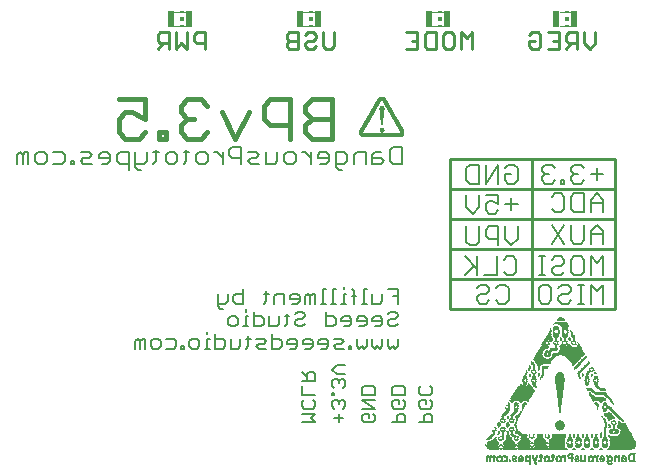
<source format=gbo>
G75*
G70*
%OFA0B0*%
%FSLAX24Y24*%
%IPPOS*%
%LPD*%
%AMOC8*
5,1,8,0,0,1.08239X$1,22.5*
%
%ADD10C,0.0080*%
%ADD11C,0.0060*%
%ADD12C,0.0180*%
%ADD13C,0.0110*%
%ADD14C,0.0070*%
%ADD15C,0.0100*%
%ADD16C,0.0040*%
%ADD17R,0.0118X0.0059*%
%ADD18R,0.0118X0.0118*%
%ADD19R,0.0236X0.0531*%
%ADD20R,0.0006X0.0006*%
%ADD21R,0.0006X0.0006*%
%ADD22R,0.0006X0.0006*%
%ADD23R,0.0006X0.0006*%
%ADD24R,0.0150X0.0010*%
%ADD25R,0.0070X0.0010*%
%ADD26R,0.0160X0.0010*%
%ADD27R,0.0080X0.0010*%
%ADD28R,0.0170X0.0010*%
%ADD29R,0.0090X0.0010*%
%ADD30R,0.0040X0.0010*%
%ADD31R,0.0100X0.0010*%
%ADD32R,0.0010X0.0010*%
%ADD33R,0.0060X0.0010*%
%ADD34R,0.0130X0.0010*%
%ADD35R,0.0050X0.0010*%
%ADD36R,0.0110X0.0010*%
%ADD37R,0.0140X0.0010*%
%ADD38R,0.0120X0.0010*%
%ADD39R,0.0190X0.0010*%
%ADD40R,0.0180X0.0010*%
%ADD41R,0.0210X0.0010*%
%ADD42R,0.0220X0.0010*%
%ADD43R,0.0200X0.0010*%
%ADD44R,0.0030X0.0010*%
%ADD45R,0.0020X0.0010*%
%ADD46R,0.0310X0.0010*%
%ADD47R,0.0780X0.0010*%
%ADD48R,0.1640X0.0010*%
%ADD49R,0.0380X0.0010*%
%ADD50R,0.0260X0.0010*%
%ADD51R,0.0800X0.0010*%
%ADD52R,0.1610X0.0010*%
%ADD53R,0.0360X0.0010*%
%ADD54R,0.0290X0.0010*%
%ADD55R,0.0820X0.0010*%
%ADD56R,0.1590X0.0010*%
%ADD57R,0.0340X0.0010*%
%ADD58R,0.0840X0.0010*%
%ADD59R,0.1570X0.0010*%
%ADD60R,0.0330X0.0010*%
%ADD61R,0.0320X0.0010*%
%ADD62R,0.1550X0.0010*%
%ADD63R,0.0300X0.0010*%
%ADD64R,0.0850X0.0010*%
%ADD65R,0.1080X0.0010*%
%ADD66R,0.0520X0.0010*%
%ADD67R,0.0450X0.0010*%
%ADD68R,0.0420X0.0010*%
%ADD69R,0.0540X0.0010*%
%ADD70R,0.0410X0.0010*%
%ADD71R,0.0430X0.0010*%
%ADD72R,0.0860X0.0010*%
%ADD73R,0.0530X0.0010*%
%ADD74R,0.0390X0.0010*%
%ADD75R,0.0510X0.0010*%
%ADD76R,0.0400X0.0010*%
%ADD77R,0.0500X0.0010*%
%ADD78R,0.0480X0.0010*%
%ADD79R,0.0370X0.0010*%
%ADD80R,0.0440X0.0010*%
%ADD81R,0.0870X0.0010*%
%ADD82R,0.0350X0.0010*%
%ADD83R,0.0490X0.0010*%
%ADD84R,0.0230X0.0010*%
%ADD85R,0.0270X0.0010*%
%ADD86R,0.0240X0.0010*%
%ADD87R,0.0830X0.0010*%
%ADD88R,0.0280X0.0010*%
%ADD89R,0.0810X0.0010*%
%ADD90R,0.0470X0.0010*%
%ADD91R,0.0250X0.0010*%
%ADD92R,0.0460X0.0010*%
%ADD93R,0.0640X0.0010*%
%ADD94R,0.0630X0.0010*%
%ADD95R,0.0620X0.0010*%
%ADD96R,0.0610X0.0010*%
%ADD97R,0.0590X0.0010*%
%ADD98R,0.0580X0.0010*%
%ADD99R,0.0560X0.0010*%
%ADD100R,0.0550X0.0010*%
%ADD101R,0.0570X0.0010*%
%ADD102R,0.0650X0.0010*%
%ADD103R,0.0680X0.0010*%
%ADD104R,0.0720X0.0010*%
%ADD105R,0.1060X0.0010*%
%ADD106R,0.1070X0.0010*%
%ADD107R,0.1050X0.0010*%
%ADD108R,0.0920X0.0010*%
%ADD109R,0.0890X0.0010*%
%ADD110R,0.0770X0.0010*%
%ADD111R,0.0760X0.0010*%
%ADD112R,0.0750X0.0010*%
%ADD113R,0.0740X0.0010*%
%ADD114R,0.0730X0.0010*%
D10*
X017934Y011261D02*
X018037Y011158D01*
X018244Y011158D01*
X018347Y011261D01*
X018244Y011468D02*
X018037Y011468D01*
X017934Y011365D01*
X017934Y011261D01*
X018244Y011468D02*
X018347Y011571D01*
X018347Y011675D01*
X018244Y011778D01*
X018037Y011778D01*
X017934Y011675D01*
X018578Y011675D02*
X018682Y011778D01*
X018889Y011778D01*
X018992Y011675D01*
X018992Y011261D01*
X018889Y011158D01*
X018682Y011158D01*
X018578Y011261D01*
X018597Y012108D02*
X018184Y012108D01*
X017953Y012108D02*
X017953Y012728D01*
X017900Y013108D02*
X017693Y013108D01*
X017589Y013211D01*
X017589Y013728D01*
X018003Y013728D02*
X018003Y013211D01*
X017900Y013108D01*
X017539Y012728D02*
X017953Y012315D01*
X017850Y012418D02*
X017539Y012108D01*
X018597Y012108D02*
X018597Y012728D01*
X018828Y012625D02*
X018932Y012728D01*
X019139Y012728D01*
X019242Y012625D01*
X019242Y012211D01*
X019139Y012108D01*
X018932Y012108D01*
X018828Y012211D01*
X018647Y013108D02*
X018647Y013728D01*
X018337Y013728D01*
X018234Y013625D01*
X018234Y013418D01*
X018337Y013315D01*
X018647Y013315D01*
X018878Y013315D02*
X019085Y013108D01*
X019292Y013315D01*
X019292Y013728D01*
X018878Y013728D02*
X018878Y013315D01*
X020002Y012728D02*
X020208Y012728D01*
X020105Y012728D02*
X020105Y012108D01*
X020208Y012108D02*
X020002Y012108D01*
X020113Y011778D02*
X020010Y011675D01*
X020010Y011261D01*
X020113Y011158D01*
X020320Y011158D01*
X020423Y011261D01*
X020423Y011675D01*
X020320Y011778D01*
X020113Y011778D01*
X020543Y012108D02*
X020750Y012108D01*
X020853Y012211D01*
X021084Y012211D02*
X021084Y012625D01*
X021187Y012728D01*
X021394Y012728D01*
X021497Y012625D01*
X021497Y012211D01*
X021394Y012108D01*
X021187Y012108D01*
X021084Y012211D01*
X020853Y012521D02*
X020750Y012418D01*
X020543Y012418D01*
X020439Y012315D01*
X020439Y012211D01*
X020543Y012108D01*
X020758Y011778D02*
X020964Y011778D01*
X021068Y011675D01*
X021068Y011571D01*
X020964Y011468D01*
X020758Y011468D01*
X020654Y011365D01*
X020654Y011261D01*
X020758Y011158D01*
X020964Y011158D01*
X021068Y011261D01*
X021291Y011158D02*
X021497Y011158D01*
X021394Y011158D02*
X021394Y011778D01*
X021497Y011778D02*
X021291Y011778D01*
X021728Y011778D02*
X021935Y011571D01*
X022142Y011778D01*
X022142Y011158D01*
X021728Y011158D02*
X021728Y011778D01*
X021728Y012108D02*
X021728Y012728D01*
X021935Y012521D01*
X022142Y012728D01*
X022142Y012108D01*
X020853Y012521D02*
X020853Y012625D01*
X020750Y012728D01*
X020543Y012728D01*
X020439Y012625D01*
X020439Y013158D02*
X020853Y013778D01*
X021084Y013778D02*
X021084Y013261D01*
X021187Y013158D01*
X021394Y013158D01*
X021497Y013261D01*
X021497Y013778D01*
X021728Y013571D02*
X021728Y013158D01*
X021728Y013468D02*
X022142Y013468D01*
X022142Y013571D02*
X021935Y013778D01*
X021728Y013571D01*
X022142Y013571D02*
X022142Y013158D01*
X020853Y013158D02*
X020439Y013778D01*
X020543Y014208D02*
X020439Y014311D01*
X020543Y014208D02*
X020750Y014208D01*
X020853Y014311D01*
X020853Y014725D01*
X020750Y014828D01*
X020543Y014828D01*
X020439Y014725D01*
X021084Y014725D02*
X021084Y014311D01*
X021187Y014208D01*
X021497Y014208D01*
X021497Y014828D01*
X021187Y014828D01*
X021084Y014725D01*
X021187Y015158D02*
X021394Y015158D01*
X021497Y015261D01*
X021291Y015468D02*
X021187Y015468D01*
X021084Y015365D01*
X021084Y015261D01*
X021187Y015158D01*
X021187Y015468D02*
X021084Y015571D01*
X021084Y015675D01*
X021187Y015778D01*
X021394Y015778D01*
X021497Y015675D01*
X021728Y015468D02*
X022142Y015468D01*
X021935Y015675D02*
X021935Y015261D01*
X021935Y014828D02*
X021728Y014621D01*
X021728Y014208D01*
X021728Y014518D02*
X022142Y014518D01*
X022142Y014621D02*
X022142Y014208D01*
X022142Y014621D02*
X021935Y014828D01*
X020853Y015158D02*
X020853Y015261D01*
X020750Y015261D01*
X020750Y015158D01*
X020853Y015158D01*
X020531Y015261D02*
X020427Y015158D01*
X020220Y015158D01*
X020117Y015261D01*
X020117Y015365D01*
X020220Y015468D01*
X020324Y015468D01*
X020220Y015468D02*
X020117Y015571D01*
X020117Y015675D01*
X020220Y015778D01*
X020427Y015778D01*
X020531Y015675D01*
X019292Y015675D02*
X019292Y015261D01*
X019189Y015158D01*
X018982Y015158D01*
X018878Y015261D01*
X018878Y015468D01*
X019085Y015468D01*
X018878Y015675D02*
X018982Y015778D01*
X019189Y015778D01*
X019292Y015675D01*
X018647Y015778D02*
X018647Y015158D01*
X018234Y015158D02*
X018234Y015778D01*
X018003Y015778D02*
X017693Y015778D01*
X017589Y015675D01*
X017589Y015261D01*
X017693Y015158D01*
X018003Y015158D01*
X018003Y015778D01*
X018647Y015778D02*
X018234Y015158D01*
X018234Y014778D02*
X018647Y014778D01*
X018647Y014468D01*
X018441Y014571D01*
X018337Y014571D01*
X018234Y014468D01*
X018234Y014261D01*
X018337Y014158D01*
X018544Y014158D01*
X018647Y014261D01*
X018878Y014468D02*
X019292Y014468D01*
X019085Y014675D02*
X019085Y014261D01*
X018003Y014365D02*
X018003Y014778D01*
X018003Y014365D02*
X017796Y014158D01*
X017589Y014365D01*
X017589Y014778D01*
X015442Y015808D02*
X015152Y015808D01*
X015055Y015904D01*
X015055Y016291D01*
X015152Y016388D01*
X015442Y016388D01*
X015442Y015808D01*
X014834Y015904D02*
X014738Y016001D01*
X014447Y016001D01*
X014447Y016098D02*
X014447Y015808D01*
X014738Y015808D01*
X014834Y015904D01*
X014544Y016195D02*
X014447Y016098D01*
X014544Y016195D02*
X014738Y016195D01*
X014227Y016195D02*
X014227Y015808D01*
X013840Y015808D02*
X013840Y016098D01*
X013936Y016195D01*
X014227Y016195D01*
X013619Y016098D02*
X013619Y015904D01*
X013522Y015808D01*
X013232Y015808D01*
X013232Y015711D02*
X013232Y016195D01*
X013522Y016195D01*
X013619Y016098D01*
X013425Y015614D02*
X013329Y015614D01*
X013232Y015711D01*
X013011Y015904D02*
X013011Y016098D01*
X012914Y016195D01*
X012721Y016195D01*
X012624Y016098D01*
X012624Y016001D01*
X013011Y016001D01*
X013011Y015904D02*
X012914Y015808D01*
X012721Y015808D01*
X012403Y015808D02*
X012403Y016195D01*
X012210Y016195D02*
X012403Y016001D01*
X012210Y016195D02*
X012113Y016195D01*
X011897Y016098D02*
X011897Y015904D01*
X011800Y015808D01*
X011607Y015808D01*
X011510Y015904D01*
X011510Y016098D01*
X011607Y016195D01*
X011800Y016195D01*
X011897Y016098D01*
X011289Y016195D02*
X011289Y015904D01*
X011193Y015808D01*
X010902Y015808D01*
X010902Y016195D01*
X010682Y016098D02*
X010585Y016001D01*
X010391Y016001D01*
X010295Y015904D01*
X010391Y015808D01*
X010682Y015808D01*
X010682Y016098D02*
X010585Y016195D01*
X010295Y016195D01*
X010074Y016388D02*
X009784Y016388D01*
X009687Y016291D01*
X009687Y016098D01*
X009784Y016001D01*
X010074Y016001D01*
X010074Y015808D02*
X010074Y016388D01*
X009466Y016195D02*
X009466Y015808D01*
X009466Y016001D02*
X009273Y016195D01*
X009176Y016195D01*
X008960Y016098D02*
X008960Y015904D01*
X008863Y015808D01*
X008669Y015808D01*
X008573Y015904D01*
X008573Y016098D01*
X008669Y016195D01*
X008863Y016195D01*
X008960Y016098D01*
X008352Y016195D02*
X008159Y016195D01*
X008255Y016291D02*
X008255Y015904D01*
X008159Y015808D01*
X007947Y015904D02*
X007947Y016098D01*
X007850Y016195D01*
X007657Y016195D01*
X007560Y016098D01*
X007560Y015904D01*
X007657Y015808D01*
X007850Y015808D01*
X007947Y015904D01*
X007339Y016195D02*
X007146Y016195D01*
X007242Y016291D02*
X007242Y015904D01*
X007146Y015808D01*
X006934Y015904D02*
X006837Y015808D01*
X006547Y015808D01*
X006547Y015711D02*
X006644Y015614D01*
X006741Y015614D01*
X006547Y015711D02*
X006547Y016195D01*
X006326Y016195D02*
X006036Y016195D01*
X005939Y016098D01*
X005939Y015904D01*
X006036Y015808D01*
X006326Y015808D01*
X006326Y015614D02*
X006326Y016195D01*
X005719Y016098D02*
X005622Y016195D01*
X005428Y016195D01*
X005332Y016098D01*
X005332Y016001D01*
X005719Y016001D01*
X005719Y015904D02*
X005719Y016098D01*
X005719Y015904D02*
X005622Y015808D01*
X005428Y015808D01*
X005111Y015808D02*
X004821Y015808D01*
X004724Y015904D01*
X004821Y016001D01*
X005014Y016001D01*
X005111Y016098D01*
X005014Y016195D01*
X004724Y016195D01*
X004199Y016098D02*
X004199Y015904D01*
X004103Y015808D01*
X003812Y015808D01*
X003592Y015904D02*
X003592Y016098D01*
X003495Y016195D01*
X003301Y016195D01*
X003205Y016098D01*
X003205Y015904D01*
X003301Y015808D01*
X003495Y015808D01*
X003592Y015904D01*
X002984Y015808D02*
X002984Y016195D01*
X002887Y016195D01*
X002790Y016098D01*
X002694Y016195D01*
X002597Y016098D01*
X002597Y015808D01*
X002790Y015808D02*
X002790Y016098D01*
X003812Y016195D02*
X004103Y016195D01*
X004199Y016098D01*
X004406Y015904D02*
X004406Y015808D01*
X004503Y015808D01*
X004503Y015904D01*
X004406Y015904D01*
X006934Y015904D02*
X006934Y016195D01*
X020654Y011675D02*
X020758Y011778D01*
D11*
X012552Y007198D02*
X012112Y007198D01*
X012112Y007491D02*
X012552Y007491D01*
X012406Y007344D01*
X012552Y007198D01*
X012479Y007658D02*
X012185Y007658D01*
X012112Y007731D01*
X012112Y007878D01*
X012185Y007952D01*
X012112Y008118D02*
X012112Y008412D01*
X012112Y008579D02*
X012552Y008579D01*
X012552Y008799D01*
X012479Y008872D01*
X012332Y008872D01*
X012259Y008799D01*
X012259Y008579D01*
X012259Y008726D02*
X012112Y008872D01*
X012112Y008118D02*
X012552Y008118D01*
X012479Y007952D02*
X012552Y007878D01*
X012552Y007731D01*
X012479Y007658D01*
X013112Y007731D02*
X013185Y007658D01*
X013112Y007731D02*
X013112Y007878D01*
X013185Y007952D01*
X013259Y007952D01*
X013332Y007878D01*
X013332Y007805D01*
X013332Y007878D02*
X013406Y007952D01*
X013479Y007952D01*
X013552Y007878D01*
X013552Y007731D01*
X013479Y007658D01*
X013332Y007491D02*
X013332Y007198D01*
X013479Y007344D02*
X013185Y007344D01*
X014112Y007271D02*
X014112Y007418D01*
X014185Y007491D01*
X014332Y007491D01*
X014332Y007344D01*
X014185Y007198D02*
X014112Y007271D01*
X014185Y007198D02*
X014479Y007198D01*
X014552Y007271D01*
X014552Y007418D01*
X014479Y007491D01*
X014552Y007658D02*
X014112Y007658D01*
X014112Y007952D02*
X014552Y007952D01*
X014552Y008118D02*
X014112Y008118D01*
X014112Y008339D01*
X014185Y008412D01*
X014479Y008412D01*
X014552Y008339D01*
X014552Y008118D01*
X014552Y007658D02*
X014112Y007952D01*
X013552Y008422D02*
X013552Y008569D01*
X013479Y008642D01*
X013406Y008642D01*
X013332Y008569D01*
X013259Y008642D01*
X013185Y008642D01*
X013112Y008569D01*
X013112Y008422D01*
X013185Y008349D01*
X013185Y008192D02*
X013112Y008192D01*
X013112Y008118D01*
X013185Y008118D01*
X013185Y008192D01*
X013479Y008349D02*
X013552Y008422D01*
X013332Y008495D02*
X013332Y008569D01*
X013259Y008809D02*
X013112Y008956D01*
X013259Y009103D01*
X013552Y009103D01*
X013552Y008809D02*
X013259Y008809D01*
X015112Y008339D02*
X015112Y008118D01*
X015552Y008118D01*
X015552Y008339D01*
X015479Y008412D01*
X015185Y008412D01*
X015112Y008339D01*
X015185Y007952D02*
X015332Y007952D01*
X015332Y007805D01*
X015185Y007952D02*
X015112Y007878D01*
X015112Y007731D01*
X015185Y007658D01*
X015479Y007658D01*
X015552Y007731D01*
X015552Y007878D01*
X015479Y007952D01*
X015479Y007491D02*
X015332Y007491D01*
X015259Y007418D01*
X015259Y007198D01*
X015112Y007198D02*
X015552Y007198D01*
X015552Y007418D01*
X015479Y007491D01*
X016012Y007731D02*
X016012Y007878D01*
X016085Y007952D01*
X016232Y007952D01*
X016232Y007805D01*
X016085Y007658D02*
X016012Y007731D01*
X016085Y007658D02*
X016379Y007658D01*
X016452Y007731D01*
X016452Y007878D01*
X016379Y007952D01*
X016379Y008118D02*
X016085Y008118D01*
X016012Y008192D01*
X016012Y008339D01*
X016085Y008412D01*
X016379Y008412D02*
X016452Y008339D01*
X016452Y008192D01*
X016379Y008118D01*
X016379Y007491D02*
X016232Y007491D01*
X016159Y007418D01*
X016159Y007198D01*
X016012Y007198D02*
X016452Y007198D01*
X016452Y007418D01*
X016379Y007491D01*
D12*
X013092Y016658D02*
X012431Y016658D01*
X012211Y016878D01*
X012211Y017098D01*
X012431Y017318D01*
X013092Y017318D01*
X013092Y016658D02*
X013092Y017979D01*
X012431Y017979D01*
X012211Y017759D01*
X012211Y017538D01*
X012431Y017318D01*
X011711Y017098D02*
X011050Y017098D01*
X010830Y017318D01*
X010830Y017759D01*
X011050Y017979D01*
X011711Y017979D01*
X011711Y016658D01*
X010330Y017538D02*
X009889Y016658D01*
X009449Y017538D01*
X008949Y017759D02*
X008728Y017979D01*
X008288Y017979D01*
X008068Y017759D01*
X008068Y017538D01*
X008288Y017318D01*
X008068Y017098D01*
X008068Y016878D01*
X008288Y016658D01*
X008728Y016658D01*
X008949Y016878D01*
X008508Y017318D02*
X008288Y017318D01*
X007567Y016878D02*
X007347Y016878D01*
X007347Y016658D01*
X007567Y016658D01*
X007567Y016878D01*
X006877Y016878D02*
X006657Y016658D01*
X006216Y016658D01*
X005996Y016878D01*
X005996Y017318D01*
X006216Y017538D01*
X006436Y017538D01*
X006877Y017318D01*
X006877Y017979D01*
X005996Y017979D01*
D13*
X007295Y019649D02*
X007478Y019832D01*
X007386Y019832D02*
X007662Y019832D01*
X007662Y019649D02*
X007662Y020199D01*
X007386Y020199D01*
X007295Y020107D01*
X007295Y019924D01*
X007386Y019832D01*
X007902Y019649D02*
X007902Y020199D01*
X008269Y020199D02*
X008269Y019649D01*
X008086Y019832D01*
X007902Y019649D01*
X008510Y019924D02*
X008602Y019832D01*
X008877Y019832D01*
X008877Y019649D02*
X008877Y020199D01*
X008602Y020199D01*
X008510Y020107D01*
X008510Y019924D01*
X011595Y019832D02*
X011595Y019740D01*
X011686Y019649D01*
X011962Y019649D01*
X011962Y020199D01*
X011686Y020199D01*
X011595Y020107D01*
X011595Y020016D01*
X011686Y019924D01*
X011962Y019924D01*
X012202Y019832D02*
X012202Y019740D01*
X012294Y019649D01*
X012478Y019649D01*
X012569Y019740D01*
X012478Y019924D02*
X012294Y019924D01*
X012202Y019832D01*
X012202Y020107D02*
X012294Y020199D01*
X012478Y020199D01*
X012569Y020107D01*
X012569Y020016D01*
X012478Y019924D01*
X012810Y019740D02*
X012902Y019649D01*
X013085Y019649D01*
X013177Y019740D01*
X013177Y020199D01*
X012810Y020199D02*
X012810Y019740D01*
X011686Y019924D02*
X011595Y019832D01*
X015587Y019649D02*
X015954Y019649D01*
X015954Y020199D01*
X015587Y020199D01*
X016195Y020107D02*
X016286Y020199D01*
X016562Y020199D01*
X016562Y019649D01*
X016286Y019649D01*
X016195Y019740D01*
X016195Y020107D01*
X015954Y019924D02*
X015770Y019924D01*
X016802Y019740D02*
X016802Y020107D01*
X016894Y020199D01*
X017078Y020199D01*
X017169Y020107D01*
X017169Y019740D01*
X017078Y019649D01*
X016894Y019649D01*
X016802Y019740D01*
X017410Y019649D02*
X017410Y020199D01*
X017594Y020016D01*
X017777Y020199D01*
X017777Y019649D01*
X019687Y019740D02*
X019779Y019649D01*
X019962Y019649D01*
X020054Y019740D01*
X020054Y020107D01*
X019962Y020199D01*
X019779Y020199D01*
X019687Y020107D01*
X019687Y019924D02*
X019870Y019924D01*
X019687Y019924D02*
X019687Y019740D01*
X020295Y019649D02*
X020662Y019649D01*
X020662Y020199D01*
X020295Y020199D01*
X020478Y019924D02*
X020662Y019924D01*
X020902Y019924D02*
X020902Y020107D01*
X020994Y020199D01*
X021269Y020199D01*
X021269Y019649D01*
X021269Y019832D02*
X020994Y019832D01*
X020902Y019924D01*
X021086Y019832D02*
X020902Y019649D01*
X021510Y019832D02*
X021510Y020199D01*
X021877Y020199D02*
X021877Y019832D01*
X021694Y019649D01*
X021510Y019832D01*
D14*
X015297Y011643D02*
X014970Y011643D01*
X014781Y011480D02*
X014781Y011234D01*
X014700Y011153D01*
X014454Y011153D01*
X014454Y011480D01*
X014266Y011643D02*
X014184Y011643D01*
X014184Y011153D01*
X014266Y011153D02*
X014102Y011153D01*
X013840Y011153D02*
X013840Y011561D01*
X013759Y011643D01*
X013578Y011480D02*
X013496Y011480D01*
X013496Y011153D01*
X013415Y011153D02*
X013578Y011153D01*
X013759Y011398D02*
X013922Y011398D01*
X013496Y011643D02*
X013496Y011725D01*
X013234Y011643D02*
X013153Y011643D01*
X013153Y011153D01*
X013234Y011153D02*
X013071Y011153D01*
X012891Y011153D02*
X012727Y011153D01*
X012809Y011153D02*
X012809Y011643D01*
X012891Y011643D01*
X012547Y011480D02*
X012465Y011480D01*
X012384Y011398D01*
X012302Y011480D01*
X012220Y011398D01*
X012220Y011153D01*
X012384Y011153D02*
X012384Y011398D01*
X012547Y011480D02*
X012547Y011153D01*
X012908Y010893D02*
X012908Y010403D01*
X013153Y010403D01*
X013234Y010484D01*
X013234Y010648D01*
X013153Y010730D01*
X012908Y010730D01*
X013423Y010648D02*
X013423Y010566D01*
X013750Y010566D01*
X013750Y010484D02*
X013750Y010648D01*
X013668Y010730D01*
X013505Y010730D01*
X013423Y010648D01*
X013505Y010403D02*
X013668Y010403D01*
X013750Y010484D01*
X013939Y010566D02*
X014266Y010566D01*
X014266Y010484D02*
X014266Y010648D01*
X014184Y010730D01*
X014021Y010730D01*
X013939Y010648D01*
X013939Y010566D01*
X014021Y010403D02*
X014184Y010403D01*
X014266Y010484D01*
X014454Y010566D02*
X014781Y010566D01*
X014781Y010484D02*
X014781Y010648D01*
X014700Y010730D01*
X014536Y010730D01*
X014454Y010648D01*
X014454Y010566D01*
X014536Y010403D02*
X014700Y010403D01*
X014781Y010484D01*
X014970Y010484D02*
X015052Y010403D01*
X015215Y010403D01*
X015297Y010484D01*
X015215Y010648D02*
X015052Y010648D01*
X014970Y010566D01*
X014970Y010484D01*
X015215Y010648D02*
X015297Y010730D01*
X015297Y010811D01*
X015215Y010893D01*
X015052Y010893D01*
X014970Y010811D01*
X015297Y011153D02*
X015297Y011643D01*
X015297Y011398D02*
X015134Y011398D01*
X015297Y009980D02*
X015297Y009734D01*
X015215Y009653D01*
X015134Y009734D01*
X015052Y009653D01*
X014970Y009734D01*
X014970Y009980D01*
X014781Y009980D02*
X014781Y009734D01*
X014700Y009653D01*
X014618Y009734D01*
X014536Y009653D01*
X014454Y009734D01*
X014454Y009980D01*
X014266Y009980D02*
X014266Y009734D01*
X014184Y009653D01*
X014102Y009734D01*
X014021Y009653D01*
X013939Y009734D01*
X013939Y009980D01*
X013750Y009734D02*
X013668Y009734D01*
X013668Y009653D01*
X013750Y009653D01*
X013750Y009734D01*
X013492Y009653D02*
X013247Y009653D01*
X013165Y009734D01*
X013247Y009816D01*
X013411Y009816D01*
X013492Y009898D01*
X013411Y009980D01*
X013165Y009980D01*
X012977Y009898D02*
X012977Y009734D01*
X012895Y009653D01*
X012731Y009653D01*
X012650Y009816D02*
X012977Y009816D01*
X012977Y009898D02*
X012895Y009980D01*
X012731Y009980D01*
X012650Y009898D01*
X012650Y009816D01*
X012461Y009816D02*
X012134Y009816D01*
X012134Y009898D01*
X012216Y009980D01*
X012379Y009980D01*
X012461Y009898D01*
X012461Y009734D01*
X012379Y009653D01*
X012216Y009653D01*
X011945Y009734D02*
X011945Y009898D01*
X011864Y009980D01*
X011700Y009980D01*
X011618Y009898D01*
X011618Y009816D01*
X011945Y009816D01*
X011945Y009734D02*
X011864Y009653D01*
X011700Y009653D01*
X011430Y009734D02*
X011430Y009898D01*
X011348Y009980D01*
X011103Y009980D01*
X011103Y010143D02*
X011103Y009653D01*
X011348Y009653D01*
X011430Y009734D01*
X010914Y009653D02*
X010669Y009653D01*
X010587Y009734D01*
X010669Y009816D01*
X010832Y009816D01*
X010914Y009898D01*
X010832Y009980D01*
X010587Y009980D01*
X010399Y009980D02*
X010235Y009980D01*
X010317Y010061D02*
X010317Y009734D01*
X010235Y009653D01*
X010055Y009734D02*
X010055Y009980D01*
X010055Y009734D02*
X009973Y009653D01*
X009728Y009653D01*
X009728Y009980D01*
X009539Y009898D02*
X009457Y009980D01*
X009212Y009980D01*
X009212Y010143D02*
X009212Y009653D01*
X009457Y009653D01*
X009539Y009734D01*
X009539Y009898D01*
X009024Y009980D02*
X008942Y009980D01*
X008942Y009653D01*
X009024Y009653D02*
X008860Y009653D01*
X008680Y009734D02*
X008598Y009653D01*
X008435Y009653D01*
X008353Y009734D01*
X008353Y009898D01*
X008435Y009980D01*
X008598Y009980D01*
X008680Y009898D01*
X008680Y009734D01*
X008164Y009734D02*
X008082Y009734D01*
X008082Y009653D01*
X008164Y009653D01*
X008164Y009734D01*
X007906Y009734D02*
X007906Y009898D01*
X007825Y009980D01*
X007579Y009980D01*
X007391Y009898D02*
X007391Y009734D01*
X007309Y009653D01*
X007146Y009653D01*
X007064Y009734D01*
X007064Y009898D01*
X007146Y009980D01*
X007309Y009980D01*
X007391Y009898D01*
X007579Y009653D02*
X007825Y009653D01*
X007906Y009734D01*
X008942Y010143D02*
X008942Y010225D01*
X009642Y010484D02*
X009642Y010648D01*
X009724Y010730D01*
X009887Y010730D01*
X009969Y010648D01*
X009969Y010484D01*
X009887Y010403D01*
X009724Y010403D01*
X009642Y010484D01*
X010149Y010403D02*
X010313Y010403D01*
X010231Y010403D02*
X010231Y010730D01*
X010313Y010730D01*
X010231Y010893D02*
X010231Y010975D01*
X010141Y011153D02*
X009896Y011153D01*
X009814Y011234D01*
X009814Y011398D01*
X009896Y011480D01*
X010141Y011480D01*
X010141Y011643D02*
X010141Y011153D01*
X010501Y010893D02*
X010501Y010403D01*
X010746Y010403D01*
X010828Y010484D01*
X010828Y010648D01*
X010746Y010730D01*
X010501Y010730D01*
X011017Y010730D02*
X011017Y010403D01*
X011262Y010403D01*
X011344Y010484D01*
X011344Y010730D01*
X011524Y010730D02*
X011688Y010730D01*
X011606Y010811D02*
X011606Y010484D01*
X011524Y010403D01*
X011876Y010484D02*
X011876Y010566D01*
X011958Y010648D01*
X012121Y010648D01*
X012203Y010730D01*
X012203Y010811D01*
X012121Y010893D01*
X011958Y010893D01*
X011876Y010811D01*
X011950Y011153D02*
X011786Y011153D01*
X011950Y011153D02*
X012031Y011234D01*
X012031Y011398D01*
X011950Y011480D01*
X011786Y011480D01*
X011704Y011398D01*
X011704Y011316D01*
X012031Y011316D01*
X011516Y011153D02*
X011516Y011480D01*
X011271Y011480D01*
X011189Y011398D01*
X011189Y011153D01*
X010918Y011234D02*
X010837Y011153D01*
X010918Y011234D02*
X010918Y011561D01*
X010837Y011480D02*
X011000Y011480D01*
X011876Y010484D02*
X011958Y010403D01*
X012121Y010403D01*
X012203Y010484D01*
X009625Y011234D02*
X009543Y011153D01*
X009298Y011153D01*
X009298Y011071D02*
X009380Y010989D01*
X009462Y010989D01*
X009298Y011071D02*
X009298Y011480D01*
X009625Y011480D02*
X009625Y011234D01*
X006875Y009980D02*
X006875Y009653D01*
X006712Y009653D02*
X006712Y009898D01*
X006630Y009980D01*
X006548Y009898D01*
X006548Y009653D01*
X006712Y009898D02*
X006793Y009980D01*
X006875Y009980D01*
D15*
X017032Y010968D02*
X019782Y010968D01*
X019782Y015968D01*
X017032Y015968D01*
X017032Y014968D01*
X022532Y014968D01*
X022532Y015968D01*
X019782Y015968D01*
X022532Y014968D02*
X022532Y013968D01*
X017032Y013968D01*
X017032Y012968D01*
X022532Y012968D01*
X022532Y013968D01*
X022532Y012968D02*
X022532Y011968D01*
X017032Y011968D01*
X017032Y010968D01*
X017032Y011968D02*
X017032Y012968D01*
X017032Y013968D02*
X017032Y014968D01*
X022532Y011968D02*
X022532Y010968D01*
X019782Y010968D01*
D16*
X020705Y020398D02*
X021059Y020398D01*
X021059Y020890D02*
X020695Y020890D01*
X016809Y020890D02*
X016445Y020890D01*
X016455Y020398D02*
X016809Y020398D01*
X012509Y020398D02*
X012155Y020398D01*
X012145Y020890D02*
X012509Y020890D01*
X008209Y020890D02*
X007845Y020890D01*
X007855Y020398D02*
X008209Y020398D01*
D17*
X008091Y020407D03*
X008091Y020880D03*
X012391Y020880D03*
X012391Y020407D03*
X016691Y020407D03*
X016691Y020880D03*
X020941Y020880D03*
X020941Y020407D03*
D18*
X020941Y020644D03*
X016691Y020644D03*
X012391Y020644D03*
X008091Y020644D03*
D19*
X008327Y020644D03*
X007737Y020644D03*
X012037Y020644D03*
X012627Y020644D03*
X016337Y020644D03*
X016927Y020644D03*
X020587Y020644D03*
X021177Y020644D03*
D20*
X015241Y017381D03*
X015241Y017369D03*
X015241Y017357D03*
X015241Y017351D03*
X015253Y017351D03*
X015253Y017357D03*
X015253Y017339D03*
X015241Y017339D03*
X015241Y017327D03*
X015241Y017321D03*
X015253Y017321D03*
X015253Y017327D03*
X015253Y017309D03*
X015241Y017309D03*
X015241Y017297D03*
X015241Y017291D03*
X015253Y017291D03*
X015253Y017297D03*
X015271Y017297D03*
X015271Y017291D03*
X015283Y017291D03*
X015283Y017297D03*
X015271Y017309D03*
X015271Y017321D03*
X015271Y017279D03*
X015283Y017279D03*
X015283Y017267D03*
X015283Y017261D03*
X015271Y017261D03*
X015271Y017267D03*
X015253Y017267D03*
X015253Y017261D03*
X015241Y017261D03*
X015241Y017267D03*
X015241Y017279D03*
X015253Y017279D03*
X015223Y017279D03*
X015223Y017291D03*
X015223Y017297D03*
X015223Y017309D03*
X015223Y017321D03*
X015223Y017327D03*
X015223Y017339D03*
X015223Y017351D03*
X015223Y017357D03*
X015223Y017369D03*
X015223Y017381D03*
X015223Y017387D03*
X015223Y017399D03*
X015211Y017399D03*
X015211Y017411D03*
X015211Y017417D03*
X015193Y017417D03*
X015193Y017411D03*
X015181Y017411D03*
X015181Y017417D03*
X015181Y017429D03*
X015181Y017441D03*
X015181Y017447D03*
X015181Y017459D03*
X015181Y017471D03*
X015181Y017477D03*
X015163Y017477D03*
X015163Y017471D03*
X015151Y017471D03*
X015151Y017477D03*
X015151Y017489D03*
X015151Y017501D03*
X015151Y017507D03*
X015151Y017519D03*
X015151Y017531D03*
X015133Y017531D03*
X015133Y017537D03*
X015133Y017549D03*
X015133Y017561D03*
X015121Y017561D03*
X015121Y017567D03*
X015121Y017579D03*
X015103Y017579D03*
X015103Y017591D03*
X015103Y017597D03*
X015103Y017609D03*
X015091Y017609D03*
X015091Y017621D03*
X015091Y017627D03*
X015073Y017627D03*
X015073Y017621D03*
X015061Y017621D03*
X015061Y017627D03*
X015061Y017639D03*
X015061Y017651D03*
X015061Y017657D03*
X015061Y017669D03*
X015061Y017681D03*
X015061Y017687D03*
X015043Y017687D03*
X015043Y017681D03*
X015031Y017681D03*
X015031Y017687D03*
X015031Y017699D03*
X015031Y017711D03*
X015031Y017717D03*
X015031Y017729D03*
X015031Y017741D03*
X015013Y017741D03*
X015013Y017747D03*
X015013Y017759D03*
X015013Y017771D03*
X015001Y017771D03*
X015001Y017777D03*
X015001Y017789D03*
X014983Y017789D03*
X014983Y017801D03*
X014983Y017807D03*
X014983Y017819D03*
X014971Y017819D03*
X014971Y017831D03*
X014971Y017837D03*
X014953Y017837D03*
X014953Y017831D03*
X014941Y017831D03*
X014941Y017837D03*
X014941Y017849D03*
X014941Y017861D03*
X014941Y017867D03*
X014941Y017879D03*
X014941Y017891D03*
X014941Y017897D03*
X014923Y017897D03*
X014923Y017891D03*
X014911Y017891D03*
X014911Y017897D03*
X014911Y017909D03*
X014911Y017921D03*
X014911Y017927D03*
X014911Y017939D03*
X014893Y017939D03*
X014893Y017951D03*
X014893Y017957D03*
X014893Y017969D03*
X014881Y017969D03*
X014881Y017981D03*
X014863Y017981D03*
X014863Y017987D03*
X014851Y017987D03*
X014851Y017981D03*
X014851Y017969D03*
X014863Y017969D03*
X014863Y017957D03*
X014863Y017951D03*
X014851Y017951D03*
X014851Y017957D03*
X014833Y017957D03*
X014833Y017951D03*
X014821Y017951D03*
X014821Y017957D03*
X014821Y017969D03*
X014821Y017981D03*
X014821Y017987D03*
X014821Y017999D03*
X014821Y018011D03*
X014821Y018017D03*
X014833Y018011D03*
X014833Y017999D03*
X014833Y017987D03*
X014833Y017981D03*
X014833Y017969D03*
X014803Y017969D03*
X014803Y017981D03*
X014803Y017987D03*
X014803Y017999D03*
X014803Y018011D03*
X014803Y018017D03*
X014791Y018017D03*
X014791Y018011D03*
X014791Y017999D03*
X014791Y017987D03*
X014791Y017981D03*
X014791Y017969D03*
X014791Y017957D03*
X014791Y017951D03*
X014803Y017951D03*
X014803Y017957D03*
X014803Y017939D03*
X014791Y017939D03*
X014791Y017927D03*
X014791Y017921D03*
X014803Y017921D03*
X014803Y017927D03*
X014821Y017927D03*
X014821Y017921D03*
X014833Y017921D03*
X014833Y017927D03*
X014833Y017939D03*
X014821Y017939D03*
X014851Y017939D03*
X014863Y017939D03*
X014863Y017927D03*
X014863Y017921D03*
X014851Y017921D03*
X014851Y017927D03*
X014851Y017909D03*
X014863Y017909D03*
X014863Y017897D03*
X014863Y017891D03*
X014851Y017891D03*
X014851Y017897D03*
X014833Y017897D03*
X014833Y017891D03*
X014833Y017879D03*
X014851Y017879D03*
X014863Y017879D03*
X014863Y017867D03*
X014863Y017861D03*
X014851Y017861D03*
X014851Y017867D03*
X014851Y017849D03*
X014863Y017849D03*
X014863Y017837D03*
X014863Y017831D03*
X014881Y017831D03*
X014881Y017837D03*
X014881Y017849D03*
X014881Y017861D03*
X014881Y017867D03*
X014881Y017879D03*
X014881Y017891D03*
X014881Y017897D03*
X014881Y017909D03*
X014881Y017921D03*
X014881Y017927D03*
X014881Y017939D03*
X014881Y017951D03*
X014881Y017957D03*
X014893Y017927D03*
X014893Y017921D03*
X014893Y017909D03*
X014893Y017897D03*
X014893Y017891D03*
X014893Y017879D03*
X014893Y017867D03*
X014893Y017861D03*
X014893Y017849D03*
X014893Y017837D03*
X014893Y017831D03*
X014893Y017819D03*
X014881Y017819D03*
X014881Y017807D03*
X014881Y017801D03*
X014893Y017801D03*
X014893Y017807D03*
X014911Y017807D03*
X014911Y017801D03*
X014923Y017801D03*
X014923Y017807D03*
X014923Y017819D03*
X014923Y017831D03*
X014923Y017837D03*
X014923Y017849D03*
X014923Y017861D03*
X014923Y017867D03*
X014923Y017879D03*
X014911Y017879D03*
X014911Y017867D03*
X014911Y017861D03*
X014911Y017849D03*
X014911Y017837D03*
X014911Y017831D03*
X014911Y017819D03*
X014941Y017819D03*
X014953Y017819D03*
X014953Y017807D03*
X014953Y017801D03*
X014941Y017801D03*
X014941Y017807D03*
X014941Y017789D03*
X014953Y017789D03*
X014953Y017777D03*
X014953Y017771D03*
X014941Y017771D03*
X014941Y017777D03*
X014923Y017777D03*
X014923Y017771D03*
X014911Y017771D03*
X014911Y017777D03*
X014911Y017789D03*
X014923Y017789D03*
X014893Y017789D03*
X014881Y017789D03*
X014893Y017777D03*
X014893Y017771D03*
X014911Y017759D03*
X014923Y017759D03*
X014923Y017747D03*
X014923Y017741D03*
X014911Y017741D03*
X014911Y017747D03*
X014923Y017729D03*
X014923Y017717D03*
X014941Y017717D03*
X014941Y017711D03*
X014953Y017711D03*
X014953Y017717D03*
X014953Y017729D03*
X014953Y017741D03*
X014953Y017747D03*
X014953Y017759D03*
X014941Y017759D03*
X014941Y017747D03*
X014941Y017741D03*
X014941Y017729D03*
X014971Y017729D03*
X014971Y017741D03*
X014971Y017747D03*
X014971Y017759D03*
X014971Y017771D03*
X014971Y017777D03*
X014971Y017789D03*
X014971Y017801D03*
X014971Y017807D03*
X014983Y017777D03*
X014983Y017771D03*
X014983Y017759D03*
X014983Y017747D03*
X014983Y017741D03*
X014983Y017729D03*
X014983Y017717D03*
X014983Y017711D03*
X014971Y017711D03*
X014971Y017717D03*
X014971Y017699D03*
X014983Y017699D03*
X014983Y017687D03*
X014983Y017681D03*
X014971Y017681D03*
X014971Y017687D03*
X014953Y017687D03*
X014953Y017681D03*
X014953Y017669D03*
X014971Y017669D03*
X014983Y017669D03*
X014983Y017657D03*
X014983Y017651D03*
X014971Y017651D03*
X014971Y017657D03*
X014971Y017639D03*
X014983Y017639D03*
X014983Y017627D03*
X014983Y017621D03*
X015001Y017621D03*
X015001Y017627D03*
X015001Y017639D03*
X015001Y017651D03*
X015001Y017657D03*
X015001Y017669D03*
X015001Y017681D03*
X015001Y017687D03*
X015001Y017699D03*
X015001Y017711D03*
X015001Y017717D03*
X015001Y017729D03*
X015001Y017741D03*
X015001Y017747D03*
X015001Y017759D03*
X015013Y017729D03*
X015013Y017717D03*
X015013Y017711D03*
X015013Y017699D03*
X015013Y017687D03*
X015013Y017681D03*
X015013Y017669D03*
X015013Y017657D03*
X015013Y017651D03*
X015013Y017639D03*
X015013Y017627D03*
X015013Y017621D03*
X015013Y017609D03*
X015001Y017609D03*
X015001Y017597D03*
X015001Y017591D03*
X015013Y017591D03*
X015013Y017597D03*
X015031Y017597D03*
X015031Y017591D03*
X015043Y017591D03*
X015043Y017597D03*
X015043Y017609D03*
X015043Y017621D03*
X015043Y017627D03*
X015043Y017639D03*
X015043Y017651D03*
X015043Y017657D03*
X015043Y017669D03*
X015031Y017669D03*
X015031Y017657D03*
X015031Y017651D03*
X015031Y017639D03*
X015031Y017627D03*
X015031Y017621D03*
X015031Y017609D03*
X015061Y017609D03*
X015073Y017609D03*
X015073Y017597D03*
X015073Y017591D03*
X015061Y017591D03*
X015061Y017597D03*
X015061Y017579D03*
X015073Y017579D03*
X015073Y017567D03*
X015073Y017561D03*
X015061Y017561D03*
X015061Y017567D03*
X015043Y017567D03*
X015043Y017561D03*
X015031Y017561D03*
X015031Y017567D03*
X015031Y017579D03*
X015043Y017579D03*
X015013Y017579D03*
X015013Y017567D03*
X015031Y017549D03*
X015043Y017549D03*
X015043Y017537D03*
X015043Y017531D03*
X015031Y017531D03*
X015031Y017537D03*
X015043Y017519D03*
X015061Y017519D03*
X015061Y017531D03*
X015061Y017537D03*
X015061Y017549D03*
X015073Y017549D03*
X015073Y017537D03*
X015073Y017531D03*
X015073Y017519D03*
X015073Y017507D03*
X015073Y017501D03*
X015061Y017501D03*
X015061Y017507D03*
X015061Y017489D03*
X015073Y017489D03*
X015073Y017477D03*
X015073Y017471D03*
X015073Y017459D03*
X015091Y017459D03*
X015091Y017471D03*
X015091Y017477D03*
X015091Y017489D03*
X015091Y017501D03*
X015091Y017507D03*
X015091Y017519D03*
X015091Y017531D03*
X015091Y017537D03*
X015091Y017549D03*
X015091Y017561D03*
X015091Y017567D03*
X015091Y017579D03*
X015091Y017591D03*
X015091Y017597D03*
X015103Y017567D03*
X015103Y017561D03*
X015103Y017549D03*
X015103Y017537D03*
X015103Y017531D03*
X015103Y017519D03*
X015103Y017507D03*
X015103Y017501D03*
X015103Y017489D03*
X015103Y017477D03*
X015103Y017471D03*
X015103Y017459D03*
X015103Y017447D03*
X015103Y017441D03*
X015091Y017441D03*
X015091Y017447D03*
X015091Y017429D03*
X015103Y017429D03*
X015103Y017417D03*
X015103Y017411D03*
X015121Y017411D03*
X015121Y017417D03*
X015121Y017429D03*
X015121Y017441D03*
X015121Y017447D03*
X015121Y017459D03*
X015121Y017471D03*
X015121Y017477D03*
X015121Y017489D03*
X015121Y017501D03*
X015121Y017507D03*
X015121Y017519D03*
X015121Y017531D03*
X015121Y017537D03*
X015121Y017549D03*
X015133Y017519D03*
X015133Y017507D03*
X015133Y017501D03*
X015133Y017489D03*
X015133Y017477D03*
X015133Y017471D03*
X015133Y017459D03*
X015133Y017447D03*
X015133Y017441D03*
X015133Y017429D03*
X015133Y017417D03*
X015133Y017411D03*
X015133Y017399D03*
X015121Y017399D03*
X015121Y017387D03*
X015121Y017381D03*
X015133Y017381D03*
X015133Y017387D03*
X015151Y017387D03*
X015151Y017381D03*
X015163Y017381D03*
X015163Y017387D03*
X015163Y017399D03*
X015163Y017411D03*
X015163Y017417D03*
X015163Y017429D03*
X015163Y017441D03*
X015163Y017447D03*
X015163Y017459D03*
X015151Y017459D03*
X015151Y017447D03*
X015151Y017441D03*
X015151Y017429D03*
X015151Y017417D03*
X015151Y017411D03*
X015151Y017399D03*
X015181Y017399D03*
X015193Y017399D03*
X015193Y017387D03*
X015193Y017381D03*
X015181Y017381D03*
X015181Y017387D03*
X015181Y017369D03*
X015193Y017369D03*
X015193Y017357D03*
X015193Y017351D03*
X015181Y017351D03*
X015181Y017357D03*
X015163Y017357D03*
X015163Y017351D03*
X015151Y017351D03*
X015151Y017357D03*
X015151Y017369D03*
X015163Y017369D03*
X015133Y017369D03*
X015133Y017357D03*
X015133Y017351D03*
X015151Y017339D03*
X015163Y017339D03*
X015163Y017327D03*
X015163Y017321D03*
X015151Y017321D03*
X015151Y017327D03*
X015163Y017309D03*
X015181Y017309D03*
X015181Y017321D03*
X015181Y017327D03*
X015181Y017339D03*
X015193Y017339D03*
X015193Y017327D03*
X015193Y017321D03*
X015193Y017309D03*
X015193Y017297D03*
X015193Y017291D03*
X015181Y017291D03*
X015181Y017297D03*
X015181Y017279D03*
X015193Y017279D03*
X015193Y017267D03*
X015193Y017261D03*
X015193Y017249D03*
X015211Y017249D03*
X015211Y017261D03*
X015211Y017267D03*
X015211Y017279D03*
X015211Y017291D03*
X015211Y017297D03*
X015211Y017309D03*
X015211Y017321D03*
X015211Y017327D03*
X015211Y017339D03*
X015211Y017351D03*
X015211Y017357D03*
X015211Y017369D03*
X015211Y017381D03*
X015211Y017387D03*
X015193Y017429D03*
X015193Y017441D03*
X015193Y017447D03*
X015193Y017459D03*
X015163Y017489D03*
X015163Y017501D03*
X015163Y017507D03*
X015073Y017639D03*
X015073Y017651D03*
X015073Y017657D03*
X015043Y017699D03*
X015043Y017711D03*
X015043Y017717D03*
X014953Y017699D03*
X014941Y017699D03*
X014941Y017687D03*
X014851Y017669D03*
X014851Y017657D03*
X014851Y017651D03*
X014851Y017639D03*
X014851Y017627D03*
X014851Y017621D03*
X014851Y017609D03*
X014851Y017597D03*
X014851Y017591D03*
X014851Y017579D03*
X014851Y017567D03*
X014851Y017561D03*
X014833Y017561D03*
X014833Y017567D03*
X014833Y017579D03*
X014833Y017591D03*
X014833Y017597D03*
X014833Y017609D03*
X014833Y017621D03*
X014833Y017627D03*
X014833Y017639D03*
X014833Y017651D03*
X014833Y017657D03*
X014833Y017669D03*
X014833Y017681D03*
X014833Y017687D03*
X014833Y017699D03*
X014821Y017699D03*
X014821Y017711D03*
X014821Y017717D03*
X014803Y017717D03*
X014803Y017711D03*
X014791Y017711D03*
X014791Y017717D03*
X014773Y017717D03*
X014773Y017711D03*
X014761Y017711D03*
X014761Y017717D03*
X014761Y017699D03*
X014773Y017699D03*
X014773Y017687D03*
X014773Y017681D03*
X014761Y017681D03*
X014761Y017687D03*
X014743Y017687D03*
X014743Y017681D03*
X014731Y017681D03*
X014731Y017687D03*
X014743Y017699D03*
X014743Y017669D03*
X014731Y017669D03*
X014731Y017657D03*
X014731Y017651D03*
X014743Y017651D03*
X014743Y017657D03*
X014761Y017657D03*
X014761Y017651D03*
X014773Y017651D03*
X014773Y017657D03*
X014773Y017669D03*
X014761Y017669D03*
X014791Y017669D03*
X014791Y017681D03*
X014791Y017687D03*
X014791Y017699D03*
X014803Y017699D03*
X014803Y017687D03*
X014803Y017681D03*
X014803Y017669D03*
X014803Y017657D03*
X014803Y017651D03*
X014791Y017651D03*
X014791Y017657D03*
X014791Y017639D03*
X014803Y017639D03*
X014803Y017627D03*
X014803Y017621D03*
X014791Y017621D03*
X014791Y017627D03*
X014773Y017627D03*
X014773Y017621D03*
X014761Y017621D03*
X014761Y017627D03*
X014761Y017639D03*
X014773Y017639D03*
X014743Y017639D03*
X014731Y017639D03*
X014731Y017627D03*
X014731Y017621D03*
X014743Y017621D03*
X014743Y017627D03*
X014743Y017609D03*
X014731Y017609D03*
X014731Y017597D03*
X014731Y017591D03*
X014743Y017591D03*
X014743Y017597D03*
X014761Y017597D03*
X014761Y017591D03*
X014773Y017591D03*
X014773Y017597D03*
X014773Y017609D03*
X014761Y017609D03*
X014791Y017609D03*
X014803Y017609D03*
X014803Y017597D03*
X014803Y017591D03*
X014791Y017591D03*
X014791Y017597D03*
X014791Y017579D03*
X014803Y017579D03*
X014803Y017567D03*
X014803Y017561D03*
X014791Y017561D03*
X014791Y017567D03*
X014773Y017567D03*
X014773Y017561D03*
X014761Y017561D03*
X014761Y017567D03*
X014761Y017579D03*
X014773Y017579D03*
X014743Y017579D03*
X014731Y017579D03*
X014731Y017567D03*
X014731Y017561D03*
X014743Y017561D03*
X014743Y017567D03*
X014743Y017549D03*
X014731Y017549D03*
X014731Y017537D03*
X014731Y017531D03*
X014743Y017531D03*
X014743Y017537D03*
X014761Y017537D03*
X014761Y017531D03*
X014773Y017531D03*
X014773Y017537D03*
X014773Y017549D03*
X014761Y017549D03*
X014791Y017549D03*
X014803Y017549D03*
X014803Y017537D03*
X014803Y017531D03*
X014791Y017531D03*
X014791Y017537D03*
X014791Y017519D03*
X014803Y017519D03*
X014803Y017507D03*
X014803Y017501D03*
X014791Y017501D03*
X014791Y017507D03*
X014773Y017507D03*
X014773Y017501D03*
X014761Y017501D03*
X014761Y017507D03*
X014761Y017519D03*
X014773Y017519D03*
X014743Y017519D03*
X014731Y017519D03*
X014743Y017507D03*
X014743Y017501D03*
X014743Y017489D03*
X014743Y017477D03*
X014743Y017471D03*
X014743Y017459D03*
X014743Y017447D03*
X014743Y017441D03*
X014743Y017429D03*
X014743Y017417D03*
X014743Y017411D03*
X014743Y017399D03*
X014761Y017399D03*
X014761Y017411D03*
X014761Y017417D03*
X014761Y017429D03*
X014761Y017441D03*
X014761Y017447D03*
X014761Y017459D03*
X014761Y017471D03*
X014761Y017477D03*
X014761Y017489D03*
X014773Y017489D03*
X014773Y017477D03*
X014773Y017471D03*
X014773Y017459D03*
X014773Y017447D03*
X014773Y017441D03*
X014773Y017429D03*
X014773Y017417D03*
X014773Y017411D03*
X014773Y017399D03*
X014773Y017387D03*
X014773Y017381D03*
X014761Y017381D03*
X014761Y017387D03*
X014761Y017369D03*
X014773Y017369D03*
X014773Y017357D03*
X014773Y017351D03*
X014761Y017351D03*
X014761Y017357D03*
X014761Y017339D03*
X014773Y017339D03*
X014773Y017327D03*
X014773Y017321D03*
X014761Y017321D03*
X014761Y017327D03*
X014761Y017309D03*
X014773Y017309D03*
X014773Y017297D03*
X014773Y017291D03*
X014761Y017291D03*
X014761Y017297D03*
X014761Y017279D03*
X014773Y017279D03*
X014773Y017267D03*
X014773Y017261D03*
X014761Y017261D03*
X014761Y017267D03*
X014761Y017249D03*
X014773Y017249D03*
X014773Y017237D03*
X014773Y017231D03*
X014761Y017231D03*
X014761Y017237D03*
X014773Y017219D03*
X014773Y017207D03*
X014773Y017201D03*
X014773Y017189D03*
X014773Y017177D03*
X014773Y017171D03*
X014773Y017159D03*
X014773Y017147D03*
X014773Y017141D03*
X014773Y017129D03*
X014773Y017117D03*
X014791Y017117D03*
X014791Y017111D03*
X014791Y017099D03*
X014791Y017129D03*
X014791Y017141D03*
X014791Y017147D03*
X014791Y017159D03*
X014791Y017171D03*
X014791Y017177D03*
X014791Y017189D03*
X014791Y017201D03*
X014791Y017207D03*
X014791Y017219D03*
X014791Y017231D03*
X014791Y017237D03*
X014791Y017249D03*
X014791Y017261D03*
X014791Y017267D03*
X014791Y017279D03*
X014791Y017291D03*
X014791Y017297D03*
X014791Y017309D03*
X014791Y017321D03*
X014791Y017327D03*
X014791Y017339D03*
X014791Y017351D03*
X014791Y017357D03*
X014791Y017369D03*
X014791Y017381D03*
X014791Y017387D03*
X014791Y017399D03*
X014791Y017411D03*
X014791Y017417D03*
X014791Y017429D03*
X014791Y017441D03*
X014791Y017447D03*
X014791Y017459D03*
X014791Y017471D03*
X014791Y017477D03*
X014791Y017489D03*
X014803Y017489D03*
X014803Y017477D03*
X014803Y017471D03*
X014803Y017459D03*
X014803Y017447D03*
X014803Y017441D03*
X014803Y017429D03*
X014803Y017417D03*
X014803Y017411D03*
X014803Y017399D03*
X014803Y017387D03*
X014803Y017381D03*
X014803Y017369D03*
X014803Y017357D03*
X014803Y017351D03*
X014803Y017339D03*
X014803Y017327D03*
X014803Y017321D03*
X014803Y017309D03*
X014803Y017297D03*
X014803Y017291D03*
X014803Y017279D03*
X014803Y017267D03*
X014803Y017261D03*
X014803Y017249D03*
X014803Y017237D03*
X014803Y017231D03*
X014803Y017219D03*
X014803Y017207D03*
X014803Y017201D03*
X014803Y017189D03*
X014803Y017177D03*
X014803Y017171D03*
X014803Y017159D03*
X014803Y017147D03*
X014803Y017141D03*
X014803Y017129D03*
X014803Y016979D03*
X014791Y016979D03*
X014791Y016967D03*
X014791Y016961D03*
X014803Y016961D03*
X014803Y016967D03*
X014821Y016967D03*
X014821Y016961D03*
X014833Y016961D03*
X014833Y016967D03*
X014821Y016979D03*
X014821Y016949D03*
X014833Y016949D03*
X014833Y016937D03*
X014833Y016931D03*
X014821Y016931D03*
X014821Y016937D03*
X014803Y016937D03*
X014803Y016931D03*
X014791Y016931D03*
X014791Y016937D03*
X014791Y016949D03*
X014803Y016949D03*
X014773Y016949D03*
X014773Y016961D03*
X014773Y016967D03*
X014773Y016979D03*
X014761Y016979D03*
X014761Y016967D03*
X014761Y016961D03*
X014761Y016949D03*
X014761Y016937D03*
X014761Y016931D03*
X014773Y016931D03*
X014773Y016937D03*
X014773Y016919D03*
X014761Y016919D03*
X014761Y016907D03*
X014761Y016901D03*
X014773Y016901D03*
X014773Y016907D03*
X014791Y016907D03*
X014791Y016901D03*
X014803Y016901D03*
X014803Y016907D03*
X014803Y016919D03*
X014791Y016919D03*
X014821Y016919D03*
X014833Y016919D03*
X014833Y016907D03*
X014833Y016901D03*
X014821Y016901D03*
X014821Y016907D03*
X014821Y016889D03*
X014833Y016889D03*
X014833Y016877D03*
X014833Y016871D03*
X014821Y016871D03*
X014821Y016877D03*
X014803Y016877D03*
X014803Y016871D03*
X014791Y016871D03*
X014791Y016877D03*
X014791Y016889D03*
X014803Y016889D03*
X014773Y016889D03*
X014761Y016889D03*
X014761Y016877D03*
X014761Y016871D03*
X014773Y016871D03*
X014773Y016877D03*
X014773Y016859D03*
X014761Y016859D03*
X014743Y016871D03*
X014743Y016877D03*
X014743Y016889D03*
X014743Y016901D03*
X014743Y016907D03*
X014743Y016919D03*
X014743Y016931D03*
X014743Y016937D03*
X014743Y016949D03*
X014743Y016961D03*
X014743Y016967D03*
X014731Y016949D03*
X014731Y016937D03*
X014731Y016931D03*
X014731Y016919D03*
X014731Y016907D03*
X014731Y016901D03*
X014731Y016889D03*
X014791Y016859D03*
X014803Y016859D03*
X014803Y016799D03*
X014791Y016799D03*
X014791Y016787D03*
X014791Y016781D03*
X014803Y016781D03*
X014803Y016787D03*
X014821Y016787D03*
X014821Y016781D03*
X014833Y016781D03*
X014833Y016787D03*
X014833Y016799D03*
X014821Y016799D03*
X014851Y016799D03*
X014863Y016799D03*
X014863Y016787D03*
X014863Y016781D03*
X014851Y016781D03*
X014851Y016787D03*
X014851Y016769D03*
X014863Y016769D03*
X014863Y016757D03*
X014863Y016751D03*
X014851Y016751D03*
X014851Y016757D03*
X014833Y016757D03*
X014833Y016751D03*
X014821Y016751D03*
X014821Y016757D03*
X014821Y016769D03*
X014833Y016769D03*
X014803Y016769D03*
X014791Y016769D03*
X014791Y016757D03*
X014791Y016751D03*
X014803Y016751D03*
X014803Y016757D03*
X014803Y016739D03*
X014791Y016739D03*
X014791Y016727D03*
X014791Y016721D03*
X014803Y016721D03*
X014803Y016727D03*
X014821Y016727D03*
X014821Y016721D03*
X014833Y016721D03*
X014833Y016727D03*
X014833Y016739D03*
X014821Y016739D03*
X014851Y016739D03*
X014863Y016739D03*
X014863Y016727D03*
X014863Y016721D03*
X014851Y016721D03*
X014851Y016727D03*
X014851Y016709D03*
X014863Y016709D03*
X014863Y016697D03*
X014851Y016697D03*
X014833Y016709D03*
X014821Y016709D03*
X014803Y016709D03*
X014791Y016709D03*
X014791Y016697D03*
X014803Y016697D03*
X014773Y016709D03*
X014773Y016721D03*
X014773Y016727D03*
X014773Y016739D03*
X014773Y016751D03*
X014773Y016757D03*
X014773Y016769D03*
X014773Y016781D03*
X014773Y016787D03*
X014773Y016799D03*
X014761Y016799D03*
X014761Y016787D03*
X014761Y016781D03*
X014761Y016769D03*
X014761Y016757D03*
X014761Y016751D03*
X014761Y016739D03*
X014761Y016727D03*
X014761Y016721D03*
X014761Y016709D03*
X014743Y016709D03*
X014743Y016721D03*
X014743Y016727D03*
X014743Y016739D03*
X014743Y016751D03*
X014743Y016757D03*
X014743Y016769D03*
X014743Y016781D03*
X014743Y016787D03*
X014743Y016799D03*
X014731Y016799D03*
X014731Y016787D03*
X014731Y016781D03*
X014731Y016769D03*
X014731Y016757D03*
X014731Y016751D03*
X014731Y016739D03*
X014731Y016727D03*
X014731Y016721D03*
X014731Y016709D03*
X014731Y016697D03*
X014743Y016697D03*
X014713Y016709D03*
X014713Y016721D03*
X014713Y016727D03*
X014713Y016739D03*
X014713Y016751D03*
X014713Y016757D03*
X014713Y016769D03*
X014713Y016781D03*
X014713Y016787D03*
X014713Y016799D03*
X014701Y016799D03*
X014701Y016787D03*
X014701Y016781D03*
X014701Y016769D03*
X014701Y016757D03*
X014701Y016751D03*
X014701Y016739D03*
X014701Y016727D03*
X014701Y016721D03*
X014701Y016709D03*
X014683Y016709D03*
X014683Y016721D03*
X014683Y016727D03*
X014683Y016739D03*
X014683Y016751D03*
X014683Y016757D03*
X014683Y016769D03*
X014683Y016781D03*
X014683Y016787D03*
X014683Y016799D03*
X014671Y016799D03*
X014671Y016787D03*
X014671Y016781D03*
X014671Y016769D03*
X014671Y016757D03*
X014671Y016751D03*
X014671Y016739D03*
X014671Y016727D03*
X014671Y016721D03*
X014671Y016709D03*
X014671Y016697D03*
X014683Y016697D03*
X014653Y016709D03*
X014653Y016721D03*
X014653Y016727D03*
X014653Y016739D03*
X014653Y016751D03*
X014653Y016757D03*
X014653Y016769D03*
X014653Y016781D03*
X014653Y016787D03*
X014653Y016799D03*
X014641Y016799D03*
X014641Y016787D03*
X014641Y016781D03*
X014641Y016769D03*
X014641Y016757D03*
X014641Y016751D03*
X014641Y016739D03*
X014641Y016727D03*
X014641Y016721D03*
X014641Y016709D03*
X014623Y016709D03*
X014623Y016721D03*
X014623Y016727D03*
X014623Y016739D03*
X014623Y016751D03*
X014623Y016757D03*
X014623Y016769D03*
X014623Y016781D03*
X014623Y016787D03*
X014623Y016799D03*
X014611Y016799D03*
X014611Y016787D03*
X014611Y016781D03*
X014611Y016769D03*
X014611Y016757D03*
X014611Y016751D03*
X014611Y016739D03*
X014611Y016727D03*
X014611Y016721D03*
X014611Y016709D03*
X014611Y016697D03*
X014623Y016697D03*
X014593Y016709D03*
X014593Y016721D03*
X014593Y016727D03*
X014593Y016739D03*
X014593Y016751D03*
X014593Y016757D03*
X014593Y016769D03*
X014593Y016781D03*
X014593Y016787D03*
X014593Y016799D03*
X014581Y016799D03*
X014581Y016787D03*
X014581Y016781D03*
X014581Y016769D03*
X014581Y016757D03*
X014581Y016751D03*
X014581Y016739D03*
X014581Y016727D03*
X014581Y016721D03*
X014581Y016709D03*
X014563Y016709D03*
X014563Y016721D03*
X014563Y016727D03*
X014563Y016739D03*
X014563Y016751D03*
X014563Y016757D03*
X014563Y016769D03*
X014563Y016781D03*
X014563Y016787D03*
X014563Y016799D03*
X014551Y016799D03*
X014551Y016787D03*
X014551Y016781D03*
X014551Y016769D03*
X014551Y016757D03*
X014551Y016751D03*
X014551Y016739D03*
X014551Y016727D03*
X014551Y016721D03*
X014551Y016709D03*
X014551Y016697D03*
X014563Y016697D03*
X014533Y016709D03*
X014533Y016721D03*
X014533Y016727D03*
X014533Y016739D03*
X014533Y016751D03*
X014533Y016757D03*
X014533Y016769D03*
X014533Y016781D03*
X014533Y016787D03*
X014533Y016799D03*
X014521Y016799D03*
X014521Y016787D03*
X014521Y016781D03*
X014521Y016769D03*
X014521Y016757D03*
X014521Y016751D03*
X014521Y016739D03*
X014521Y016727D03*
X014521Y016721D03*
X014521Y016709D03*
X014503Y016709D03*
X014503Y016721D03*
X014503Y016727D03*
X014503Y016739D03*
X014503Y016751D03*
X014503Y016757D03*
X014503Y016769D03*
X014503Y016781D03*
X014503Y016787D03*
X014503Y016799D03*
X014491Y016799D03*
X014491Y016787D03*
X014491Y016781D03*
X014491Y016769D03*
X014491Y016757D03*
X014491Y016751D03*
X014491Y016739D03*
X014491Y016727D03*
X014491Y016721D03*
X014491Y016709D03*
X014491Y016697D03*
X014503Y016697D03*
X014473Y016709D03*
X014473Y016721D03*
X014473Y016727D03*
X014473Y016739D03*
X014473Y016751D03*
X014473Y016757D03*
X014473Y016769D03*
X014473Y016781D03*
X014473Y016787D03*
X014473Y016799D03*
X014461Y016799D03*
X014461Y016787D03*
X014461Y016781D03*
X014461Y016769D03*
X014461Y016757D03*
X014461Y016751D03*
X014461Y016739D03*
X014461Y016727D03*
X014461Y016721D03*
X014461Y016709D03*
X014443Y016709D03*
X014443Y016721D03*
X014443Y016727D03*
X014443Y016739D03*
X014443Y016751D03*
X014443Y016757D03*
X014443Y016769D03*
X014443Y016781D03*
X014443Y016787D03*
X014443Y016799D03*
X014431Y016799D03*
X014431Y016787D03*
X014431Y016781D03*
X014431Y016769D03*
X014431Y016757D03*
X014431Y016751D03*
X014431Y016739D03*
X014431Y016727D03*
X014431Y016721D03*
X014431Y016709D03*
X014431Y016697D03*
X014443Y016697D03*
X014413Y016709D03*
X014413Y016721D03*
X014413Y016727D03*
X014413Y016739D03*
X014413Y016751D03*
X014413Y016757D03*
X014413Y016769D03*
X014413Y016781D03*
X014413Y016787D03*
X014413Y016799D03*
X014401Y016799D03*
X014401Y016787D03*
X014401Y016781D03*
X014401Y016769D03*
X014401Y016757D03*
X014401Y016751D03*
X014401Y016739D03*
X014401Y016727D03*
X014401Y016721D03*
X014401Y016709D03*
X014383Y016709D03*
X014383Y016721D03*
X014383Y016727D03*
X014383Y016739D03*
X014383Y016751D03*
X014383Y016757D03*
X014383Y016769D03*
X014383Y016781D03*
X014383Y016787D03*
X014383Y016799D03*
X014371Y016799D03*
X014371Y016787D03*
X014371Y016781D03*
X014371Y016769D03*
X014371Y016757D03*
X014371Y016751D03*
X014371Y016739D03*
X014371Y016727D03*
X014371Y016721D03*
X014371Y016709D03*
X014371Y016697D03*
X014383Y016697D03*
X014353Y016709D03*
X014353Y016721D03*
X014353Y016727D03*
X014353Y016739D03*
X014353Y016751D03*
X014353Y016757D03*
X014353Y016769D03*
X014353Y016781D03*
X014353Y016787D03*
X014353Y016799D03*
X014341Y016799D03*
X014341Y016787D03*
X014341Y016781D03*
X014341Y016769D03*
X014341Y016757D03*
X014341Y016751D03*
X014341Y016739D03*
X014341Y016727D03*
X014341Y016721D03*
X014341Y016709D03*
X014323Y016709D03*
X014323Y016721D03*
X014323Y016727D03*
X014323Y016739D03*
X014323Y016751D03*
X014323Y016757D03*
X014323Y016769D03*
X014323Y016781D03*
X014323Y016787D03*
X014323Y016799D03*
X014311Y016799D03*
X014311Y016787D03*
X014311Y016781D03*
X014311Y016769D03*
X014311Y016757D03*
X014311Y016751D03*
X014311Y016739D03*
X014311Y016727D03*
X014311Y016721D03*
X014311Y016709D03*
X014311Y016697D03*
X014323Y016697D03*
X014293Y016709D03*
X014293Y016721D03*
X014293Y016727D03*
X014293Y016739D03*
X014293Y016751D03*
X014293Y016757D03*
X014293Y016769D03*
X014293Y016781D03*
X014293Y016787D03*
X014293Y016799D03*
X014281Y016799D03*
X014281Y016787D03*
X014281Y016781D03*
X014281Y016769D03*
X014281Y016757D03*
X014281Y016751D03*
X014281Y016739D03*
X014281Y016727D03*
X014281Y016721D03*
X014281Y016709D03*
X014263Y016709D03*
X014263Y016721D03*
X014263Y016727D03*
X014263Y016739D03*
X014263Y016751D03*
X014263Y016757D03*
X014263Y016769D03*
X014263Y016781D03*
X014263Y016787D03*
X014263Y016799D03*
X014251Y016799D03*
X014251Y016787D03*
X014251Y016781D03*
X014251Y016769D03*
X014251Y016757D03*
X014251Y016751D03*
X014251Y016739D03*
X014251Y016727D03*
X014251Y016721D03*
X014251Y016709D03*
X014251Y016697D03*
X014263Y016697D03*
X014233Y016709D03*
X014233Y016721D03*
X014233Y016727D03*
X014233Y016739D03*
X014233Y016751D03*
X014233Y016757D03*
X014233Y016769D03*
X014233Y016781D03*
X014233Y016787D03*
X014233Y016799D03*
X014221Y016799D03*
X014221Y016787D03*
X014221Y016781D03*
X014221Y016769D03*
X014221Y016757D03*
X014221Y016751D03*
X014221Y016739D03*
X014221Y016727D03*
X014221Y016721D03*
X014221Y016709D03*
X014203Y016709D03*
X014203Y016721D03*
X014203Y016727D03*
X014203Y016739D03*
X014203Y016751D03*
X014203Y016757D03*
X014203Y016769D03*
X014203Y016781D03*
X014203Y016787D03*
X014203Y016799D03*
X014191Y016799D03*
X014191Y016787D03*
X014191Y016781D03*
X014191Y016769D03*
X014191Y016757D03*
X014191Y016751D03*
X014191Y016739D03*
X014191Y016727D03*
X014191Y016721D03*
X014191Y016709D03*
X014191Y016697D03*
X014203Y016697D03*
X014173Y016709D03*
X014173Y016721D03*
X014173Y016727D03*
X014173Y016739D03*
X014173Y016751D03*
X014173Y016757D03*
X014173Y016769D03*
X014173Y016781D03*
X014173Y016787D03*
X014173Y016799D03*
X014161Y016799D03*
X014161Y016787D03*
X014161Y016781D03*
X014161Y016769D03*
X014161Y016757D03*
X014161Y016751D03*
X014161Y016739D03*
X014161Y016727D03*
X014161Y016721D03*
X014161Y016709D03*
X014143Y016709D03*
X014143Y016721D03*
X014143Y016727D03*
X014143Y016739D03*
X014143Y016751D03*
X014143Y016757D03*
X014143Y016769D03*
X014143Y016781D03*
X014143Y016787D03*
X014143Y016799D03*
X014143Y016811D03*
X014143Y016817D03*
X014131Y016817D03*
X014131Y016811D03*
X014131Y016799D03*
X014131Y016787D03*
X014131Y016781D03*
X014131Y016769D03*
X014131Y016757D03*
X014131Y016751D03*
X014131Y016739D03*
X014131Y016727D03*
X014131Y016721D03*
X014131Y016709D03*
X014113Y016721D03*
X014113Y016727D03*
X014113Y016739D03*
X014113Y016751D03*
X014113Y016757D03*
X014113Y016769D03*
X014113Y016781D03*
X014113Y016787D03*
X014113Y016799D03*
X014113Y016811D03*
X014113Y016817D03*
X014113Y016829D03*
X014113Y016841D03*
X014113Y016847D03*
X014113Y016859D03*
X014113Y016871D03*
X014113Y016877D03*
X014113Y016889D03*
X014113Y016901D03*
X014113Y016907D03*
X014113Y016919D03*
X014113Y016931D03*
X014113Y016937D03*
X014113Y016949D03*
X014113Y016961D03*
X014113Y016967D03*
X014113Y016979D03*
X014113Y016991D03*
X014113Y016997D03*
X014131Y016997D03*
X014131Y016991D03*
X014143Y016991D03*
X014143Y016997D03*
X014143Y017009D03*
X014143Y017021D03*
X014143Y017027D03*
X014143Y017039D03*
X014143Y017051D03*
X014143Y017057D03*
X014161Y017057D03*
X014161Y017051D03*
X014173Y017051D03*
X014173Y017057D03*
X014173Y017069D03*
X014173Y017081D03*
X014173Y017087D03*
X014173Y017099D03*
X014173Y017111D03*
X014191Y017111D03*
X014191Y017117D03*
X014191Y017129D03*
X014191Y017141D03*
X014203Y017141D03*
X014203Y017147D03*
X014203Y017159D03*
X014221Y017159D03*
X014221Y017171D03*
X014221Y017177D03*
X014221Y017189D03*
X014233Y017189D03*
X014233Y017201D03*
X014233Y017207D03*
X014233Y017219D03*
X014251Y017219D03*
X014251Y017231D03*
X014251Y017237D03*
X014251Y017249D03*
X014263Y017249D03*
X014263Y017261D03*
X014263Y017267D03*
X014281Y017267D03*
X014281Y017261D03*
X014293Y017261D03*
X014293Y017267D03*
X014293Y017279D03*
X014293Y017291D03*
X014293Y017297D03*
X014293Y017309D03*
X014293Y017321D03*
X014311Y017321D03*
X014311Y017327D03*
X014311Y017339D03*
X014311Y017351D03*
X014323Y017351D03*
X014323Y017357D03*
X014323Y017369D03*
X014341Y017369D03*
X014341Y017381D03*
X014341Y017387D03*
X014341Y017399D03*
X014353Y017399D03*
X014353Y017411D03*
X014353Y017417D03*
X014371Y017417D03*
X014371Y017411D03*
X014383Y017411D03*
X014383Y017417D03*
X014383Y017429D03*
X014383Y017441D03*
X014383Y017447D03*
X014383Y017459D03*
X014383Y017471D03*
X014401Y017471D03*
X014401Y017477D03*
X014401Y017489D03*
X014401Y017501D03*
X014401Y017507D03*
X014413Y017507D03*
X014413Y017501D03*
X014413Y017489D03*
X014413Y017477D03*
X014413Y017471D03*
X014413Y017459D03*
X014401Y017459D03*
X014401Y017447D03*
X014401Y017441D03*
X014413Y017441D03*
X014413Y017447D03*
X014431Y017447D03*
X014431Y017441D03*
X014443Y017441D03*
X014443Y017447D03*
X014443Y017459D03*
X014443Y017471D03*
X014443Y017477D03*
X014443Y017489D03*
X014443Y017501D03*
X014443Y017507D03*
X014443Y017519D03*
X014443Y017531D03*
X014443Y017537D03*
X014443Y017549D03*
X014443Y017561D03*
X014443Y017567D03*
X014443Y017579D03*
X014461Y017579D03*
X014461Y017591D03*
X014461Y017597D03*
X014461Y017609D03*
X014473Y017609D03*
X014473Y017621D03*
X014473Y017627D03*
X014491Y017627D03*
X014491Y017621D03*
X014503Y017621D03*
X014503Y017627D03*
X014503Y017639D03*
X014503Y017651D03*
X014503Y017657D03*
X014503Y017669D03*
X014503Y017681D03*
X014521Y017681D03*
X014521Y017687D03*
X014521Y017699D03*
X014521Y017711D03*
X014521Y017717D03*
X014533Y017717D03*
X014533Y017711D03*
X014533Y017699D03*
X014533Y017687D03*
X014533Y017681D03*
X014533Y017669D03*
X014521Y017669D03*
X014521Y017657D03*
X014521Y017651D03*
X014533Y017651D03*
X014533Y017657D03*
X014551Y017657D03*
X014551Y017651D03*
X014563Y017651D03*
X014563Y017657D03*
X014563Y017669D03*
X014563Y017681D03*
X014563Y017687D03*
X014563Y017699D03*
X014563Y017711D03*
X014563Y017717D03*
X014563Y017729D03*
X014563Y017741D03*
X014563Y017747D03*
X014563Y017759D03*
X014563Y017771D03*
X014563Y017777D03*
X014563Y017789D03*
X014581Y017789D03*
X014581Y017801D03*
X014581Y017807D03*
X014581Y017819D03*
X014593Y017819D03*
X014593Y017831D03*
X014593Y017837D03*
X014611Y017837D03*
X014611Y017831D03*
X014623Y017831D03*
X014623Y017837D03*
X014623Y017849D03*
X014623Y017861D03*
X014623Y017867D03*
X014623Y017879D03*
X014623Y017891D03*
X014641Y017891D03*
X014641Y017897D03*
X014641Y017909D03*
X014641Y017921D03*
X014653Y017921D03*
X014653Y017927D03*
X014653Y017939D03*
X014671Y017939D03*
X014671Y017951D03*
X014671Y017957D03*
X014683Y017957D03*
X014683Y017951D03*
X014683Y017939D03*
X014683Y017927D03*
X014683Y017921D03*
X014671Y017921D03*
X014671Y017927D03*
X014671Y017909D03*
X014683Y017909D03*
X014683Y017897D03*
X014683Y017891D03*
X014671Y017891D03*
X014671Y017897D03*
X014653Y017897D03*
X014653Y017891D03*
X014653Y017879D03*
X014641Y017879D03*
X014641Y017867D03*
X014641Y017861D03*
X014653Y017861D03*
X014653Y017867D03*
X014671Y017867D03*
X014671Y017861D03*
X014683Y017861D03*
X014683Y017867D03*
X014683Y017879D03*
X014671Y017879D03*
X014701Y017879D03*
X014701Y017891D03*
X014701Y017897D03*
X014701Y017909D03*
X014701Y017921D03*
X014701Y017927D03*
X014701Y017939D03*
X014701Y017951D03*
X014701Y017957D03*
X014701Y017969D03*
X014701Y017981D03*
X014701Y017987D03*
X014713Y017987D03*
X014713Y017981D03*
X014713Y017969D03*
X014713Y017957D03*
X014713Y017951D03*
X014713Y017939D03*
X014713Y017927D03*
X014713Y017921D03*
X014713Y017909D03*
X014713Y017897D03*
X014713Y017891D03*
X014713Y017879D03*
X014713Y017867D03*
X014713Y017861D03*
X014701Y017861D03*
X014701Y017867D03*
X014701Y017849D03*
X014713Y017849D03*
X014701Y017837D03*
X014701Y017831D03*
X014701Y017819D03*
X014683Y017819D03*
X014683Y017831D03*
X014683Y017837D03*
X014683Y017849D03*
X014671Y017849D03*
X014671Y017837D03*
X014671Y017831D03*
X014671Y017819D03*
X014671Y017807D03*
X014671Y017801D03*
X014683Y017801D03*
X014683Y017807D03*
X014683Y017789D03*
X014671Y017789D03*
X014671Y017777D03*
X014671Y017771D03*
X014653Y017771D03*
X014653Y017777D03*
X014653Y017789D03*
X014653Y017801D03*
X014653Y017807D03*
X014653Y017819D03*
X014653Y017831D03*
X014653Y017837D03*
X014653Y017849D03*
X014641Y017849D03*
X014641Y017837D03*
X014641Y017831D03*
X014641Y017819D03*
X014641Y017807D03*
X014641Y017801D03*
X014641Y017789D03*
X014641Y017777D03*
X014641Y017771D03*
X014641Y017759D03*
X014653Y017759D03*
X014653Y017747D03*
X014653Y017741D03*
X014641Y017741D03*
X014641Y017747D03*
X014623Y017747D03*
X014623Y017741D03*
X014611Y017741D03*
X014611Y017747D03*
X014611Y017759D03*
X014611Y017771D03*
X014611Y017777D03*
X014611Y017789D03*
X014611Y017801D03*
X014611Y017807D03*
X014611Y017819D03*
X014623Y017819D03*
X014623Y017807D03*
X014623Y017801D03*
X014623Y017789D03*
X014623Y017777D03*
X014623Y017771D03*
X014623Y017759D03*
X014593Y017759D03*
X014593Y017771D03*
X014593Y017777D03*
X014593Y017789D03*
X014593Y017801D03*
X014593Y017807D03*
X014581Y017777D03*
X014581Y017771D03*
X014581Y017759D03*
X014581Y017747D03*
X014581Y017741D03*
X014593Y017741D03*
X014593Y017747D03*
X014593Y017729D03*
X014581Y017729D03*
X014581Y017717D03*
X014581Y017711D03*
X014593Y017711D03*
X014593Y017717D03*
X014611Y017717D03*
X014611Y017711D03*
X014623Y017711D03*
X014623Y017717D03*
X014623Y017729D03*
X014611Y017729D03*
X014641Y017729D03*
X014641Y017717D03*
X014623Y017699D03*
X014611Y017699D03*
X014611Y017687D03*
X014611Y017681D03*
X014611Y017669D03*
X014593Y017669D03*
X014593Y017681D03*
X014593Y017687D03*
X014593Y017699D03*
X014581Y017699D03*
X014581Y017687D03*
X014581Y017681D03*
X014581Y017669D03*
X014581Y017657D03*
X014581Y017651D03*
X014593Y017651D03*
X014593Y017657D03*
X014593Y017639D03*
X014581Y017639D03*
X014581Y017627D03*
X014581Y017621D03*
X014563Y017621D03*
X014563Y017627D03*
X014563Y017639D03*
X014551Y017639D03*
X014551Y017627D03*
X014551Y017621D03*
X014551Y017609D03*
X014563Y017609D03*
X014563Y017597D03*
X014563Y017591D03*
X014551Y017591D03*
X014551Y017597D03*
X014533Y017597D03*
X014533Y017591D03*
X014521Y017591D03*
X014521Y017597D03*
X014521Y017609D03*
X014521Y017621D03*
X014521Y017627D03*
X014521Y017639D03*
X014533Y017639D03*
X014533Y017627D03*
X014533Y017621D03*
X014533Y017609D03*
X014503Y017609D03*
X014491Y017609D03*
X014491Y017597D03*
X014491Y017591D03*
X014503Y017591D03*
X014503Y017597D03*
X014503Y017579D03*
X014491Y017579D03*
X014491Y017567D03*
X014491Y017561D03*
X014503Y017561D03*
X014503Y017567D03*
X014521Y017567D03*
X014521Y017561D03*
X014533Y017561D03*
X014533Y017567D03*
X014533Y017579D03*
X014521Y017579D03*
X014551Y017579D03*
X014551Y017567D03*
X014551Y017561D03*
X014533Y017549D03*
X014521Y017549D03*
X014521Y017537D03*
X014521Y017531D03*
X014533Y017531D03*
X014533Y017537D03*
X014521Y017519D03*
X014521Y017507D03*
X014503Y017507D03*
X014503Y017501D03*
X014491Y017501D03*
X014491Y017507D03*
X014491Y017519D03*
X014491Y017531D03*
X014491Y017537D03*
X014491Y017549D03*
X014503Y017549D03*
X014503Y017537D03*
X014503Y017531D03*
X014503Y017519D03*
X014473Y017519D03*
X014473Y017531D03*
X014473Y017537D03*
X014473Y017549D03*
X014473Y017561D03*
X014473Y017567D03*
X014473Y017579D03*
X014473Y017591D03*
X014473Y017597D03*
X014461Y017567D03*
X014461Y017561D03*
X014461Y017549D03*
X014461Y017537D03*
X014461Y017531D03*
X014461Y017519D03*
X014461Y017507D03*
X014461Y017501D03*
X014473Y017501D03*
X014473Y017507D03*
X014473Y017489D03*
X014461Y017489D03*
X014461Y017477D03*
X014461Y017471D03*
X014473Y017471D03*
X014473Y017477D03*
X014491Y017477D03*
X014491Y017471D03*
X014491Y017459D03*
X014473Y017459D03*
X014461Y017459D03*
X014461Y017447D03*
X014461Y017441D03*
X014473Y017441D03*
X014473Y017447D03*
X014473Y017429D03*
X014461Y017429D03*
X014461Y017417D03*
X014461Y017411D03*
X014443Y017411D03*
X014443Y017417D03*
X014443Y017429D03*
X014431Y017429D03*
X014431Y017417D03*
X014431Y017411D03*
X014431Y017399D03*
X014443Y017399D03*
X014443Y017387D03*
X014443Y017381D03*
X014431Y017381D03*
X014431Y017387D03*
X014413Y017387D03*
X014413Y017381D03*
X014401Y017381D03*
X014401Y017387D03*
X014401Y017399D03*
X014401Y017411D03*
X014401Y017417D03*
X014401Y017429D03*
X014413Y017429D03*
X014413Y017417D03*
X014413Y017411D03*
X014413Y017399D03*
X014383Y017399D03*
X014371Y017399D03*
X014371Y017387D03*
X014371Y017381D03*
X014383Y017381D03*
X014383Y017387D03*
X014383Y017369D03*
X014371Y017369D03*
X014371Y017357D03*
X014371Y017351D03*
X014383Y017351D03*
X014383Y017357D03*
X014401Y017357D03*
X014401Y017351D03*
X014413Y017351D03*
X014413Y017357D03*
X014413Y017369D03*
X014401Y017369D03*
X014431Y017369D03*
X014431Y017357D03*
X014431Y017351D03*
X014413Y017339D03*
X014401Y017339D03*
X014401Y017327D03*
X014401Y017321D03*
X014413Y017321D03*
X014413Y017327D03*
X014401Y017309D03*
X014401Y017297D03*
X014383Y017297D03*
X014383Y017291D03*
X014371Y017291D03*
X014371Y017297D03*
X014371Y017309D03*
X014371Y017321D03*
X014371Y017327D03*
X014371Y017339D03*
X014383Y017339D03*
X014383Y017327D03*
X014383Y017321D03*
X014383Y017309D03*
X014353Y017309D03*
X014353Y017321D03*
X014353Y017327D03*
X014353Y017339D03*
X014353Y017351D03*
X014353Y017357D03*
X014353Y017369D03*
X014353Y017381D03*
X014353Y017387D03*
X014341Y017357D03*
X014341Y017351D03*
X014341Y017339D03*
X014341Y017327D03*
X014341Y017321D03*
X014341Y017309D03*
X014341Y017297D03*
X014341Y017291D03*
X014353Y017291D03*
X014353Y017297D03*
X014353Y017279D03*
X014341Y017279D03*
X014341Y017267D03*
X014341Y017261D03*
X014353Y017261D03*
X014353Y017267D03*
X014371Y017267D03*
X014371Y017261D03*
X014371Y017249D03*
X014353Y017249D03*
X014341Y017249D03*
X014341Y017237D03*
X014341Y017231D03*
X014353Y017231D03*
X014353Y017237D03*
X014353Y017219D03*
X014341Y017219D03*
X014341Y017207D03*
X014341Y017201D03*
X014323Y017201D03*
X014323Y017207D03*
X014323Y017219D03*
X014323Y017231D03*
X014323Y017237D03*
X014323Y017249D03*
X014323Y017261D03*
X014323Y017267D03*
X014323Y017279D03*
X014323Y017291D03*
X014323Y017297D03*
X014323Y017309D03*
X014323Y017321D03*
X014323Y017327D03*
X014323Y017339D03*
X014311Y017309D03*
X014311Y017297D03*
X014311Y017291D03*
X014311Y017279D03*
X014311Y017267D03*
X014311Y017261D03*
X014311Y017249D03*
X014311Y017237D03*
X014311Y017231D03*
X014311Y017219D03*
X014311Y017207D03*
X014311Y017201D03*
X014311Y017189D03*
X014323Y017189D03*
X014323Y017177D03*
X014323Y017171D03*
X014311Y017171D03*
X014311Y017177D03*
X014293Y017177D03*
X014293Y017171D03*
X014281Y017171D03*
X014281Y017177D03*
X014281Y017189D03*
X014281Y017201D03*
X014281Y017207D03*
X014281Y017219D03*
X014281Y017231D03*
X014281Y017237D03*
X014281Y017249D03*
X014293Y017249D03*
X014293Y017237D03*
X014293Y017231D03*
X014293Y017219D03*
X014293Y017207D03*
X014293Y017201D03*
X014293Y017189D03*
X014263Y017189D03*
X014263Y017201D03*
X014263Y017207D03*
X014263Y017219D03*
X014263Y017231D03*
X014263Y017237D03*
X014251Y017207D03*
X014251Y017201D03*
X014251Y017189D03*
X014251Y017177D03*
X014251Y017171D03*
X014263Y017171D03*
X014263Y017177D03*
X014263Y017159D03*
X014251Y017159D03*
X014251Y017147D03*
X014251Y017141D03*
X014263Y017141D03*
X014263Y017147D03*
X014281Y017147D03*
X014281Y017141D03*
X014293Y017141D03*
X014293Y017147D03*
X014293Y017159D03*
X014281Y017159D03*
X014311Y017159D03*
X014311Y017147D03*
X014293Y017129D03*
X014281Y017129D03*
X014281Y017117D03*
X014281Y017111D03*
X014281Y017099D03*
X014263Y017099D03*
X014263Y017111D03*
X014263Y017117D03*
X014263Y017129D03*
X014251Y017129D03*
X014251Y017117D03*
X014251Y017111D03*
X014251Y017099D03*
X014251Y017087D03*
X014251Y017081D03*
X014263Y017081D03*
X014263Y017087D03*
X014263Y017069D03*
X014251Y017069D03*
X014251Y017057D03*
X014251Y017051D03*
X014233Y017051D03*
X014233Y017057D03*
X014233Y017069D03*
X014233Y017081D03*
X014233Y017087D03*
X014233Y017099D03*
X014233Y017111D03*
X014233Y017117D03*
X014233Y017129D03*
X014233Y017141D03*
X014233Y017147D03*
X014233Y017159D03*
X014233Y017171D03*
X014233Y017177D03*
X014221Y017147D03*
X014221Y017141D03*
X014221Y017129D03*
X014221Y017117D03*
X014221Y017111D03*
X014221Y017099D03*
X014221Y017087D03*
X014221Y017081D03*
X014221Y017069D03*
X014221Y017057D03*
X014221Y017051D03*
X014221Y017039D03*
X014233Y017039D03*
X014233Y017027D03*
X014233Y017021D03*
X014221Y017021D03*
X014221Y017027D03*
X014203Y017027D03*
X014203Y017021D03*
X014191Y017021D03*
X014191Y017027D03*
X014191Y017039D03*
X014191Y017051D03*
X014191Y017057D03*
X014191Y017069D03*
X014191Y017081D03*
X014191Y017087D03*
X014191Y017099D03*
X014203Y017099D03*
X014203Y017111D03*
X014203Y017117D03*
X014203Y017129D03*
X014203Y017087D03*
X014203Y017081D03*
X014203Y017069D03*
X014203Y017057D03*
X014203Y017051D03*
X014203Y017039D03*
X014173Y017039D03*
X014161Y017039D03*
X014161Y017027D03*
X014161Y017021D03*
X014173Y017021D03*
X014173Y017027D03*
X014173Y017009D03*
X014161Y017009D03*
X014161Y016997D03*
X014161Y016991D03*
X014173Y016991D03*
X014173Y016997D03*
X014191Y016997D03*
X014191Y016991D03*
X014203Y016991D03*
X014203Y016997D03*
X014203Y017009D03*
X014191Y017009D03*
X014221Y017009D03*
X014233Y017009D03*
X014221Y016997D03*
X014221Y016991D03*
X014203Y016979D03*
X014191Y016979D03*
X014191Y016967D03*
X014191Y016961D03*
X014203Y016961D03*
X014203Y016967D03*
X014191Y016949D03*
X014191Y016937D03*
X014173Y016937D03*
X014173Y016931D03*
X014161Y016931D03*
X014161Y016937D03*
X014161Y016949D03*
X014161Y016961D03*
X014161Y016967D03*
X014161Y016979D03*
X014173Y016979D03*
X014173Y016967D03*
X014173Y016961D03*
X014173Y016949D03*
X014143Y016949D03*
X014143Y016961D03*
X014143Y016967D03*
X014143Y016979D03*
X014131Y016979D03*
X014131Y016967D03*
X014131Y016961D03*
X014131Y016949D03*
X014131Y016937D03*
X014131Y016931D03*
X014143Y016931D03*
X014143Y016937D03*
X014143Y016919D03*
X014131Y016919D03*
X014131Y016907D03*
X014131Y016901D03*
X014143Y016901D03*
X014143Y016907D03*
X014161Y016907D03*
X014161Y016901D03*
X014161Y016889D03*
X014143Y016889D03*
X014131Y016889D03*
X014131Y016877D03*
X014131Y016871D03*
X014143Y016871D03*
X014143Y016877D03*
X014143Y016859D03*
X014131Y016859D03*
X014131Y016847D03*
X014131Y016841D03*
X014143Y016841D03*
X014143Y016847D03*
X014131Y016829D03*
X014101Y016829D03*
X014101Y016841D03*
X014101Y016847D03*
X014101Y016859D03*
X014101Y016871D03*
X014101Y016877D03*
X014101Y016889D03*
X014101Y016901D03*
X014101Y016907D03*
X014101Y016919D03*
X014101Y016931D03*
X014101Y016937D03*
X014101Y016949D03*
X014101Y016961D03*
X014101Y016967D03*
X014101Y016979D03*
X014083Y016949D03*
X014083Y016937D03*
X014083Y016931D03*
X014071Y016931D03*
X014071Y016919D03*
X014083Y016919D03*
X014083Y016907D03*
X014083Y016901D03*
X014071Y016901D03*
X014071Y016907D03*
X014071Y016889D03*
X014083Y016889D03*
X014083Y016877D03*
X014083Y016871D03*
X014071Y016871D03*
X014071Y016877D03*
X014053Y016877D03*
X014053Y016871D03*
X014053Y016859D03*
X014041Y016859D03*
X014041Y016847D03*
X014041Y016841D03*
X014053Y016841D03*
X014053Y016847D03*
X014071Y016847D03*
X014071Y016841D03*
X014083Y016841D03*
X014083Y016847D03*
X014083Y016859D03*
X014071Y016859D03*
X014071Y016829D03*
X014083Y016829D03*
X014083Y016817D03*
X014083Y016811D03*
X014071Y016811D03*
X014071Y016817D03*
X014053Y016817D03*
X014053Y016811D03*
X014041Y016811D03*
X014041Y016817D03*
X014041Y016829D03*
X014053Y016829D03*
X014053Y016799D03*
X014053Y016787D03*
X014053Y016781D03*
X014071Y016781D03*
X014071Y016787D03*
X014071Y016799D03*
X014083Y016799D03*
X014083Y016787D03*
X014083Y016781D03*
X014083Y016769D03*
X014071Y016769D03*
X014071Y016757D03*
X014071Y016751D03*
X014083Y016751D03*
X014083Y016757D03*
X014101Y016757D03*
X014101Y016751D03*
X014101Y016739D03*
X014101Y016727D03*
X014101Y016721D03*
X014083Y016739D03*
X014101Y016769D03*
X014101Y016781D03*
X014101Y016787D03*
X014101Y016799D03*
X014101Y016811D03*
X014101Y016817D03*
X014053Y016889D03*
X014161Y016919D03*
X014173Y016919D03*
X014173Y016907D03*
X014131Y017009D03*
X014131Y017021D03*
X014131Y017027D03*
X014131Y017039D03*
X014161Y017069D03*
X014161Y017081D03*
X014161Y017087D03*
X014293Y017117D03*
X014281Y017279D03*
X014281Y017291D03*
X014281Y017297D03*
X014371Y017279D03*
X014383Y017279D03*
X014383Y017267D03*
X014371Y017429D03*
X014371Y017441D03*
X014371Y017447D03*
X014431Y017459D03*
X014431Y017471D03*
X014431Y017477D03*
X014431Y017489D03*
X014431Y017501D03*
X014431Y017507D03*
X014431Y017519D03*
X014431Y017531D03*
X014431Y017537D03*
X014431Y017549D03*
X014413Y017519D03*
X014491Y017489D03*
X014503Y017489D03*
X014503Y017477D03*
X014491Y017639D03*
X014491Y017651D03*
X014491Y017657D03*
X014551Y017669D03*
X014551Y017681D03*
X014551Y017687D03*
X014551Y017699D03*
X014551Y017711D03*
X014551Y017717D03*
X014551Y017729D03*
X014551Y017741D03*
X014551Y017747D03*
X014551Y017759D03*
X014533Y017729D03*
X014623Y017687D03*
X014611Y017849D03*
X014611Y017861D03*
X014611Y017867D03*
X014653Y017909D03*
X014683Y017969D03*
X014713Y017999D03*
X014731Y017999D03*
X014731Y018011D03*
X014743Y018011D03*
X014743Y018017D03*
X014761Y018017D03*
X014761Y018011D03*
X014773Y018011D03*
X014773Y018017D03*
X014773Y017999D03*
X014761Y017999D03*
X014761Y017987D03*
X014761Y017981D03*
X014773Y017981D03*
X014773Y017987D03*
X014773Y017969D03*
X014761Y017969D03*
X014761Y017957D03*
X014761Y017951D03*
X014773Y017951D03*
X014773Y017957D03*
X014773Y017939D03*
X014761Y017939D03*
X014761Y017927D03*
X014761Y017921D03*
X014773Y017921D03*
X014773Y017927D03*
X014743Y017927D03*
X014743Y017921D03*
X014731Y017921D03*
X014731Y017927D03*
X014731Y017939D03*
X014731Y017951D03*
X014731Y017957D03*
X014731Y017969D03*
X014731Y017981D03*
X014731Y017987D03*
X014743Y017987D03*
X014743Y017981D03*
X014743Y017969D03*
X014743Y017957D03*
X014743Y017951D03*
X014743Y017939D03*
X014743Y017909D03*
X014731Y017909D03*
X014731Y017897D03*
X014731Y017891D03*
X014743Y017891D03*
X014743Y017897D03*
X014731Y017879D03*
X014821Y017897D03*
X014821Y017909D03*
X014833Y017909D03*
X014923Y017909D03*
X014923Y017921D03*
X014953Y017867D03*
X014953Y017861D03*
X014953Y017849D03*
X014851Y017999D03*
X014743Y017999D03*
X014821Y017687D03*
X014821Y017681D03*
X014821Y017669D03*
X014821Y017657D03*
X014821Y017651D03*
X014821Y017639D03*
X014821Y017627D03*
X014821Y017621D03*
X014821Y017609D03*
X014821Y017597D03*
X014821Y017591D03*
X014821Y017579D03*
X014821Y017567D03*
X014821Y017561D03*
X014821Y017549D03*
X014833Y017549D03*
X014833Y017537D03*
X014833Y017531D03*
X014821Y017531D03*
X014821Y017537D03*
X014821Y017519D03*
X014833Y017519D03*
X014833Y017507D03*
X014833Y017501D03*
X014821Y017501D03*
X014821Y017507D03*
X014821Y017489D03*
X014833Y017489D03*
X014833Y017477D03*
X014833Y017471D03*
X014821Y017471D03*
X014821Y017477D03*
X014821Y017459D03*
X014833Y017459D03*
X014833Y017447D03*
X014833Y017441D03*
X014821Y017441D03*
X014821Y017447D03*
X014821Y017429D03*
X014833Y017429D03*
X014833Y017417D03*
X014833Y017411D03*
X014821Y017411D03*
X014821Y017417D03*
X014821Y017399D03*
X014821Y017387D03*
X014821Y017381D03*
X014821Y017369D03*
X014821Y017357D03*
X014821Y017351D03*
X014821Y017339D03*
X014821Y017327D03*
X014821Y017321D03*
X014821Y017309D03*
X014821Y017297D03*
X014821Y017291D03*
X014851Y016949D03*
X014851Y016937D03*
X014851Y016931D03*
X014851Y016919D03*
X014851Y016907D03*
X014851Y016901D03*
X014881Y016799D03*
X014893Y016799D03*
X014893Y016787D03*
X014893Y016781D03*
X014881Y016781D03*
X014881Y016787D03*
X014881Y016769D03*
X014893Y016769D03*
X014893Y016757D03*
X014893Y016751D03*
X014881Y016751D03*
X014881Y016757D03*
X014881Y016739D03*
X014893Y016739D03*
X014893Y016727D03*
X014893Y016721D03*
X014881Y016721D03*
X014881Y016727D03*
X014881Y016709D03*
X014893Y016709D03*
X014911Y016709D03*
X014911Y016721D03*
X014911Y016727D03*
X014911Y016739D03*
X014911Y016751D03*
X014911Y016757D03*
X014911Y016769D03*
X014911Y016781D03*
X014911Y016787D03*
X014911Y016799D03*
X014923Y016799D03*
X014923Y016787D03*
X014923Y016781D03*
X014923Y016769D03*
X014923Y016757D03*
X014923Y016751D03*
X014923Y016739D03*
X014923Y016727D03*
X014923Y016721D03*
X014923Y016709D03*
X014923Y016697D03*
X014911Y016697D03*
X014941Y016709D03*
X014941Y016721D03*
X014941Y016727D03*
X014941Y016739D03*
X014941Y016751D03*
X014941Y016757D03*
X014941Y016769D03*
X014941Y016781D03*
X014941Y016787D03*
X014941Y016799D03*
X014953Y016799D03*
X014953Y016787D03*
X014953Y016781D03*
X014953Y016769D03*
X014953Y016757D03*
X014953Y016751D03*
X014953Y016739D03*
X014953Y016727D03*
X014953Y016721D03*
X014953Y016709D03*
X014971Y016709D03*
X014971Y016721D03*
X014971Y016727D03*
X014971Y016739D03*
X014971Y016751D03*
X014971Y016757D03*
X014971Y016769D03*
X014971Y016781D03*
X014971Y016787D03*
X014971Y016799D03*
X014983Y016799D03*
X014983Y016787D03*
X014983Y016781D03*
X014983Y016769D03*
X014983Y016757D03*
X014983Y016751D03*
X014983Y016739D03*
X014983Y016727D03*
X014983Y016721D03*
X014983Y016709D03*
X014983Y016697D03*
X014971Y016697D03*
X015001Y016709D03*
X015001Y016721D03*
X015001Y016727D03*
X015001Y016739D03*
X015001Y016751D03*
X015001Y016757D03*
X015001Y016769D03*
X015001Y016781D03*
X015001Y016787D03*
X015001Y016799D03*
X015013Y016799D03*
X015013Y016787D03*
X015013Y016781D03*
X015013Y016769D03*
X015013Y016757D03*
X015013Y016751D03*
X015013Y016739D03*
X015013Y016727D03*
X015013Y016721D03*
X015013Y016709D03*
X015031Y016709D03*
X015031Y016721D03*
X015031Y016727D03*
X015031Y016739D03*
X015031Y016751D03*
X015031Y016757D03*
X015031Y016769D03*
X015031Y016781D03*
X015031Y016787D03*
X015031Y016799D03*
X015043Y016799D03*
X015043Y016787D03*
X015043Y016781D03*
X015043Y016769D03*
X015043Y016757D03*
X015043Y016751D03*
X015043Y016739D03*
X015043Y016727D03*
X015043Y016721D03*
X015043Y016709D03*
X015043Y016697D03*
X015031Y016697D03*
X015061Y016709D03*
X015061Y016721D03*
X015061Y016727D03*
X015061Y016739D03*
X015061Y016751D03*
X015061Y016757D03*
X015061Y016769D03*
X015061Y016781D03*
X015061Y016787D03*
X015061Y016799D03*
X015073Y016799D03*
X015073Y016787D03*
X015073Y016781D03*
X015073Y016769D03*
X015073Y016757D03*
X015073Y016751D03*
X015073Y016739D03*
X015073Y016727D03*
X015073Y016721D03*
X015073Y016709D03*
X015091Y016709D03*
X015091Y016721D03*
X015091Y016727D03*
X015091Y016739D03*
X015091Y016751D03*
X015091Y016757D03*
X015091Y016769D03*
X015091Y016781D03*
X015091Y016787D03*
X015091Y016799D03*
X015103Y016799D03*
X015103Y016787D03*
X015103Y016781D03*
X015103Y016769D03*
X015103Y016757D03*
X015103Y016751D03*
X015103Y016739D03*
X015103Y016727D03*
X015103Y016721D03*
X015103Y016709D03*
X015103Y016697D03*
X015091Y016697D03*
X015121Y016709D03*
X015121Y016721D03*
X015121Y016727D03*
X015121Y016739D03*
X015121Y016751D03*
X015121Y016757D03*
X015121Y016769D03*
X015121Y016781D03*
X015121Y016787D03*
X015121Y016799D03*
X015133Y016799D03*
X015133Y016787D03*
X015133Y016781D03*
X015133Y016769D03*
X015133Y016757D03*
X015133Y016751D03*
X015133Y016739D03*
X015133Y016727D03*
X015133Y016721D03*
X015133Y016709D03*
X015151Y016709D03*
X015151Y016721D03*
X015151Y016727D03*
X015151Y016739D03*
X015151Y016751D03*
X015151Y016757D03*
X015151Y016769D03*
X015151Y016781D03*
X015151Y016787D03*
X015151Y016799D03*
X015163Y016799D03*
X015163Y016787D03*
X015163Y016781D03*
X015163Y016769D03*
X015163Y016757D03*
X015163Y016751D03*
X015163Y016739D03*
X015163Y016727D03*
X015163Y016721D03*
X015163Y016709D03*
X015163Y016697D03*
X015151Y016697D03*
X015181Y016709D03*
X015181Y016721D03*
X015181Y016727D03*
X015181Y016739D03*
X015181Y016751D03*
X015181Y016757D03*
X015181Y016769D03*
X015181Y016781D03*
X015181Y016787D03*
X015181Y016799D03*
X015193Y016799D03*
X015193Y016787D03*
X015193Y016781D03*
X015193Y016769D03*
X015193Y016757D03*
X015193Y016751D03*
X015193Y016739D03*
X015193Y016727D03*
X015193Y016721D03*
X015193Y016709D03*
X015211Y016709D03*
X015211Y016721D03*
X015211Y016727D03*
X015211Y016739D03*
X015211Y016751D03*
X015211Y016757D03*
X015211Y016769D03*
X015211Y016781D03*
X015211Y016787D03*
X015211Y016799D03*
X015223Y016799D03*
X015223Y016787D03*
X015223Y016781D03*
X015223Y016769D03*
X015223Y016757D03*
X015223Y016751D03*
X015223Y016739D03*
X015223Y016727D03*
X015223Y016721D03*
X015223Y016709D03*
X015223Y016697D03*
X015211Y016697D03*
X015241Y016709D03*
X015241Y016721D03*
X015241Y016727D03*
X015241Y016739D03*
X015241Y016751D03*
X015241Y016757D03*
X015241Y016769D03*
X015241Y016781D03*
X015241Y016787D03*
X015241Y016799D03*
X015253Y016799D03*
X015253Y016787D03*
X015253Y016781D03*
X015253Y016769D03*
X015253Y016757D03*
X015253Y016751D03*
X015253Y016739D03*
X015253Y016727D03*
X015253Y016721D03*
X015253Y016709D03*
X015271Y016709D03*
X015271Y016721D03*
X015271Y016727D03*
X015271Y016739D03*
X015271Y016751D03*
X015271Y016757D03*
X015271Y016769D03*
X015271Y016781D03*
X015271Y016787D03*
X015271Y016799D03*
X015283Y016799D03*
X015283Y016787D03*
X015283Y016781D03*
X015283Y016769D03*
X015283Y016757D03*
X015283Y016751D03*
X015283Y016739D03*
X015283Y016727D03*
X015283Y016721D03*
X015283Y016709D03*
X015283Y016697D03*
X015271Y016697D03*
X015301Y016709D03*
X015301Y016721D03*
X015301Y016727D03*
X015301Y016739D03*
X015301Y016751D03*
X015301Y016757D03*
X015301Y016769D03*
X015301Y016781D03*
X015301Y016787D03*
X015301Y016799D03*
X015313Y016799D03*
X015313Y016787D03*
X015313Y016781D03*
X015313Y016769D03*
X015313Y016757D03*
X015313Y016751D03*
X015313Y016739D03*
X015313Y016727D03*
X015313Y016721D03*
X015313Y016709D03*
X015331Y016709D03*
X015331Y016721D03*
X015331Y016727D03*
X015331Y016739D03*
X015331Y016751D03*
X015331Y016757D03*
X015331Y016769D03*
X015331Y016781D03*
X015331Y016787D03*
X015331Y016799D03*
X015343Y016799D03*
X015343Y016787D03*
X015343Y016781D03*
X015343Y016769D03*
X015343Y016757D03*
X015343Y016751D03*
X015343Y016739D03*
X015343Y016727D03*
X015343Y016721D03*
X015343Y016709D03*
X015343Y016697D03*
X015331Y016697D03*
X015361Y016709D03*
X015361Y016721D03*
X015361Y016727D03*
X015361Y016739D03*
X015361Y016751D03*
X015361Y016757D03*
X015361Y016769D03*
X015361Y016781D03*
X015361Y016787D03*
X015361Y016799D03*
X015373Y016799D03*
X015373Y016787D03*
X015373Y016781D03*
X015373Y016769D03*
X015373Y016757D03*
X015373Y016751D03*
X015373Y016739D03*
X015373Y016727D03*
X015373Y016721D03*
X015373Y016709D03*
X015391Y016709D03*
X015391Y016721D03*
X015391Y016727D03*
X015391Y016739D03*
X015391Y016751D03*
X015391Y016757D03*
X015391Y016769D03*
X015391Y016781D03*
X015391Y016787D03*
X015391Y016799D03*
X015403Y016799D03*
X015403Y016787D03*
X015403Y016781D03*
X015403Y016769D03*
X015403Y016757D03*
X015403Y016751D03*
X015403Y016739D03*
X015403Y016727D03*
X015403Y016721D03*
X015403Y016709D03*
X015421Y016709D03*
X015421Y016721D03*
X015421Y016727D03*
X015421Y016739D03*
X015421Y016751D03*
X015421Y016757D03*
X015421Y016769D03*
X015421Y016781D03*
X015421Y016787D03*
X015421Y016799D03*
X015421Y016811D03*
X015421Y016817D03*
X015433Y016817D03*
X015433Y016811D03*
X015433Y016799D03*
X015433Y016787D03*
X015433Y016781D03*
X015433Y016769D03*
X015433Y016757D03*
X015433Y016751D03*
X015433Y016739D03*
X015433Y016727D03*
X015433Y016721D03*
X015433Y016709D03*
X015451Y016721D03*
X015451Y016727D03*
X015451Y016739D03*
X015451Y016751D03*
X015451Y016757D03*
X015451Y016769D03*
X015451Y016781D03*
X015451Y016787D03*
X015451Y016799D03*
X015451Y016811D03*
X015451Y016817D03*
X015451Y016829D03*
X015451Y016841D03*
X015451Y016847D03*
X015451Y016859D03*
X015451Y016871D03*
X015451Y016877D03*
X015451Y016889D03*
X015451Y016901D03*
X015451Y016907D03*
X015451Y016919D03*
X015451Y016931D03*
X015451Y016937D03*
X015451Y016949D03*
X015451Y016961D03*
X015451Y016967D03*
X015451Y016979D03*
X015451Y016991D03*
X015451Y016997D03*
X015451Y017009D03*
X015433Y017009D03*
X015433Y017021D03*
X015433Y017027D03*
X015433Y017039D03*
X015421Y017039D03*
X015421Y017051D03*
X015421Y017057D03*
X015403Y017057D03*
X015403Y017051D03*
X015391Y017051D03*
X015391Y017057D03*
X015391Y017069D03*
X015391Y017081D03*
X015391Y017087D03*
X015391Y017099D03*
X015391Y017111D03*
X015391Y017117D03*
X015373Y017117D03*
X015373Y017111D03*
X015361Y017111D03*
X015361Y017117D03*
X015361Y017129D03*
X015361Y017141D03*
X015361Y017147D03*
X015361Y017159D03*
X015373Y017147D03*
X015373Y017141D03*
X015373Y017129D03*
X015343Y017129D03*
X015343Y017141D03*
X015343Y017147D03*
X015343Y017159D03*
X015343Y017171D03*
X015343Y017177D03*
X015343Y017189D03*
X015343Y017201D03*
X015331Y017201D03*
X015331Y017207D03*
X015331Y017219D03*
X015313Y017219D03*
X015313Y017231D03*
X015313Y017237D03*
X015313Y017249D03*
X015301Y017249D03*
X015301Y017261D03*
X015301Y017267D03*
X015283Y017249D03*
X015271Y017249D03*
X015271Y017237D03*
X015271Y017231D03*
X015283Y017231D03*
X015283Y017237D03*
X015301Y017237D03*
X015301Y017231D03*
X015301Y017219D03*
X015301Y017207D03*
X015301Y017201D03*
X015313Y017201D03*
X015313Y017207D03*
X015313Y017189D03*
X015301Y017189D03*
X015301Y017177D03*
X015301Y017171D03*
X015313Y017171D03*
X015313Y017177D03*
X015331Y017177D03*
X015331Y017171D03*
X015331Y017159D03*
X015331Y017147D03*
X015331Y017141D03*
X015331Y017129D03*
X015331Y017117D03*
X015331Y017111D03*
X015343Y017111D03*
X015343Y017117D03*
X015343Y017099D03*
X015331Y017099D03*
X015331Y017087D03*
X015331Y017081D03*
X015343Y017081D03*
X015343Y017087D03*
X015361Y017087D03*
X015361Y017081D03*
X015373Y017081D03*
X015373Y017087D03*
X015373Y017099D03*
X015361Y017099D03*
X015361Y017069D03*
X015373Y017069D03*
X015373Y017057D03*
X015373Y017051D03*
X015361Y017051D03*
X015361Y017057D03*
X015343Y017057D03*
X015343Y017051D03*
X015331Y017051D03*
X015331Y017057D03*
X015331Y017069D03*
X015343Y017069D03*
X015313Y017069D03*
X015313Y017081D03*
X015313Y017087D03*
X015313Y017099D03*
X015313Y017111D03*
X015313Y017117D03*
X015313Y017129D03*
X015313Y017141D03*
X015313Y017147D03*
X015313Y017159D03*
X015301Y017159D03*
X015301Y017147D03*
X015301Y017141D03*
X015301Y017129D03*
X015301Y017117D03*
X015301Y017111D03*
X015301Y017099D03*
X015301Y017087D03*
X015301Y017081D03*
X015301Y017069D03*
X015313Y017057D03*
X015313Y017051D03*
X015331Y017039D03*
X015343Y017039D03*
X015343Y017027D03*
X015343Y017021D03*
X015331Y017021D03*
X015331Y017027D03*
X015343Y017009D03*
X015343Y016997D03*
X015343Y016991D03*
X015361Y016991D03*
X015361Y016997D03*
X015361Y017009D03*
X015361Y017021D03*
X015361Y017027D03*
X015361Y017039D03*
X015373Y017039D03*
X015373Y017027D03*
X015373Y017021D03*
X015373Y017009D03*
X015373Y016997D03*
X015373Y016991D03*
X015373Y016979D03*
X015361Y016979D03*
X015361Y016967D03*
X015361Y016961D03*
X015373Y016961D03*
X015373Y016967D03*
X015391Y016967D03*
X015391Y016961D03*
X015403Y016961D03*
X015403Y016967D03*
X015403Y016979D03*
X015403Y016991D03*
X015403Y016997D03*
X015403Y017009D03*
X015403Y017021D03*
X015403Y017027D03*
X015403Y017039D03*
X015391Y017039D03*
X015391Y017027D03*
X015391Y017021D03*
X015391Y017009D03*
X015391Y016997D03*
X015391Y016991D03*
X015391Y016979D03*
X015421Y016979D03*
X015421Y016991D03*
X015421Y016997D03*
X015421Y017009D03*
X015421Y017021D03*
X015421Y017027D03*
X015433Y016997D03*
X015433Y016991D03*
X015433Y016979D03*
X015433Y016967D03*
X015433Y016961D03*
X015421Y016961D03*
X015421Y016967D03*
X015421Y016949D03*
X015433Y016949D03*
X015433Y016937D03*
X015433Y016931D03*
X015421Y016931D03*
X015421Y016937D03*
X015403Y016937D03*
X015403Y016931D03*
X015391Y016931D03*
X015391Y016937D03*
X015391Y016949D03*
X015403Y016949D03*
X015373Y016949D03*
X015391Y016919D03*
X015403Y016919D03*
X015403Y016907D03*
X015403Y016901D03*
X015403Y016889D03*
X015421Y016889D03*
X015421Y016901D03*
X015421Y016907D03*
X015421Y016919D03*
X015433Y016919D03*
X015433Y016907D03*
X015433Y016901D03*
X015433Y016889D03*
X015433Y016877D03*
X015433Y016871D03*
X015421Y016871D03*
X015421Y016877D03*
X015421Y016859D03*
X015433Y016859D03*
X015433Y016847D03*
X015433Y016841D03*
X015433Y016829D03*
X015463Y016829D03*
X015463Y016841D03*
X015463Y016847D03*
X015463Y016859D03*
X015463Y016871D03*
X015463Y016877D03*
X015463Y016889D03*
X015463Y016901D03*
X015463Y016907D03*
X015463Y016919D03*
X015463Y016931D03*
X015463Y016937D03*
X015463Y016949D03*
X015463Y016961D03*
X015463Y016967D03*
X015463Y016979D03*
X015481Y016949D03*
X015481Y016937D03*
X015481Y016931D03*
X015493Y016931D03*
X015493Y016937D03*
X015493Y016919D03*
X015481Y016919D03*
X015481Y016907D03*
X015481Y016901D03*
X015493Y016901D03*
X015493Y016907D03*
X015493Y016889D03*
X015481Y016889D03*
X015481Y016877D03*
X015481Y016871D03*
X015493Y016871D03*
X015493Y016877D03*
X015511Y016877D03*
X015511Y016871D03*
X015511Y016859D03*
X015523Y016859D03*
X015523Y016847D03*
X015523Y016841D03*
X015511Y016841D03*
X015511Y016847D03*
X015493Y016847D03*
X015493Y016841D03*
X015481Y016841D03*
X015481Y016847D03*
X015481Y016859D03*
X015493Y016859D03*
X015493Y016829D03*
X015481Y016829D03*
X015481Y016817D03*
X015481Y016811D03*
X015493Y016811D03*
X015493Y016817D03*
X015511Y016817D03*
X015511Y016811D03*
X015523Y016811D03*
X015523Y016817D03*
X015523Y016829D03*
X015511Y016829D03*
X015511Y016799D03*
X015523Y016799D03*
X015511Y016787D03*
X015511Y016781D03*
X015511Y016769D03*
X015493Y016769D03*
X015493Y016781D03*
X015493Y016787D03*
X015493Y016799D03*
X015481Y016799D03*
X015481Y016787D03*
X015481Y016781D03*
X015481Y016769D03*
X015481Y016757D03*
X015481Y016751D03*
X015493Y016751D03*
X015493Y016757D03*
X015481Y016739D03*
X015463Y016739D03*
X015463Y016751D03*
X015463Y016757D03*
X015463Y016769D03*
X015463Y016781D03*
X015463Y016787D03*
X015463Y016799D03*
X015463Y016811D03*
X015463Y016817D03*
X015511Y016889D03*
X015511Y016901D03*
X015391Y016907D03*
X015403Y017069D03*
X015403Y017081D03*
X015403Y017087D03*
X015283Y017099D03*
X015283Y017111D03*
X015283Y017117D03*
X015283Y017129D03*
X015283Y017141D03*
X015283Y017147D03*
X015283Y017159D03*
X015283Y017171D03*
X015283Y017177D03*
X015283Y017189D03*
X015283Y017201D03*
X015283Y017207D03*
X015283Y017219D03*
X015271Y017219D03*
X015271Y017207D03*
X015271Y017201D03*
X015271Y017189D03*
X015271Y017177D03*
X015271Y017171D03*
X015271Y017159D03*
X015271Y017147D03*
X015271Y017141D03*
X015271Y017129D03*
X015253Y017159D03*
X015253Y017171D03*
X015253Y017177D03*
X015253Y017189D03*
X015253Y017201D03*
X015253Y017207D03*
X015253Y017219D03*
X015253Y017231D03*
X015253Y017237D03*
X015253Y017249D03*
X015241Y017249D03*
X015241Y017237D03*
X015241Y017231D03*
X015241Y017219D03*
X015241Y017207D03*
X015241Y017201D03*
X015241Y017189D03*
X015241Y017177D03*
X015241Y017171D03*
X015223Y017201D03*
X015223Y017207D03*
X015223Y017219D03*
X015223Y017231D03*
X015223Y017237D03*
X015223Y017249D03*
X015223Y017261D03*
X015223Y017267D03*
X015211Y017237D03*
X015211Y017231D03*
X015211Y017219D03*
X015331Y017189D03*
X015463Y016727D03*
X015463Y016721D03*
D21*
X015457Y016721D03*
X015457Y016727D03*
X015457Y016739D03*
X015457Y016751D03*
X015457Y016757D03*
X015457Y016769D03*
X015457Y016781D03*
X015457Y016787D03*
X015457Y016799D03*
X015457Y016811D03*
X015457Y016817D03*
X015457Y016829D03*
X015457Y016841D03*
X015457Y016847D03*
X015457Y016859D03*
X015457Y016871D03*
X015457Y016877D03*
X015457Y016889D03*
X015457Y016901D03*
X015457Y016907D03*
X015457Y016919D03*
X015457Y016931D03*
X015457Y016937D03*
X015457Y016949D03*
X015457Y016961D03*
X015457Y016967D03*
X015457Y016979D03*
X015457Y016991D03*
X015457Y016997D03*
X015445Y016997D03*
X015439Y016997D03*
X015439Y016991D03*
X015445Y016991D03*
X015445Y016979D03*
X015439Y016979D03*
X015427Y016979D03*
X015427Y016991D03*
X015427Y016997D03*
X015427Y017009D03*
X015427Y017021D03*
X015427Y017027D03*
X015427Y017039D03*
X015427Y017051D03*
X015415Y017051D03*
X015415Y017057D03*
X015409Y017057D03*
X015409Y017051D03*
X015397Y017051D03*
X015397Y017057D03*
X015397Y017069D03*
X015397Y017081D03*
X015397Y017087D03*
X015397Y017099D03*
X015385Y017099D03*
X015379Y017099D03*
X015379Y017111D03*
X015379Y017117D03*
X015385Y017117D03*
X015385Y017111D03*
X015367Y017111D03*
X015367Y017117D03*
X015367Y017129D03*
X015367Y017141D03*
X015367Y017147D03*
X015367Y017159D03*
X015355Y017159D03*
X015349Y017159D03*
X015349Y017171D03*
X015349Y017177D03*
X015355Y017177D03*
X015355Y017171D03*
X015337Y017171D03*
X015337Y017177D03*
X015337Y017189D03*
X015337Y017201D03*
X015337Y017207D03*
X015325Y017207D03*
X015319Y017207D03*
X015319Y017201D03*
X015325Y017201D03*
X015325Y017189D03*
X015319Y017189D03*
X015307Y017189D03*
X015307Y017201D03*
X015307Y017207D03*
X015307Y017219D03*
X015307Y017231D03*
X015307Y017237D03*
X015307Y017249D03*
X015307Y017261D03*
X015295Y017261D03*
X015295Y017267D03*
X015289Y017267D03*
X015289Y017261D03*
X015277Y017261D03*
X015277Y017267D03*
X015277Y017279D03*
X015277Y017291D03*
X015277Y017297D03*
X015277Y017309D03*
X015265Y017309D03*
X015259Y017309D03*
X015259Y017321D03*
X015259Y017327D03*
X015265Y017327D03*
X015265Y017321D03*
X015247Y017321D03*
X015247Y017327D03*
X015247Y017339D03*
X015247Y017351D03*
X015247Y017357D03*
X015247Y017369D03*
X015235Y017369D03*
X015229Y017369D03*
X015229Y017381D03*
X015229Y017387D03*
X015235Y017387D03*
X015235Y017381D03*
X015217Y017381D03*
X015217Y017387D03*
X015217Y017399D03*
X015217Y017411D03*
X015217Y017417D03*
X015205Y017417D03*
X015199Y017417D03*
X015199Y017411D03*
X015205Y017411D03*
X015205Y017399D03*
X015199Y017399D03*
X015187Y017399D03*
X015187Y017411D03*
X015187Y017417D03*
X015187Y017429D03*
X015187Y017441D03*
X015187Y017447D03*
X015187Y017459D03*
X015175Y017459D03*
X015169Y017459D03*
X015169Y017471D03*
X015169Y017477D03*
X015175Y017477D03*
X015175Y017471D03*
X015175Y017489D03*
X015169Y017489D03*
X015157Y017489D03*
X015157Y017501D03*
X015157Y017507D03*
X015157Y017519D03*
X015145Y017519D03*
X015139Y017519D03*
X015139Y017531D03*
X015139Y017537D03*
X015145Y017537D03*
X015145Y017531D03*
X015127Y017531D03*
X015127Y017537D03*
X015127Y017549D03*
X015127Y017561D03*
X015127Y017567D03*
X015115Y017567D03*
X015109Y017567D03*
X015109Y017561D03*
X015115Y017561D03*
X015115Y017549D03*
X015109Y017549D03*
X015097Y017549D03*
X015097Y017561D03*
X015097Y017567D03*
X015097Y017579D03*
X015097Y017591D03*
X015097Y017597D03*
X015097Y017609D03*
X015097Y017621D03*
X015085Y017621D03*
X015085Y017627D03*
X015079Y017627D03*
X015079Y017621D03*
X015067Y017621D03*
X015067Y017627D03*
X015067Y017639D03*
X015067Y017651D03*
X015067Y017657D03*
X015067Y017669D03*
X015055Y017669D03*
X015049Y017669D03*
X015049Y017681D03*
X015049Y017687D03*
X015055Y017687D03*
X015055Y017681D03*
X015055Y017699D03*
X015049Y017699D03*
X015049Y017711D03*
X015037Y017711D03*
X015037Y017717D03*
X015037Y017729D03*
X015025Y017729D03*
X015019Y017729D03*
X015019Y017741D03*
X015019Y017747D03*
X015025Y017747D03*
X015025Y017741D03*
X015007Y017741D03*
X015007Y017747D03*
X015007Y017759D03*
X015007Y017771D03*
X015007Y017777D03*
X014995Y017777D03*
X014989Y017777D03*
X014989Y017771D03*
X014995Y017771D03*
X014995Y017759D03*
X014989Y017759D03*
X014977Y017759D03*
X014977Y017771D03*
X014977Y017777D03*
X014977Y017789D03*
X014977Y017801D03*
X014977Y017807D03*
X014977Y017819D03*
X014977Y017831D03*
X014965Y017831D03*
X014965Y017837D03*
X014959Y017837D03*
X014959Y017831D03*
X014947Y017831D03*
X014947Y017837D03*
X014947Y017849D03*
X014947Y017861D03*
X014947Y017867D03*
X014947Y017879D03*
X014935Y017879D03*
X014929Y017879D03*
X014929Y017891D03*
X014929Y017897D03*
X014935Y017897D03*
X014935Y017891D03*
X014935Y017909D03*
X014929Y017909D03*
X014917Y017909D03*
X014917Y017921D03*
X014917Y017927D03*
X014905Y017927D03*
X014899Y017927D03*
X014899Y017921D03*
X014905Y017921D03*
X014905Y017909D03*
X014899Y017909D03*
X014887Y017909D03*
X014887Y017921D03*
X014887Y017927D03*
X014887Y017939D03*
X014887Y017951D03*
X014887Y017957D03*
X014887Y017969D03*
X014875Y017969D03*
X014869Y017969D03*
X014869Y017981D03*
X014869Y017987D03*
X014875Y017987D03*
X014875Y017981D03*
X014857Y017981D03*
X014857Y017987D03*
X014857Y017999D03*
X014845Y017999D03*
X014839Y017999D03*
X014839Y018011D03*
X014827Y018011D03*
X014827Y018017D03*
X014815Y018017D03*
X014809Y018017D03*
X014809Y018011D03*
X014815Y018011D03*
X014815Y017999D03*
X014809Y017999D03*
X014797Y017999D03*
X014797Y018011D03*
X014797Y018017D03*
X014785Y018017D03*
X014779Y018017D03*
X014779Y018011D03*
X014785Y018011D03*
X014785Y017999D03*
X014779Y017999D03*
X014767Y017999D03*
X014767Y018011D03*
X014767Y018017D03*
X014755Y018017D03*
X014749Y018017D03*
X014749Y018011D03*
X014755Y018011D03*
X014755Y017999D03*
X014749Y017999D03*
X014737Y017999D03*
X014737Y018011D03*
X014737Y018017D03*
X014725Y018011D03*
X014725Y017999D03*
X014719Y017999D03*
X014707Y017999D03*
X014707Y017987D03*
X014707Y017981D03*
X014719Y017981D03*
X014719Y017987D03*
X014725Y017987D03*
X014725Y017981D03*
X014737Y017981D03*
X014737Y017987D03*
X014749Y017987D03*
X014755Y017987D03*
X014755Y017981D03*
X014749Y017981D03*
X014749Y017969D03*
X014755Y017969D03*
X014767Y017969D03*
X014767Y017981D03*
X014767Y017987D03*
X014779Y017987D03*
X014785Y017987D03*
X014785Y017981D03*
X014779Y017981D03*
X014779Y017969D03*
X014785Y017969D03*
X014797Y017969D03*
X014797Y017981D03*
X014797Y017987D03*
X014809Y017987D03*
X014815Y017987D03*
X014815Y017981D03*
X014809Y017981D03*
X014809Y017969D03*
X014815Y017969D03*
X014827Y017969D03*
X014827Y017981D03*
X014827Y017987D03*
X014827Y017999D03*
X014839Y017987D03*
X014845Y017987D03*
X014845Y017981D03*
X014839Y017981D03*
X014839Y017969D03*
X014845Y017969D03*
X014857Y017969D03*
X014857Y017957D03*
X014857Y017951D03*
X014869Y017951D03*
X014869Y017957D03*
X014875Y017957D03*
X014875Y017951D03*
X014875Y017939D03*
X014869Y017939D03*
X014857Y017939D03*
X014845Y017939D03*
X014839Y017939D03*
X014839Y017951D03*
X014839Y017957D03*
X014845Y017957D03*
X014845Y017951D03*
X014827Y017951D03*
X014827Y017957D03*
X014815Y017957D03*
X014809Y017957D03*
X014809Y017951D03*
X014815Y017951D03*
X014815Y017939D03*
X014809Y017939D03*
X014797Y017939D03*
X014797Y017951D03*
X014797Y017957D03*
X014785Y017957D03*
X014779Y017957D03*
X014779Y017951D03*
X014785Y017951D03*
X014785Y017939D03*
X014779Y017939D03*
X014767Y017939D03*
X014767Y017951D03*
X014767Y017957D03*
X014755Y017957D03*
X014749Y017957D03*
X014749Y017951D03*
X014755Y017951D03*
X014755Y017939D03*
X014749Y017939D03*
X014737Y017939D03*
X014737Y017951D03*
X014737Y017957D03*
X014737Y017969D03*
X014725Y017969D03*
X014719Y017969D03*
X014707Y017969D03*
X014695Y017969D03*
X014689Y017969D03*
X014689Y017981D03*
X014689Y017987D03*
X014695Y017987D03*
X014695Y017981D03*
X014677Y017969D03*
X014677Y017957D03*
X014677Y017951D03*
X014689Y017951D03*
X014689Y017957D03*
X014695Y017957D03*
X014695Y017951D03*
X014707Y017951D03*
X014707Y017957D03*
X014719Y017957D03*
X014725Y017957D03*
X014725Y017951D03*
X014719Y017951D03*
X014719Y017939D03*
X014725Y017939D03*
X014725Y017927D03*
X014719Y017927D03*
X014719Y017921D03*
X014725Y017921D03*
X014737Y017921D03*
X014737Y017927D03*
X014749Y017927D03*
X014755Y017927D03*
X014755Y017921D03*
X014749Y017921D03*
X014749Y017909D03*
X014755Y017909D03*
X014767Y017921D03*
X014767Y017927D03*
X014779Y017927D03*
X014785Y017927D03*
X014797Y017927D03*
X014797Y017921D03*
X014809Y017921D03*
X014809Y017927D03*
X014815Y017927D03*
X014815Y017921D03*
X014827Y017921D03*
X014827Y017927D03*
X014827Y017939D03*
X014839Y017927D03*
X014845Y017927D03*
X014845Y017921D03*
X014839Y017921D03*
X014839Y017909D03*
X014845Y017909D03*
X014857Y017909D03*
X014857Y017921D03*
X014857Y017927D03*
X014869Y017927D03*
X014875Y017927D03*
X014875Y017921D03*
X014869Y017921D03*
X014869Y017909D03*
X014875Y017909D03*
X014875Y017897D03*
X014869Y017897D03*
X014869Y017891D03*
X014875Y017891D03*
X014887Y017891D03*
X014887Y017897D03*
X014899Y017897D03*
X014905Y017897D03*
X014905Y017891D03*
X014899Y017891D03*
X014899Y017879D03*
X014905Y017879D03*
X014917Y017879D03*
X014917Y017891D03*
X014917Y017897D03*
X014917Y017867D03*
X014917Y017861D03*
X014929Y017861D03*
X014929Y017867D03*
X014935Y017867D03*
X014935Y017861D03*
X014935Y017849D03*
X014929Y017849D03*
X014917Y017849D03*
X014905Y017849D03*
X014899Y017849D03*
X014899Y017861D03*
X014899Y017867D03*
X014905Y017867D03*
X014905Y017861D03*
X014887Y017861D03*
X014887Y017867D03*
X014887Y017879D03*
X014875Y017879D03*
X014869Y017879D03*
X014857Y017879D03*
X014857Y017891D03*
X014857Y017897D03*
X014845Y017897D03*
X014839Y017897D03*
X014839Y017891D03*
X014845Y017891D03*
X014845Y017879D03*
X014839Y017879D03*
X014839Y017867D03*
X014845Y017867D03*
X014845Y017861D03*
X014857Y017861D03*
X014857Y017867D03*
X014869Y017867D03*
X014875Y017867D03*
X014875Y017861D03*
X014869Y017861D03*
X014869Y017849D03*
X014875Y017849D03*
X014887Y017849D03*
X014887Y017837D03*
X014887Y017831D03*
X014899Y017831D03*
X014899Y017837D03*
X014905Y017837D03*
X014905Y017831D03*
X014917Y017831D03*
X014917Y017837D03*
X014929Y017837D03*
X014935Y017837D03*
X014935Y017831D03*
X014929Y017831D03*
X014929Y017819D03*
X014935Y017819D03*
X014947Y017819D03*
X014959Y017819D03*
X014965Y017819D03*
X014965Y017807D03*
X014959Y017807D03*
X014959Y017801D03*
X014965Y017801D03*
X014965Y017789D03*
X014959Y017789D03*
X014947Y017789D03*
X014947Y017801D03*
X014947Y017807D03*
X014935Y017807D03*
X014929Y017807D03*
X014929Y017801D03*
X014935Y017801D03*
X014935Y017789D03*
X014929Y017789D03*
X014917Y017789D03*
X014917Y017801D03*
X014917Y017807D03*
X014917Y017819D03*
X014905Y017819D03*
X014899Y017819D03*
X014887Y017819D03*
X014875Y017819D03*
X014869Y017819D03*
X014869Y017831D03*
X014869Y017837D03*
X014875Y017837D03*
X014875Y017831D03*
X014857Y017831D03*
X014857Y017837D03*
X014857Y017849D03*
X014875Y017807D03*
X014875Y017801D03*
X014887Y017801D03*
X014887Y017807D03*
X014899Y017807D03*
X014905Y017807D03*
X014905Y017801D03*
X014899Y017801D03*
X014899Y017789D03*
X014905Y017789D03*
X014905Y017777D03*
X014899Y017777D03*
X014899Y017771D03*
X014905Y017771D03*
X014917Y017771D03*
X014917Y017777D03*
X014929Y017777D03*
X014935Y017777D03*
X014935Y017771D03*
X014929Y017771D03*
X014929Y017759D03*
X014935Y017759D03*
X014947Y017759D03*
X014947Y017771D03*
X014947Y017777D03*
X014959Y017777D03*
X014965Y017777D03*
X014965Y017771D03*
X014959Y017771D03*
X014959Y017759D03*
X014965Y017759D03*
X014965Y017747D03*
X014959Y017747D03*
X014959Y017741D03*
X014965Y017741D03*
X014977Y017741D03*
X014977Y017747D03*
X014989Y017747D03*
X014995Y017747D03*
X014995Y017741D03*
X014989Y017741D03*
X014989Y017729D03*
X014995Y017729D03*
X015007Y017729D03*
X015007Y017717D03*
X015007Y017711D03*
X015019Y017711D03*
X015019Y017717D03*
X015025Y017717D03*
X015025Y017711D03*
X015025Y017699D03*
X015019Y017699D03*
X015007Y017699D03*
X014995Y017699D03*
X014989Y017699D03*
X014989Y017711D03*
X014989Y017717D03*
X014995Y017717D03*
X014995Y017711D03*
X014977Y017711D03*
X014977Y017717D03*
X014977Y017729D03*
X014965Y017729D03*
X014959Y017729D03*
X014947Y017729D03*
X014947Y017741D03*
X014947Y017747D03*
X014935Y017747D03*
X014929Y017747D03*
X014929Y017741D03*
X014935Y017741D03*
X014935Y017729D03*
X014929Y017729D03*
X014917Y017729D03*
X014917Y017741D03*
X014917Y017747D03*
X014917Y017759D03*
X014905Y017759D03*
X014899Y017759D03*
X014905Y017747D03*
X014929Y017717D03*
X014935Y017717D03*
X014935Y017711D03*
X014929Y017711D03*
X014947Y017711D03*
X014947Y017717D03*
X014959Y017717D03*
X014965Y017717D03*
X014965Y017711D03*
X014959Y017711D03*
X014959Y017699D03*
X014965Y017699D03*
X014977Y017699D03*
X014977Y017687D03*
X014977Y017681D03*
X014989Y017681D03*
X014989Y017687D03*
X014995Y017687D03*
X014995Y017681D03*
X015007Y017681D03*
X015007Y017687D03*
X015019Y017687D03*
X015025Y017687D03*
X015025Y017681D03*
X015019Y017681D03*
X015019Y017669D03*
X015025Y017669D03*
X015037Y017669D03*
X015037Y017681D03*
X015037Y017687D03*
X015037Y017699D03*
X015037Y017657D03*
X015037Y017651D03*
X015049Y017651D03*
X015049Y017657D03*
X015055Y017657D03*
X015055Y017651D03*
X015055Y017639D03*
X015049Y017639D03*
X015037Y017639D03*
X015025Y017639D03*
X015019Y017639D03*
X015019Y017651D03*
X015019Y017657D03*
X015025Y017657D03*
X015025Y017651D03*
X015007Y017651D03*
X015007Y017657D03*
X015007Y017669D03*
X014995Y017669D03*
X014989Y017669D03*
X014977Y017669D03*
X014965Y017669D03*
X014959Y017669D03*
X014959Y017681D03*
X014959Y017687D03*
X014965Y017687D03*
X014965Y017681D03*
X014947Y017681D03*
X014947Y017687D03*
X014947Y017699D03*
X014959Y017657D03*
X014965Y017657D03*
X014965Y017651D03*
X014977Y017651D03*
X014977Y017657D03*
X014989Y017657D03*
X014995Y017657D03*
X014995Y017651D03*
X014989Y017651D03*
X014989Y017639D03*
X014995Y017639D03*
X015007Y017639D03*
X015007Y017627D03*
X015007Y017621D03*
X015019Y017621D03*
X015019Y017627D03*
X015025Y017627D03*
X015025Y017621D03*
X015037Y017621D03*
X015037Y017627D03*
X015049Y017627D03*
X015055Y017627D03*
X015055Y017621D03*
X015049Y017621D03*
X015049Y017609D03*
X015055Y017609D03*
X015067Y017609D03*
X015079Y017609D03*
X015085Y017609D03*
X015085Y017597D03*
X015079Y017597D03*
X015079Y017591D03*
X015085Y017591D03*
X015085Y017579D03*
X015079Y017579D03*
X015067Y017579D03*
X015067Y017591D03*
X015067Y017597D03*
X015055Y017597D03*
X015049Y017597D03*
X015049Y017591D03*
X015055Y017591D03*
X015055Y017579D03*
X015049Y017579D03*
X015037Y017579D03*
X015037Y017591D03*
X015037Y017597D03*
X015037Y017609D03*
X015025Y017609D03*
X015019Y017609D03*
X015007Y017609D03*
X014995Y017609D03*
X014989Y017609D03*
X014989Y017621D03*
X014989Y017627D03*
X014995Y017627D03*
X014995Y017621D03*
X014977Y017627D03*
X014977Y017639D03*
X014995Y017597D03*
X015007Y017597D03*
X015007Y017591D03*
X015019Y017591D03*
X015019Y017597D03*
X015025Y017597D03*
X015025Y017591D03*
X015025Y017579D03*
X015019Y017579D03*
X015007Y017579D03*
X015019Y017567D03*
X015025Y017567D03*
X015025Y017561D03*
X015019Y017561D03*
X015025Y017549D03*
X015037Y017549D03*
X015037Y017561D03*
X015037Y017567D03*
X015049Y017567D03*
X015055Y017567D03*
X015055Y017561D03*
X015049Y017561D03*
X015049Y017549D03*
X015055Y017549D03*
X015067Y017549D03*
X015067Y017561D03*
X015067Y017567D03*
X015079Y017567D03*
X015085Y017567D03*
X015085Y017561D03*
X015079Y017561D03*
X015079Y017549D03*
X015085Y017549D03*
X015085Y017537D03*
X015079Y017537D03*
X015079Y017531D03*
X015085Y017531D03*
X015097Y017531D03*
X015097Y017537D03*
X015109Y017537D03*
X015115Y017537D03*
X015115Y017531D03*
X015109Y017531D03*
X015109Y017519D03*
X015115Y017519D03*
X015127Y017519D03*
X015127Y017507D03*
X015127Y017501D03*
X015139Y017501D03*
X015139Y017507D03*
X015145Y017507D03*
X015145Y017501D03*
X015145Y017489D03*
X015139Y017489D03*
X015127Y017489D03*
X015115Y017489D03*
X015109Y017489D03*
X015109Y017501D03*
X015109Y017507D03*
X015115Y017507D03*
X015115Y017501D03*
X015097Y017501D03*
X015097Y017507D03*
X015097Y017519D03*
X015085Y017519D03*
X015079Y017519D03*
X015067Y017519D03*
X015067Y017531D03*
X015067Y017537D03*
X015055Y017537D03*
X015049Y017537D03*
X015049Y017531D03*
X015055Y017531D03*
X015055Y017519D03*
X015049Y017519D03*
X015049Y017507D03*
X015055Y017507D03*
X015055Y017501D03*
X015049Y017501D03*
X015067Y017501D03*
X015067Y017507D03*
X015079Y017507D03*
X015085Y017507D03*
X015085Y017501D03*
X015079Y017501D03*
X015079Y017489D03*
X015085Y017489D03*
X015097Y017489D03*
X015097Y017477D03*
X015097Y017471D03*
X015109Y017471D03*
X015109Y017477D03*
X015115Y017477D03*
X015115Y017471D03*
X015127Y017471D03*
X015127Y017477D03*
X015139Y017477D03*
X015145Y017477D03*
X015145Y017471D03*
X015139Y017471D03*
X015139Y017459D03*
X015145Y017459D03*
X015157Y017459D03*
X015157Y017471D03*
X015157Y017477D03*
X015157Y017447D03*
X015157Y017441D03*
X015169Y017441D03*
X015169Y017447D03*
X015175Y017447D03*
X015175Y017441D03*
X015175Y017429D03*
X015169Y017429D03*
X015157Y017429D03*
X015145Y017429D03*
X015139Y017429D03*
X015139Y017441D03*
X015139Y017447D03*
X015145Y017447D03*
X015145Y017441D03*
X015127Y017441D03*
X015127Y017447D03*
X015127Y017459D03*
X015115Y017459D03*
X015109Y017459D03*
X015097Y017459D03*
X015085Y017459D03*
X015079Y017459D03*
X015079Y017471D03*
X015079Y017477D03*
X015085Y017477D03*
X015085Y017471D03*
X015067Y017471D03*
X015067Y017477D03*
X015067Y017489D03*
X015085Y017447D03*
X015085Y017441D03*
X015097Y017441D03*
X015097Y017447D03*
X015109Y017447D03*
X015115Y017447D03*
X015115Y017441D03*
X015109Y017441D03*
X015109Y017429D03*
X015115Y017429D03*
X015127Y017429D03*
X015127Y017417D03*
X015127Y017411D03*
X015139Y017411D03*
X015139Y017417D03*
X015145Y017417D03*
X015145Y017411D03*
X015157Y017411D03*
X015157Y017417D03*
X015169Y017417D03*
X015175Y017417D03*
X015175Y017411D03*
X015169Y017411D03*
X015169Y017399D03*
X015175Y017399D03*
X015175Y017387D03*
X015169Y017387D03*
X015169Y017381D03*
X015175Y017381D03*
X015187Y017381D03*
X015187Y017387D03*
X015199Y017387D03*
X015205Y017387D03*
X015205Y017381D03*
X015199Y017381D03*
X015199Y017369D03*
X015205Y017369D03*
X015217Y017369D03*
X015217Y017357D03*
X015217Y017351D03*
X015229Y017351D03*
X015229Y017357D03*
X015235Y017357D03*
X015235Y017351D03*
X015235Y017339D03*
X015229Y017339D03*
X015217Y017339D03*
X015205Y017339D03*
X015199Y017339D03*
X015199Y017351D03*
X015199Y017357D03*
X015205Y017357D03*
X015205Y017351D03*
X015187Y017351D03*
X015187Y017357D03*
X015187Y017369D03*
X015175Y017369D03*
X015169Y017369D03*
X015157Y017369D03*
X015157Y017381D03*
X015157Y017387D03*
X015157Y017399D03*
X015145Y017399D03*
X015139Y017399D03*
X015127Y017399D03*
X015115Y017399D03*
X015109Y017399D03*
X015109Y017411D03*
X015109Y017417D03*
X015115Y017417D03*
X015115Y017411D03*
X015097Y017417D03*
X015097Y017429D03*
X015115Y017387D03*
X015127Y017387D03*
X015127Y017381D03*
X015139Y017381D03*
X015139Y017387D03*
X015145Y017387D03*
X015145Y017381D03*
X015145Y017369D03*
X015139Y017369D03*
X015127Y017369D03*
X015139Y017357D03*
X015145Y017357D03*
X015145Y017351D03*
X015139Y017351D03*
X015145Y017339D03*
X015157Y017339D03*
X015157Y017351D03*
X015157Y017357D03*
X015169Y017357D03*
X015175Y017357D03*
X015175Y017351D03*
X015169Y017351D03*
X015169Y017339D03*
X015175Y017339D03*
X015187Y017339D03*
X015187Y017327D03*
X015187Y017321D03*
X015199Y017321D03*
X015199Y017327D03*
X015205Y017327D03*
X015205Y017321D03*
X015217Y017321D03*
X015217Y017327D03*
X015229Y017327D03*
X015235Y017327D03*
X015235Y017321D03*
X015229Y017321D03*
X015229Y017309D03*
X015235Y017309D03*
X015247Y017309D03*
X015247Y017297D03*
X015247Y017291D03*
X015259Y017291D03*
X015259Y017297D03*
X015265Y017297D03*
X015265Y017291D03*
X015265Y017279D03*
X015259Y017279D03*
X015247Y017279D03*
X015235Y017279D03*
X015229Y017279D03*
X015229Y017291D03*
X015229Y017297D03*
X015235Y017297D03*
X015235Y017291D03*
X015217Y017291D03*
X015217Y017297D03*
X015217Y017309D03*
X015205Y017309D03*
X015199Y017309D03*
X015187Y017309D03*
X015175Y017309D03*
X015169Y017309D03*
X015169Y017321D03*
X015169Y017327D03*
X015175Y017327D03*
X015175Y017321D03*
X015157Y017321D03*
X015157Y017327D03*
X015169Y017297D03*
X015175Y017297D03*
X015175Y017291D03*
X015169Y017291D03*
X015175Y017279D03*
X015187Y017279D03*
X015187Y017291D03*
X015187Y017297D03*
X015199Y017297D03*
X015205Y017297D03*
X015205Y017291D03*
X015199Y017291D03*
X015199Y017279D03*
X015205Y017279D03*
X015217Y017279D03*
X015217Y017267D03*
X015217Y017261D03*
X015229Y017261D03*
X015229Y017267D03*
X015235Y017267D03*
X015235Y017261D03*
X015247Y017261D03*
X015247Y017267D03*
X015259Y017267D03*
X015265Y017267D03*
X015265Y017261D03*
X015259Y017261D03*
X015259Y017249D03*
X015265Y017249D03*
X015277Y017249D03*
X015289Y017249D03*
X015295Y017249D03*
X015295Y017237D03*
X015289Y017237D03*
X015289Y017231D03*
X015295Y017231D03*
X015295Y017219D03*
X015289Y017219D03*
X015277Y017219D03*
X015277Y017231D03*
X015277Y017237D03*
X015265Y017237D03*
X015259Y017237D03*
X015259Y017231D03*
X015265Y017231D03*
X015265Y017219D03*
X015259Y017219D03*
X015247Y017219D03*
X015247Y017231D03*
X015247Y017237D03*
X015247Y017249D03*
X015235Y017249D03*
X015229Y017249D03*
X015217Y017249D03*
X015205Y017249D03*
X015199Y017249D03*
X015199Y017261D03*
X015199Y017267D03*
X015205Y017267D03*
X015205Y017261D03*
X015187Y017261D03*
X015187Y017267D03*
X015199Y017237D03*
X015205Y017237D03*
X015205Y017231D03*
X015217Y017231D03*
X015217Y017237D03*
X015229Y017237D03*
X015235Y017237D03*
X015235Y017231D03*
X015229Y017231D03*
X015229Y017219D03*
X015235Y017219D03*
X015235Y017207D03*
X015229Y017207D03*
X015229Y017201D03*
X015235Y017201D03*
X015247Y017201D03*
X015247Y017207D03*
X015259Y017207D03*
X015265Y017207D03*
X015265Y017201D03*
X015259Y017201D03*
X015259Y017189D03*
X015265Y017189D03*
X015277Y017189D03*
X015277Y017201D03*
X015277Y017207D03*
X015289Y017207D03*
X015295Y017207D03*
X015295Y017201D03*
X015289Y017201D03*
X015289Y017189D03*
X015295Y017189D03*
X015295Y017177D03*
X015289Y017177D03*
X015289Y017171D03*
X015295Y017171D03*
X015307Y017171D03*
X015307Y017177D03*
X015319Y017177D03*
X015325Y017177D03*
X015325Y017171D03*
X015319Y017171D03*
X015319Y017159D03*
X015325Y017159D03*
X015337Y017159D03*
X015337Y017147D03*
X015337Y017141D03*
X015349Y017141D03*
X015349Y017147D03*
X015355Y017147D03*
X015355Y017141D03*
X015355Y017129D03*
X015349Y017129D03*
X015337Y017129D03*
X015325Y017129D03*
X015319Y017129D03*
X015319Y017141D03*
X015319Y017147D03*
X015325Y017147D03*
X015325Y017141D03*
X015307Y017141D03*
X015307Y017147D03*
X015307Y017159D03*
X015295Y017159D03*
X015289Y017159D03*
X015277Y017159D03*
X015277Y017171D03*
X015277Y017177D03*
X015265Y017177D03*
X015259Y017177D03*
X015259Y017171D03*
X015265Y017171D03*
X015265Y017159D03*
X015259Y017159D03*
X015247Y017159D03*
X015247Y017171D03*
X015247Y017177D03*
X015247Y017189D03*
X015235Y017189D03*
X015229Y017189D03*
X015217Y017207D03*
X015217Y017219D03*
X015259Y017147D03*
X015265Y017147D03*
X015265Y017141D03*
X015259Y017141D03*
X015265Y017129D03*
X015277Y017129D03*
X015277Y017141D03*
X015277Y017147D03*
X015289Y017147D03*
X015295Y017147D03*
X015295Y017141D03*
X015289Y017141D03*
X015289Y017129D03*
X015295Y017129D03*
X015307Y017129D03*
X015307Y017117D03*
X015307Y017111D03*
X015319Y017111D03*
X015319Y017117D03*
X015325Y017117D03*
X015325Y017111D03*
X015337Y017111D03*
X015337Y017117D03*
X015349Y017117D03*
X015355Y017117D03*
X015355Y017111D03*
X015349Y017111D03*
X015349Y017099D03*
X015355Y017099D03*
X015367Y017099D03*
X015367Y017087D03*
X015367Y017081D03*
X015379Y017081D03*
X015379Y017087D03*
X015385Y017087D03*
X015385Y017081D03*
X015385Y017069D03*
X015379Y017069D03*
X015367Y017069D03*
X015355Y017069D03*
X015349Y017069D03*
X015349Y017081D03*
X015349Y017087D03*
X015355Y017087D03*
X015355Y017081D03*
X015337Y017081D03*
X015337Y017087D03*
X015337Y017099D03*
X015325Y017099D03*
X015319Y017099D03*
X015307Y017099D03*
X015295Y017099D03*
X015289Y017099D03*
X015289Y017111D03*
X015289Y017117D03*
X015295Y017117D03*
X015295Y017111D03*
X015277Y017111D03*
X015277Y017117D03*
X015289Y017087D03*
X015295Y017087D03*
X015295Y017081D03*
X015307Y017081D03*
X015307Y017087D03*
X015319Y017087D03*
X015325Y017087D03*
X015325Y017081D03*
X015319Y017081D03*
X015319Y017069D03*
X015325Y017069D03*
X015337Y017069D03*
X015337Y017057D03*
X015337Y017051D03*
X015349Y017051D03*
X015349Y017057D03*
X015355Y017057D03*
X015355Y017051D03*
X015367Y017051D03*
X015367Y017057D03*
X015379Y017057D03*
X015385Y017057D03*
X015385Y017051D03*
X015379Y017051D03*
X015379Y017039D03*
X015385Y017039D03*
X015397Y017039D03*
X015409Y017039D03*
X015415Y017039D03*
X015415Y017027D03*
X015409Y017027D03*
X015409Y017021D03*
X015415Y017021D03*
X015415Y017009D03*
X015409Y017009D03*
X015397Y017009D03*
X015397Y017021D03*
X015397Y017027D03*
X015385Y017027D03*
X015379Y017027D03*
X015379Y017021D03*
X015385Y017021D03*
X015385Y017009D03*
X015379Y017009D03*
X015367Y017009D03*
X015367Y017021D03*
X015367Y017027D03*
X015367Y017039D03*
X015355Y017039D03*
X015349Y017039D03*
X015337Y017039D03*
X015325Y017039D03*
X015319Y017039D03*
X015319Y017051D03*
X015319Y017057D03*
X015325Y017057D03*
X015325Y017051D03*
X015307Y017057D03*
X015307Y017069D03*
X015325Y017027D03*
X015325Y017021D03*
X015337Y017021D03*
X015337Y017027D03*
X015349Y017027D03*
X015355Y017027D03*
X015355Y017021D03*
X015349Y017021D03*
X015349Y017009D03*
X015355Y017009D03*
X015355Y016997D03*
X015349Y016997D03*
X015349Y016991D03*
X015355Y016991D03*
X015367Y016991D03*
X015367Y016997D03*
X015379Y016997D03*
X015385Y016997D03*
X015385Y016991D03*
X015379Y016991D03*
X015379Y016979D03*
X015385Y016979D03*
X015397Y016979D03*
X015397Y016991D03*
X015397Y016997D03*
X015409Y016997D03*
X015415Y016997D03*
X015415Y016991D03*
X015409Y016991D03*
X015409Y016979D03*
X015415Y016979D03*
X015415Y016967D03*
X015409Y016967D03*
X015409Y016961D03*
X015415Y016961D03*
X015427Y016961D03*
X015427Y016967D03*
X015439Y016967D03*
X015445Y016967D03*
X015445Y016961D03*
X015439Y016961D03*
X015439Y016949D03*
X015445Y016949D03*
X015445Y016937D03*
X015439Y016937D03*
X015439Y016931D03*
X015445Y016931D03*
X015445Y016919D03*
X015439Y016919D03*
X015427Y016919D03*
X015427Y016931D03*
X015427Y016937D03*
X015427Y016949D03*
X015415Y016949D03*
X015409Y016949D03*
X015397Y016949D03*
X015397Y016961D03*
X015397Y016967D03*
X015385Y016967D03*
X015379Y016967D03*
X015379Y016961D03*
X015385Y016961D03*
X015385Y016949D03*
X015379Y016949D03*
X015367Y016949D03*
X015367Y016961D03*
X015367Y016967D03*
X015367Y016979D03*
X015355Y016979D03*
X015349Y016979D03*
X015337Y017009D03*
X015379Y016937D03*
X015385Y016937D03*
X015385Y016931D03*
X015379Y016931D03*
X015385Y016919D03*
X015397Y016919D03*
X015397Y016931D03*
X015397Y016937D03*
X015409Y016937D03*
X015415Y016937D03*
X015415Y016931D03*
X015409Y016931D03*
X015409Y016919D03*
X015415Y016919D03*
X015415Y016907D03*
X015409Y016907D03*
X015409Y016901D03*
X015415Y016901D03*
X015427Y016901D03*
X015427Y016907D03*
X015439Y016907D03*
X015445Y016907D03*
X015445Y016901D03*
X015439Y016901D03*
X015439Y016889D03*
X015445Y016889D03*
X015445Y016877D03*
X015439Y016877D03*
X015439Y016871D03*
X015445Y016871D03*
X015445Y016859D03*
X015439Y016859D03*
X015427Y016859D03*
X015427Y016871D03*
X015427Y016877D03*
X015427Y016889D03*
X015415Y016889D03*
X015409Y016889D03*
X015409Y016877D03*
X015415Y016877D03*
X015415Y016871D03*
X015427Y016847D03*
X015427Y016841D03*
X015439Y016841D03*
X015439Y016847D03*
X015445Y016847D03*
X015445Y016841D03*
X015445Y016829D03*
X015439Y016829D03*
X015427Y016829D03*
X015427Y016817D03*
X015427Y016811D03*
X015439Y016811D03*
X015439Y016817D03*
X015445Y016817D03*
X015445Y016811D03*
X015445Y016799D03*
X015439Y016799D03*
X015427Y016799D03*
X015415Y016799D03*
X015409Y016799D03*
X015397Y016799D03*
X015385Y016799D03*
X015379Y016799D03*
X015367Y016799D03*
X015355Y016799D03*
X015349Y016799D03*
X015337Y016799D03*
X015325Y016799D03*
X015319Y016799D03*
X015307Y016799D03*
X015295Y016799D03*
X015289Y016799D03*
X015277Y016799D03*
X015265Y016799D03*
X015259Y016799D03*
X015247Y016799D03*
X015235Y016799D03*
X015229Y016799D03*
X015217Y016799D03*
X015205Y016799D03*
X015199Y016799D03*
X015187Y016799D03*
X015175Y016799D03*
X015169Y016799D03*
X015157Y016799D03*
X015145Y016799D03*
X015139Y016799D03*
X015127Y016799D03*
X015115Y016799D03*
X015109Y016799D03*
X015097Y016799D03*
X015085Y016799D03*
X015079Y016799D03*
X015067Y016799D03*
X015055Y016799D03*
X015049Y016799D03*
X015037Y016799D03*
X015025Y016799D03*
X015019Y016799D03*
X015007Y016799D03*
X014995Y016799D03*
X014989Y016799D03*
X014977Y016799D03*
X014965Y016799D03*
X014959Y016799D03*
X014947Y016799D03*
X014935Y016799D03*
X014929Y016799D03*
X014917Y016799D03*
X014905Y016799D03*
X014899Y016799D03*
X014887Y016799D03*
X014875Y016799D03*
X014869Y016799D03*
X014857Y016799D03*
X014845Y016799D03*
X014839Y016799D03*
X014827Y016799D03*
X014815Y016799D03*
X014809Y016799D03*
X014797Y016799D03*
X014785Y016799D03*
X014779Y016799D03*
X014767Y016799D03*
X014755Y016799D03*
X014749Y016799D03*
X014737Y016799D03*
X014725Y016799D03*
X014719Y016799D03*
X014707Y016799D03*
X014695Y016799D03*
X014689Y016799D03*
X014677Y016799D03*
X014665Y016799D03*
X014659Y016799D03*
X014647Y016799D03*
X014635Y016799D03*
X014629Y016799D03*
X014617Y016799D03*
X014605Y016799D03*
X014599Y016799D03*
X014587Y016799D03*
X014575Y016799D03*
X014569Y016799D03*
X014557Y016799D03*
X014545Y016799D03*
X014539Y016799D03*
X014527Y016799D03*
X014515Y016799D03*
X014509Y016799D03*
X014497Y016799D03*
X014485Y016799D03*
X014479Y016799D03*
X014467Y016799D03*
X014455Y016799D03*
X014449Y016799D03*
X014437Y016799D03*
X014425Y016799D03*
X014419Y016799D03*
X014407Y016799D03*
X014395Y016799D03*
X014389Y016799D03*
X014377Y016799D03*
X014365Y016799D03*
X014359Y016799D03*
X014347Y016799D03*
X014335Y016799D03*
X014329Y016799D03*
X014317Y016799D03*
X014305Y016799D03*
X014299Y016799D03*
X014287Y016799D03*
X014275Y016799D03*
X014269Y016799D03*
X014257Y016799D03*
X014245Y016799D03*
X014239Y016799D03*
X014227Y016799D03*
X014215Y016799D03*
X014209Y016799D03*
X014197Y016799D03*
X014185Y016799D03*
X014179Y016799D03*
X014167Y016799D03*
X014155Y016799D03*
X014149Y016799D03*
X014149Y016811D03*
X014137Y016811D03*
X014137Y016817D03*
X014137Y016829D03*
X014137Y016841D03*
X014137Y016847D03*
X014137Y016859D03*
X014137Y016871D03*
X014137Y016877D03*
X014137Y016889D03*
X014137Y016901D03*
X014137Y016907D03*
X014137Y016919D03*
X014137Y016931D03*
X014137Y016937D03*
X014137Y016949D03*
X014137Y016961D03*
X014137Y016967D03*
X014137Y016979D03*
X014137Y016991D03*
X014137Y016997D03*
X014137Y017009D03*
X014137Y017021D03*
X014137Y017027D03*
X014137Y017039D03*
X014137Y017051D03*
X014149Y017051D03*
X014149Y017057D03*
X014155Y017057D03*
X014155Y017051D03*
X014167Y017051D03*
X014167Y017057D03*
X014167Y017069D03*
X014167Y017081D03*
X014167Y017087D03*
X014167Y017099D03*
X014179Y017099D03*
X014185Y017099D03*
X014185Y017111D03*
X014185Y017117D03*
X014179Y017117D03*
X014179Y017111D03*
X014197Y017111D03*
X014197Y017117D03*
X014197Y017129D03*
X014197Y017141D03*
X014197Y017147D03*
X014209Y017147D03*
X014215Y017147D03*
X014215Y017141D03*
X014209Y017141D03*
X014209Y017129D03*
X014215Y017129D03*
X014227Y017129D03*
X014227Y017141D03*
X014227Y017147D03*
X014227Y017159D03*
X014227Y017171D03*
X014227Y017177D03*
X014227Y017189D03*
X014227Y017201D03*
X014227Y017207D03*
X014239Y017207D03*
X014245Y017207D03*
X014245Y017201D03*
X014239Y017201D03*
X014239Y017189D03*
X014245Y017189D03*
X014257Y017189D03*
X014257Y017201D03*
X014257Y017207D03*
X014257Y017219D03*
X014257Y017231D03*
X014257Y017237D03*
X014257Y017249D03*
X014269Y017249D03*
X014275Y017249D03*
X014275Y017261D03*
X014275Y017267D03*
X014269Y017267D03*
X014269Y017261D03*
X014269Y017279D03*
X014275Y017279D03*
X014275Y017291D03*
X014287Y017291D03*
X014287Y017297D03*
X014287Y017309D03*
X014299Y017309D03*
X014305Y017309D03*
X014305Y017321D03*
X014305Y017327D03*
X014299Y017327D03*
X014299Y017321D03*
X014317Y017321D03*
X014317Y017327D03*
X014317Y017339D03*
X014317Y017351D03*
X014317Y017357D03*
X014329Y017357D03*
X014335Y017357D03*
X014335Y017351D03*
X014329Y017351D03*
X014329Y017339D03*
X014335Y017339D03*
X014347Y017339D03*
X014347Y017351D03*
X014347Y017357D03*
X014347Y017369D03*
X014347Y017381D03*
X014347Y017387D03*
X014347Y017399D03*
X014347Y017411D03*
X014359Y017411D03*
X014359Y017417D03*
X014365Y017417D03*
X014365Y017411D03*
X014377Y017411D03*
X014377Y017417D03*
X014377Y017429D03*
X014377Y017441D03*
X014377Y017447D03*
X014377Y017459D03*
X014389Y017459D03*
X014395Y017459D03*
X014395Y017471D03*
X014395Y017477D03*
X014389Y017477D03*
X014389Y017471D03*
X014407Y017471D03*
X014407Y017477D03*
X014407Y017489D03*
X014407Y017501D03*
X014407Y017507D03*
X014419Y017507D03*
X014425Y017507D03*
X014425Y017501D03*
X014419Y017501D03*
X014419Y017489D03*
X014425Y017489D03*
X014437Y017489D03*
X014437Y017501D03*
X014437Y017507D03*
X014437Y017519D03*
X014437Y017531D03*
X014437Y017537D03*
X014437Y017549D03*
X014437Y017561D03*
X014437Y017567D03*
X014449Y017567D03*
X014455Y017567D03*
X014455Y017561D03*
X014449Y017561D03*
X014449Y017549D03*
X014455Y017549D03*
X014467Y017549D03*
X014467Y017561D03*
X014467Y017567D03*
X014467Y017579D03*
X014467Y017591D03*
X014467Y017597D03*
X014467Y017609D03*
X014467Y017621D03*
X014479Y017621D03*
X014479Y017627D03*
X014485Y017627D03*
X014485Y017621D03*
X014497Y017621D03*
X014497Y017627D03*
X014497Y017639D03*
X014497Y017651D03*
X014497Y017657D03*
X014497Y017669D03*
X014509Y017669D03*
X014515Y017669D03*
X014515Y017681D03*
X014515Y017687D03*
X014509Y017687D03*
X014509Y017681D03*
X014527Y017681D03*
X014527Y017687D03*
X014527Y017699D03*
X014527Y017711D03*
X014527Y017717D03*
X014527Y017729D03*
X014539Y017729D03*
X014545Y017729D03*
X014545Y017741D03*
X014545Y017747D03*
X014539Y017747D03*
X014539Y017741D03*
X014557Y017741D03*
X014557Y017747D03*
X014557Y017759D03*
X014557Y017771D03*
X014557Y017777D03*
X014569Y017777D03*
X014575Y017777D03*
X014575Y017771D03*
X014569Y017771D03*
X014569Y017759D03*
X014575Y017759D03*
X014587Y017759D03*
X014587Y017771D03*
X014587Y017777D03*
X014587Y017789D03*
X014587Y017801D03*
X014587Y017807D03*
X014587Y017819D03*
X014587Y017831D03*
X014599Y017831D03*
X014599Y017837D03*
X014605Y017837D03*
X014605Y017831D03*
X014617Y017831D03*
X014617Y017837D03*
X014617Y017849D03*
X014617Y017861D03*
X014617Y017867D03*
X014617Y017879D03*
X014629Y017879D03*
X014635Y017879D03*
X014635Y017891D03*
X014635Y017897D03*
X014629Y017897D03*
X014629Y017891D03*
X014647Y017891D03*
X014647Y017897D03*
X014647Y017909D03*
X014647Y017921D03*
X014647Y017927D03*
X014659Y017927D03*
X014665Y017927D03*
X014665Y017921D03*
X014659Y017921D03*
X014659Y017909D03*
X014665Y017909D03*
X014677Y017909D03*
X014677Y017921D03*
X014677Y017927D03*
X014677Y017939D03*
X014689Y017939D03*
X014695Y017939D03*
X014707Y017939D03*
X014707Y017927D03*
X014707Y017921D03*
X014695Y017921D03*
X014695Y017927D03*
X014689Y017927D03*
X014689Y017921D03*
X014689Y017909D03*
X014695Y017909D03*
X014707Y017909D03*
X014719Y017909D03*
X014725Y017909D03*
X014737Y017909D03*
X014737Y017897D03*
X014737Y017891D03*
X014725Y017891D03*
X014725Y017897D03*
X014719Y017897D03*
X014719Y017891D03*
X014707Y017891D03*
X014707Y017897D03*
X014695Y017897D03*
X014689Y017897D03*
X014689Y017891D03*
X014695Y017891D03*
X014695Y017879D03*
X014689Y017879D03*
X014677Y017879D03*
X014677Y017891D03*
X014677Y017897D03*
X014665Y017897D03*
X014659Y017897D03*
X014659Y017891D03*
X014665Y017891D03*
X014665Y017879D03*
X014659Y017879D03*
X014647Y017879D03*
X014647Y017867D03*
X014647Y017861D03*
X014659Y017861D03*
X014659Y017867D03*
X014665Y017867D03*
X014665Y017861D03*
X014677Y017861D03*
X014677Y017867D03*
X014689Y017867D03*
X014695Y017867D03*
X014695Y017861D03*
X014689Y017861D03*
X014689Y017849D03*
X014695Y017849D03*
X014707Y017849D03*
X014707Y017861D03*
X014707Y017867D03*
X014707Y017879D03*
X014719Y017879D03*
X014725Y017879D03*
X014737Y017879D03*
X014725Y017867D03*
X014719Y017867D03*
X014719Y017861D03*
X014725Y017861D03*
X014719Y017849D03*
X014707Y017837D03*
X014707Y017831D03*
X014695Y017831D03*
X014695Y017837D03*
X014689Y017837D03*
X014689Y017831D03*
X014677Y017831D03*
X014677Y017837D03*
X014677Y017849D03*
X014665Y017849D03*
X014659Y017849D03*
X014647Y017849D03*
X014635Y017849D03*
X014629Y017849D03*
X014629Y017861D03*
X014629Y017867D03*
X014635Y017867D03*
X014635Y017861D03*
X014635Y017837D03*
X014629Y017837D03*
X014629Y017831D03*
X014635Y017831D03*
X014647Y017831D03*
X014647Y017837D03*
X014659Y017837D03*
X014665Y017837D03*
X014665Y017831D03*
X014659Y017831D03*
X014659Y017819D03*
X014665Y017819D03*
X014677Y017819D03*
X014689Y017819D03*
X014695Y017819D03*
X014695Y017807D03*
X014689Y017807D03*
X014689Y017801D03*
X014677Y017801D03*
X014677Y017807D03*
X014665Y017807D03*
X014659Y017807D03*
X014659Y017801D03*
X014665Y017801D03*
X014665Y017789D03*
X014659Y017789D03*
X014647Y017789D03*
X014647Y017801D03*
X014647Y017807D03*
X014647Y017819D03*
X014635Y017819D03*
X014629Y017819D03*
X014617Y017819D03*
X014605Y017819D03*
X014599Y017819D03*
X014599Y017807D03*
X014605Y017807D03*
X014605Y017801D03*
X014599Y017801D03*
X014599Y017789D03*
X014605Y017789D03*
X014617Y017789D03*
X014617Y017801D03*
X014617Y017807D03*
X014629Y017807D03*
X014635Y017807D03*
X014635Y017801D03*
X014629Y017801D03*
X014629Y017789D03*
X014635Y017789D03*
X014635Y017777D03*
X014629Y017777D03*
X014629Y017771D03*
X014635Y017771D03*
X014647Y017771D03*
X014647Y017777D03*
X014659Y017777D03*
X014665Y017777D03*
X014665Y017771D03*
X014659Y017771D03*
X014659Y017759D03*
X014665Y017759D03*
X014659Y017747D03*
X014647Y017747D03*
X014647Y017741D03*
X014635Y017741D03*
X014635Y017747D03*
X014629Y017747D03*
X014629Y017741D03*
X014617Y017741D03*
X014617Y017747D03*
X014617Y017759D03*
X014617Y017771D03*
X014617Y017777D03*
X014605Y017777D03*
X014599Y017777D03*
X014599Y017771D03*
X014605Y017771D03*
X014605Y017759D03*
X014599Y017759D03*
X014599Y017747D03*
X014605Y017747D03*
X014605Y017741D03*
X014599Y017741D03*
X014587Y017741D03*
X014587Y017747D03*
X014575Y017747D03*
X014569Y017747D03*
X014569Y017741D03*
X014575Y017741D03*
X014575Y017729D03*
X014569Y017729D03*
X014557Y017729D03*
X014557Y017717D03*
X014557Y017711D03*
X014569Y017711D03*
X014569Y017717D03*
X014575Y017717D03*
X014575Y017711D03*
X014587Y017711D03*
X014587Y017717D03*
X014587Y017729D03*
X014599Y017729D03*
X014605Y017729D03*
X014617Y017729D03*
X014629Y017729D03*
X014635Y017729D03*
X014647Y017729D03*
X014635Y017717D03*
X014629Y017717D03*
X014629Y017711D03*
X014635Y017711D03*
X014629Y017699D03*
X014617Y017699D03*
X014617Y017711D03*
X014617Y017717D03*
X014605Y017717D03*
X014599Y017717D03*
X014599Y017711D03*
X014605Y017711D03*
X014605Y017699D03*
X014599Y017699D03*
X014587Y017699D03*
X014575Y017699D03*
X014569Y017699D03*
X014557Y017699D03*
X014545Y017699D03*
X014539Y017699D03*
X014539Y017711D03*
X014539Y017717D03*
X014545Y017717D03*
X014545Y017711D03*
X014545Y017687D03*
X014539Y017687D03*
X014539Y017681D03*
X014545Y017681D03*
X014557Y017681D03*
X014557Y017687D03*
X014569Y017687D03*
X014575Y017687D03*
X014575Y017681D03*
X014569Y017681D03*
X014569Y017669D03*
X014575Y017669D03*
X014587Y017669D03*
X014587Y017681D03*
X014587Y017687D03*
X014599Y017687D03*
X014605Y017687D03*
X014605Y017681D03*
X014599Y017681D03*
X014599Y017669D03*
X014605Y017669D03*
X014605Y017657D03*
X014599Y017657D03*
X014599Y017651D03*
X014587Y017651D03*
X014587Y017657D03*
X014575Y017657D03*
X014569Y017657D03*
X014569Y017651D03*
X014575Y017651D03*
X014575Y017639D03*
X014569Y017639D03*
X014557Y017639D03*
X014557Y017651D03*
X014557Y017657D03*
X014557Y017669D03*
X014545Y017669D03*
X014539Y017669D03*
X014527Y017669D03*
X014527Y017657D03*
X014527Y017651D03*
X014539Y017651D03*
X014539Y017657D03*
X014545Y017657D03*
X014545Y017651D03*
X014545Y017639D03*
X014539Y017639D03*
X014527Y017639D03*
X014515Y017639D03*
X014509Y017639D03*
X014509Y017651D03*
X014509Y017657D03*
X014515Y017657D03*
X014515Y017651D03*
X014515Y017627D03*
X014509Y017627D03*
X014509Y017621D03*
X014515Y017621D03*
X014527Y017621D03*
X014527Y017627D03*
X014539Y017627D03*
X014545Y017627D03*
X014545Y017621D03*
X014539Y017621D03*
X014539Y017609D03*
X014545Y017609D03*
X014557Y017609D03*
X014557Y017621D03*
X014557Y017627D03*
X014569Y017627D03*
X014575Y017627D03*
X014575Y017621D03*
X014569Y017621D03*
X014569Y017609D03*
X014575Y017609D03*
X014569Y017597D03*
X014569Y017591D03*
X014557Y017591D03*
X014557Y017597D03*
X014545Y017597D03*
X014539Y017597D03*
X014539Y017591D03*
X014545Y017591D03*
X014545Y017579D03*
X014539Y017579D03*
X014527Y017579D03*
X014527Y017591D03*
X014527Y017597D03*
X014527Y017609D03*
X014515Y017609D03*
X014509Y017609D03*
X014497Y017609D03*
X014485Y017609D03*
X014479Y017609D03*
X014479Y017597D03*
X014485Y017597D03*
X014485Y017591D03*
X014479Y017591D03*
X014479Y017579D03*
X014485Y017579D03*
X014497Y017579D03*
X014497Y017591D03*
X014497Y017597D03*
X014509Y017597D03*
X014515Y017597D03*
X014515Y017591D03*
X014509Y017591D03*
X014509Y017579D03*
X014515Y017579D03*
X014515Y017567D03*
X014509Y017567D03*
X014509Y017561D03*
X014515Y017561D03*
X014527Y017561D03*
X014527Y017567D03*
X014539Y017567D03*
X014545Y017567D03*
X014545Y017561D03*
X014539Y017561D03*
X014539Y017549D03*
X014545Y017549D03*
X014527Y017549D03*
X014515Y017549D03*
X014509Y017549D03*
X014497Y017549D03*
X014497Y017561D03*
X014497Y017567D03*
X014485Y017567D03*
X014479Y017567D03*
X014479Y017561D03*
X014485Y017561D03*
X014485Y017549D03*
X014479Y017549D03*
X014479Y017537D03*
X014485Y017537D03*
X014485Y017531D03*
X014479Y017531D03*
X014467Y017531D03*
X014467Y017537D03*
X014455Y017537D03*
X014449Y017537D03*
X014449Y017531D03*
X014455Y017531D03*
X014455Y017519D03*
X014449Y017519D03*
X014449Y017507D03*
X014455Y017507D03*
X014455Y017501D03*
X014449Y017501D03*
X014449Y017489D03*
X014455Y017489D03*
X014467Y017489D03*
X014467Y017501D03*
X014467Y017507D03*
X014467Y017519D03*
X014479Y017519D03*
X014485Y017519D03*
X014497Y017519D03*
X014497Y017531D03*
X014497Y017537D03*
X014509Y017537D03*
X014515Y017537D03*
X014515Y017531D03*
X014509Y017531D03*
X014509Y017519D03*
X014515Y017519D03*
X014527Y017519D03*
X014527Y017531D03*
X014527Y017537D03*
X014515Y017507D03*
X014509Y017507D03*
X014509Y017501D03*
X014515Y017501D03*
X014509Y017489D03*
X014497Y017489D03*
X014497Y017501D03*
X014497Y017507D03*
X014485Y017507D03*
X014479Y017507D03*
X014479Y017501D03*
X014485Y017501D03*
X014485Y017489D03*
X014479Y017489D03*
X014479Y017477D03*
X014485Y017477D03*
X014485Y017471D03*
X014479Y017471D03*
X014467Y017471D03*
X014467Y017477D03*
X014455Y017477D03*
X014449Y017477D03*
X014449Y017471D03*
X014455Y017471D03*
X014455Y017459D03*
X014449Y017459D03*
X014437Y017459D03*
X014437Y017471D03*
X014437Y017477D03*
X014425Y017477D03*
X014419Y017477D03*
X014419Y017471D03*
X014425Y017471D03*
X014425Y017459D03*
X014419Y017459D03*
X014407Y017459D03*
X014407Y017447D03*
X014407Y017441D03*
X014419Y017441D03*
X014419Y017447D03*
X014425Y017447D03*
X014425Y017441D03*
X014437Y017441D03*
X014437Y017447D03*
X014449Y017447D03*
X014455Y017447D03*
X014455Y017441D03*
X014449Y017441D03*
X014449Y017429D03*
X014455Y017429D03*
X014467Y017429D03*
X014467Y017441D03*
X014467Y017447D03*
X014467Y017459D03*
X014479Y017459D03*
X014485Y017459D03*
X014485Y017447D03*
X014479Y017447D03*
X014479Y017441D03*
X014467Y017417D03*
X014455Y017417D03*
X014449Y017417D03*
X014449Y017411D03*
X014455Y017411D03*
X014455Y017399D03*
X014449Y017399D03*
X014437Y017399D03*
X014437Y017411D03*
X014437Y017417D03*
X014437Y017429D03*
X014425Y017429D03*
X014419Y017429D03*
X014407Y017429D03*
X014395Y017429D03*
X014389Y017429D03*
X014389Y017441D03*
X014389Y017447D03*
X014395Y017447D03*
X014395Y017441D03*
X014395Y017417D03*
X014389Y017417D03*
X014389Y017411D03*
X014395Y017411D03*
X014407Y017411D03*
X014407Y017417D03*
X014419Y017417D03*
X014425Y017417D03*
X014425Y017411D03*
X014419Y017411D03*
X014419Y017399D03*
X014425Y017399D03*
X014425Y017387D03*
X014419Y017387D03*
X014419Y017381D03*
X014425Y017381D03*
X014437Y017381D03*
X014437Y017387D03*
X014449Y017387D03*
X014437Y017369D03*
X014425Y017369D03*
X014419Y017369D03*
X014407Y017369D03*
X014407Y017381D03*
X014407Y017387D03*
X014407Y017399D03*
X014395Y017399D03*
X014389Y017399D03*
X014377Y017399D03*
X014365Y017399D03*
X014359Y017399D03*
X014359Y017387D03*
X014365Y017387D03*
X014365Y017381D03*
X014359Y017381D03*
X014359Y017369D03*
X014365Y017369D03*
X014377Y017369D03*
X014377Y017381D03*
X014377Y017387D03*
X014389Y017387D03*
X014395Y017387D03*
X014395Y017381D03*
X014389Y017381D03*
X014389Y017369D03*
X014395Y017369D03*
X014395Y017357D03*
X014389Y017357D03*
X014389Y017351D03*
X014395Y017351D03*
X014407Y017351D03*
X014407Y017357D03*
X014419Y017357D03*
X014425Y017357D03*
X014425Y017351D03*
X014419Y017351D03*
X014419Y017339D03*
X014425Y017339D03*
X014407Y017339D03*
X014395Y017339D03*
X014389Y017339D03*
X014377Y017339D03*
X014377Y017351D03*
X014377Y017357D03*
X014365Y017357D03*
X014359Y017357D03*
X014359Y017351D03*
X014365Y017351D03*
X014365Y017339D03*
X014359Y017339D03*
X014359Y017327D03*
X014365Y017327D03*
X014365Y017321D03*
X014359Y017321D03*
X014347Y017321D03*
X014347Y017327D03*
X014335Y017327D03*
X014329Y017327D03*
X014329Y017321D03*
X014335Y017321D03*
X014335Y017309D03*
X014329Y017309D03*
X014317Y017309D03*
X014317Y017297D03*
X014317Y017291D03*
X014329Y017291D03*
X014329Y017297D03*
X014335Y017297D03*
X014335Y017291D03*
X014347Y017291D03*
X014347Y017297D03*
X014347Y017309D03*
X014359Y017309D03*
X014365Y017309D03*
X014377Y017309D03*
X014377Y017321D03*
X014377Y017327D03*
X014389Y017327D03*
X014395Y017327D03*
X014395Y017321D03*
X014389Y017321D03*
X014389Y017309D03*
X014395Y017309D03*
X014407Y017309D03*
X014407Y017321D03*
X014407Y017327D03*
X014395Y017297D03*
X014389Y017297D03*
X014389Y017291D03*
X014395Y017291D03*
X014389Y017279D03*
X014377Y017279D03*
X014377Y017291D03*
X014377Y017297D03*
X014365Y017297D03*
X014359Y017297D03*
X014359Y017291D03*
X014365Y017291D03*
X014365Y017279D03*
X014359Y017279D03*
X014347Y017279D03*
X014335Y017279D03*
X014329Y017279D03*
X014317Y017279D03*
X014305Y017279D03*
X014299Y017279D03*
X014299Y017291D03*
X014299Y017297D03*
X014305Y017297D03*
X014305Y017291D03*
X014287Y017279D03*
X014287Y017267D03*
X014287Y017261D03*
X014299Y017261D03*
X014299Y017267D03*
X014305Y017267D03*
X014305Y017261D03*
X014317Y017261D03*
X014317Y017267D03*
X014329Y017267D03*
X014335Y017267D03*
X014335Y017261D03*
X014329Y017261D03*
X014329Y017249D03*
X014335Y017249D03*
X014347Y017249D03*
X014347Y017261D03*
X014347Y017267D03*
X014359Y017267D03*
X014365Y017267D03*
X014365Y017261D03*
X014359Y017261D03*
X014359Y017249D03*
X014365Y017249D03*
X014365Y017237D03*
X014359Y017237D03*
X014359Y017231D03*
X014347Y017231D03*
X014347Y017237D03*
X014335Y017237D03*
X014329Y017237D03*
X014329Y017231D03*
X014335Y017231D03*
X014335Y017219D03*
X014329Y017219D03*
X014317Y017219D03*
X014317Y017231D03*
X014317Y017237D03*
X014317Y017249D03*
X014305Y017249D03*
X014299Y017249D03*
X014287Y017249D03*
X014287Y017237D03*
X014287Y017231D03*
X014299Y017231D03*
X014299Y017237D03*
X014305Y017237D03*
X014305Y017231D03*
X014305Y017219D03*
X014299Y017219D03*
X014287Y017219D03*
X014275Y017219D03*
X014269Y017219D03*
X014269Y017231D03*
X014269Y017237D03*
X014275Y017237D03*
X014275Y017231D03*
X014275Y017207D03*
X014269Y017207D03*
X014269Y017201D03*
X014275Y017201D03*
X014287Y017201D03*
X014287Y017207D03*
X014299Y017207D03*
X014305Y017207D03*
X014305Y017201D03*
X014299Y017201D03*
X014299Y017189D03*
X014305Y017189D03*
X014317Y017189D03*
X014317Y017201D03*
X014317Y017207D03*
X014329Y017207D03*
X014335Y017207D03*
X014335Y017201D03*
X014329Y017201D03*
X014329Y017189D03*
X014335Y017189D03*
X014329Y017177D03*
X014317Y017177D03*
X014317Y017171D03*
X014305Y017171D03*
X014305Y017177D03*
X014299Y017177D03*
X014299Y017171D03*
X014287Y017171D03*
X014287Y017177D03*
X014287Y017189D03*
X014275Y017189D03*
X014269Y017189D03*
X014269Y017177D03*
X014275Y017177D03*
X014275Y017171D03*
X014269Y017171D03*
X014257Y017171D03*
X014257Y017177D03*
X014245Y017177D03*
X014239Y017177D03*
X014239Y017171D03*
X014245Y017171D03*
X014245Y017159D03*
X014239Y017159D03*
X014239Y017147D03*
X014245Y017147D03*
X014245Y017141D03*
X014239Y017141D03*
X014239Y017129D03*
X014245Y017129D03*
X014257Y017129D03*
X014257Y017141D03*
X014257Y017147D03*
X014257Y017159D03*
X014269Y017159D03*
X014275Y017159D03*
X014287Y017159D03*
X014299Y017159D03*
X014305Y017159D03*
X014317Y017159D03*
X014305Y017147D03*
X014299Y017147D03*
X014299Y017141D03*
X014305Y017141D03*
X014299Y017129D03*
X014287Y017129D03*
X014287Y017141D03*
X014287Y017147D03*
X014275Y017147D03*
X014269Y017147D03*
X014269Y017141D03*
X014275Y017141D03*
X014275Y017129D03*
X014269Y017129D03*
X014269Y017117D03*
X014275Y017117D03*
X014275Y017111D03*
X014269Y017111D03*
X014257Y017111D03*
X014257Y017117D03*
X014245Y017117D03*
X014239Y017117D03*
X014239Y017111D03*
X014245Y017111D03*
X014245Y017099D03*
X014239Y017099D03*
X014227Y017099D03*
X014227Y017111D03*
X014227Y017117D03*
X014215Y017117D03*
X014209Y017117D03*
X014209Y017111D03*
X014215Y017111D03*
X014215Y017099D03*
X014209Y017099D03*
X014197Y017099D03*
X014197Y017087D03*
X014197Y017081D03*
X014209Y017081D03*
X014209Y017087D03*
X014215Y017087D03*
X014215Y017081D03*
X014227Y017081D03*
X014227Y017087D03*
X014239Y017087D03*
X014245Y017087D03*
X014245Y017081D03*
X014239Y017081D03*
X014239Y017069D03*
X014245Y017069D03*
X014257Y017069D03*
X014257Y017081D03*
X014257Y017087D03*
X014257Y017099D03*
X014269Y017099D03*
X014275Y017099D03*
X014275Y017087D03*
X014269Y017087D03*
X014269Y017081D03*
X014257Y017057D03*
X014245Y017057D03*
X014239Y017057D03*
X014239Y017051D03*
X014245Y017051D03*
X014245Y017039D03*
X014239Y017039D03*
X014227Y017039D03*
X014227Y017051D03*
X014227Y017057D03*
X014227Y017069D03*
X014215Y017069D03*
X014209Y017069D03*
X014197Y017069D03*
X014185Y017069D03*
X014179Y017069D03*
X014179Y017081D03*
X014179Y017087D03*
X014185Y017087D03*
X014185Y017081D03*
X014185Y017057D03*
X014179Y017057D03*
X014179Y017051D03*
X014185Y017051D03*
X014197Y017051D03*
X014197Y017057D03*
X014209Y017057D03*
X014215Y017057D03*
X014215Y017051D03*
X014209Y017051D03*
X014209Y017039D03*
X014215Y017039D03*
X014215Y017027D03*
X014209Y017027D03*
X014209Y017021D03*
X014215Y017021D03*
X014227Y017021D03*
X014227Y017027D03*
X014239Y017027D03*
X014239Y017021D03*
X014227Y017009D03*
X014215Y017009D03*
X014209Y017009D03*
X014197Y017009D03*
X014197Y017021D03*
X014197Y017027D03*
X014197Y017039D03*
X014185Y017039D03*
X014179Y017039D03*
X014167Y017039D03*
X014155Y017039D03*
X014149Y017039D03*
X014149Y017027D03*
X014155Y017027D03*
X014155Y017021D03*
X014149Y017021D03*
X014149Y017009D03*
X014155Y017009D03*
X014167Y017009D03*
X014167Y017021D03*
X014167Y017027D03*
X014179Y017027D03*
X014185Y017027D03*
X014185Y017021D03*
X014179Y017021D03*
X014179Y017009D03*
X014185Y017009D03*
X014185Y016997D03*
X014179Y016997D03*
X014179Y016991D03*
X014185Y016991D03*
X014197Y016991D03*
X014197Y016997D03*
X014209Y016997D03*
X014215Y016997D03*
X014215Y016991D03*
X014209Y016991D03*
X014209Y016979D03*
X014215Y016979D03*
X014209Y016967D03*
X014197Y016967D03*
X014197Y016961D03*
X014185Y016961D03*
X014185Y016967D03*
X014179Y016967D03*
X014179Y016961D03*
X014167Y016961D03*
X014167Y016967D03*
X014167Y016979D03*
X014167Y016991D03*
X014167Y016997D03*
X014155Y016997D03*
X014149Y016997D03*
X014149Y016991D03*
X014155Y016991D03*
X014155Y016979D03*
X014149Y016979D03*
X014149Y016967D03*
X014155Y016967D03*
X014155Y016961D03*
X014149Y016961D03*
X014149Y016949D03*
X014155Y016949D03*
X014167Y016949D03*
X014179Y016949D03*
X014185Y016949D03*
X014197Y016949D03*
X014185Y016937D03*
X014179Y016937D03*
X014179Y016931D03*
X014185Y016931D03*
X014179Y016919D03*
X014167Y016919D03*
X014167Y016931D03*
X014167Y016937D03*
X014155Y016937D03*
X014149Y016937D03*
X014149Y016931D03*
X014155Y016931D03*
X014155Y016919D03*
X014149Y016919D03*
X014149Y016907D03*
X014155Y016907D03*
X014155Y016901D03*
X014149Y016901D03*
X014149Y016889D03*
X014155Y016889D03*
X014155Y016877D03*
X014149Y016877D03*
X014149Y016871D03*
X014125Y016871D03*
X014125Y016877D03*
X014119Y016877D03*
X014119Y016871D03*
X014107Y016871D03*
X014107Y016877D03*
X014107Y016889D03*
X014107Y016901D03*
X014107Y016907D03*
X014107Y016919D03*
X014107Y016931D03*
X014107Y016937D03*
X014107Y016949D03*
X014107Y016961D03*
X014107Y016967D03*
X014107Y016979D03*
X014107Y016991D03*
X014107Y016997D03*
X014119Y016997D03*
X014125Y016997D03*
X014125Y016991D03*
X014119Y016991D03*
X014119Y016979D03*
X014125Y016979D03*
X014125Y016967D03*
X014119Y016967D03*
X014119Y016961D03*
X014125Y016961D03*
X014125Y016949D03*
X014119Y016949D03*
X014119Y016937D03*
X014125Y016937D03*
X014125Y016931D03*
X014119Y016931D03*
X014119Y016919D03*
X014125Y016919D03*
X014125Y016907D03*
X014119Y016907D03*
X014119Y016901D03*
X014125Y016901D03*
X014125Y016889D03*
X014119Y016889D03*
X014095Y016889D03*
X014089Y016889D03*
X014089Y016901D03*
X014089Y016907D03*
X014095Y016907D03*
X014095Y016901D03*
X014095Y016919D03*
X014089Y016919D03*
X014089Y016931D03*
X014089Y016937D03*
X014095Y016937D03*
X014095Y016931D03*
X014095Y016949D03*
X014089Y016949D03*
X014089Y016961D03*
X014095Y016961D03*
X014095Y016967D03*
X014077Y016937D03*
X014077Y016931D03*
X014077Y016919D03*
X014065Y016919D03*
X014065Y016907D03*
X014059Y016907D03*
X014059Y016901D03*
X014065Y016901D03*
X014077Y016901D03*
X014077Y016907D03*
X014077Y016889D03*
X014065Y016889D03*
X014059Y016889D03*
X014059Y016877D03*
X014065Y016877D03*
X014065Y016871D03*
X014059Y016871D03*
X014047Y016871D03*
X014047Y016877D03*
X014047Y016859D03*
X014059Y016859D03*
X014065Y016859D03*
X014077Y016859D03*
X014077Y016871D03*
X014077Y016877D03*
X014089Y016877D03*
X014095Y016877D03*
X014095Y016871D03*
X014089Y016871D03*
X014089Y016859D03*
X014095Y016859D03*
X014107Y016859D03*
X014119Y016859D03*
X014125Y016859D03*
X014125Y016847D03*
X014119Y016847D03*
X014119Y016841D03*
X014125Y016841D03*
X014125Y016829D03*
X014119Y016829D03*
X014107Y016829D03*
X014107Y016841D03*
X014107Y016847D03*
X014095Y016847D03*
X014089Y016847D03*
X014089Y016841D03*
X014095Y016841D03*
X014095Y016829D03*
X014089Y016829D03*
X014077Y016829D03*
X014077Y016841D03*
X014077Y016847D03*
X014065Y016847D03*
X014059Y016847D03*
X014059Y016841D03*
X014065Y016841D03*
X014065Y016829D03*
X014059Y016829D03*
X014047Y016829D03*
X014047Y016841D03*
X014047Y016847D03*
X014047Y016817D03*
X014047Y016811D03*
X014059Y016811D03*
X014059Y016817D03*
X014065Y016817D03*
X014065Y016811D03*
X014077Y016811D03*
X014077Y016817D03*
X014089Y016817D03*
X014095Y016817D03*
X014095Y016811D03*
X014089Y016811D03*
X014089Y016799D03*
X014095Y016799D03*
X014107Y016799D03*
X014107Y016811D03*
X014107Y016817D03*
X014119Y016817D03*
X014125Y016817D03*
X014125Y016811D03*
X014119Y016811D03*
X014119Y016799D03*
X014125Y016799D03*
X014137Y016799D03*
X014137Y016787D03*
X014137Y016781D03*
X014149Y016781D03*
X014149Y016787D03*
X014155Y016787D03*
X014155Y016781D03*
X014167Y016781D03*
X014167Y016787D03*
X014179Y016787D03*
X014185Y016787D03*
X014185Y016781D03*
X014179Y016781D03*
X014179Y016769D03*
X014185Y016769D03*
X014197Y016769D03*
X014197Y016781D03*
X014197Y016787D03*
X014209Y016787D03*
X014215Y016787D03*
X014215Y016781D03*
X014209Y016781D03*
X014209Y016769D03*
X014215Y016769D03*
X014227Y016769D03*
X014227Y016781D03*
X014227Y016787D03*
X014239Y016787D03*
X014245Y016787D03*
X014245Y016781D03*
X014239Y016781D03*
X014239Y016769D03*
X014245Y016769D03*
X014257Y016769D03*
X014257Y016781D03*
X014257Y016787D03*
X014269Y016787D03*
X014275Y016787D03*
X014275Y016781D03*
X014269Y016781D03*
X014269Y016769D03*
X014275Y016769D03*
X014287Y016769D03*
X014287Y016781D03*
X014287Y016787D03*
X014299Y016787D03*
X014305Y016787D03*
X014305Y016781D03*
X014299Y016781D03*
X014299Y016769D03*
X014305Y016769D03*
X014317Y016769D03*
X014317Y016781D03*
X014317Y016787D03*
X014329Y016787D03*
X014335Y016787D03*
X014335Y016781D03*
X014329Y016781D03*
X014329Y016769D03*
X014335Y016769D03*
X014347Y016769D03*
X014347Y016781D03*
X014347Y016787D03*
X014359Y016787D03*
X014365Y016787D03*
X014365Y016781D03*
X014359Y016781D03*
X014359Y016769D03*
X014365Y016769D03*
X014377Y016769D03*
X014377Y016781D03*
X014377Y016787D03*
X014389Y016787D03*
X014395Y016787D03*
X014395Y016781D03*
X014389Y016781D03*
X014389Y016769D03*
X014395Y016769D03*
X014407Y016769D03*
X014407Y016781D03*
X014407Y016787D03*
X014419Y016787D03*
X014425Y016787D03*
X014425Y016781D03*
X014419Y016781D03*
X014419Y016769D03*
X014425Y016769D03*
X014437Y016769D03*
X014437Y016781D03*
X014437Y016787D03*
X014449Y016787D03*
X014455Y016787D03*
X014455Y016781D03*
X014449Y016781D03*
X014449Y016769D03*
X014455Y016769D03*
X014467Y016769D03*
X014467Y016781D03*
X014467Y016787D03*
X014479Y016787D03*
X014485Y016787D03*
X014485Y016781D03*
X014479Y016781D03*
X014479Y016769D03*
X014485Y016769D03*
X014497Y016769D03*
X014497Y016781D03*
X014497Y016787D03*
X014509Y016787D03*
X014515Y016787D03*
X014515Y016781D03*
X014509Y016781D03*
X014509Y016769D03*
X014515Y016769D03*
X014527Y016769D03*
X014527Y016781D03*
X014527Y016787D03*
X014539Y016787D03*
X014545Y016787D03*
X014545Y016781D03*
X014539Y016781D03*
X014539Y016769D03*
X014545Y016769D03*
X014557Y016769D03*
X014557Y016781D03*
X014557Y016787D03*
X014569Y016787D03*
X014575Y016787D03*
X014575Y016781D03*
X014569Y016781D03*
X014569Y016769D03*
X014575Y016769D03*
X014587Y016769D03*
X014587Y016781D03*
X014587Y016787D03*
X014599Y016787D03*
X014605Y016787D03*
X014605Y016781D03*
X014599Y016781D03*
X014599Y016769D03*
X014605Y016769D03*
X014617Y016769D03*
X014617Y016781D03*
X014617Y016787D03*
X014629Y016787D03*
X014635Y016787D03*
X014635Y016781D03*
X014629Y016781D03*
X014629Y016769D03*
X014635Y016769D03*
X014647Y016769D03*
X014647Y016781D03*
X014647Y016787D03*
X014659Y016787D03*
X014665Y016787D03*
X014665Y016781D03*
X014659Y016781D03*
X014659Y016769D03*
X014665Y016769D03*
X014677Y016769D03*
X014677Y016781D03*
X014677Y016787D03*
X014689Y016787D03*
X014695Y016787D03*
X014695Y016781D03*
X014689Y016781D03*
X014689Y016769D03*
X014695Y016769D03*
X014707Y016769D03*
X014707Y016781D03*
X014707Y016787D03*
X014719Y016787D03*
X014725Y016787D03*
X014725Y016781D03*
X014719Y016781D03*
X014719Y016769D03*
X014725Y016769D03*
X014737Y016769D03*
X014737Y016781D03*
X014737Y016787D03*
X014749Y016787D03*
X014755Y016787D03*
X014755Y016781D03*
X014749Y016781D03*
X014749Y016769D03*
X014755Y016769D03*
X014767Y016769D03*
X014767Y016781D03*
X014767Y016787D03*
X014779Y016787D03*
X014785Y016787D03*
X014785Y016781D03*
X014779Y016781D03*
X014779Y016769D03*
X014785Y016769D03*
X014797Y016769D03*
X014797Y016781D03*
X014797Y016787D03*
X014809Y016787D03*
X014815Y016787D03*
X014815Y016781D03*
X014809Y016781D03*
X014809Y016769D03*
X014815Y016769D03*
X014827Y016769D03*
X014827Y016781D03*
X014827Y016787D03*
X014839Y016787D03*
X014845Y016787D03*
X014845Y016781D03*
X014839Y016781D03*
X014839Y016769D03*
X014845Y016769D03*
X014857Y016769D03*
X014857Y016781D03*
X014857Y016787D03*
X014869Y016787D03*
X014875Y016787D03*
X014875Y016781D03*
X014869Y016781D03*
X014869Y016769D03*
X014875Y016769D03*
X014887Y016769D03*
X014887Y016781D03*
X014887Y016787D03*
X014899Y016787D03*
X014905Y016787D03*
X014905Y016781D03*
X014899Y016781D03*
X014899Y016769D03*
X014905Y016769D03*
X014917Y016769D03*
X014917Y016781D03*
X014917Y016787D03*
X014929Y016787D03*
X014935Y016787D03*
X014935Y016781D03*
X014929Y016781D03*
X014929Y016769D03*
X014935Y016769D03*
X014947Y016769D03*
X014947Y016781D03*
X014947Y016787D03*
X014959Y016787D03*
X014965Y016787D03*
X014965Y016781D03*
X014959Y016781D03*
X014959Y016769D03*
X014965Y016769D03*
X014977Y016769D03*
X014977Y016781D03*
X014977Y016787D03*
X014989Y016787D03*
X014995Y016787D03*
X014995Y016781D03*
X014989Y016781D03*
X014989Y016769D03*
X014995Y016769D03*
X015007Y016769D03*
X015007Y016781D03*
X015007Y016787D03*
X015019Y016787D03*
X015025Y016787D03*
X015025Y016781D03*
X015019Y016781D03*
X015019Y016769D03*
X015025Y016769D03*
X015037Y016769D03*
X015037Y016781D03*
X015037Y016787D03*
X015049Y016787D03*
X015055Y016787D03*
X015055Y016781D03*
X015049Y016781D03*
X015049Y016769D03*
X015055Y016769D03*
X015067Y016769D03*
X015067Y016781D03*
X015067Y016787D03*
X015079Y016787D03*
X015085Y016787D03*
X015085Y016781D03*
X015079Y016781D03*
X015079Y016769D03*
X015085Y016769D03*
X015097Y016769D03*
X015097Y016781D03*
X015097Y016787D03*
X015109Y016787D03*
X015115Y016787D03*
X015115Y016781D03*
X015109Y016781D03*
X015109Y016769D03*
X015115Y016769D03*
X015127Y016769D03*
X015127Y016781D03*
X015127Y016787D03*
X015139Y016787D03*
X015145Y016787D03*
X015145Y016781D03*
X015139Y016781D03*
X015139Y016769D03*
X015145Y016769D03*
X015157Y016769D03*
X015157Y016781D03*
X015157Y016787D03*
X015169Y016787D03*
X015175Y016787D03*
X015175Y016781D03*
X015169Y016781D03*
X015169Y016769D03*
X015175Y016769D03*
X015187Y016769D03*
X015187Y016781D03*
X015187Y016787D03*
X015199Y016787D03*
X015205Y016787D03*
X015205Y016781D03*
X015199Y016781D03*
X015199Y016769D03*
X015205Y016769D03*
X015217Y016769D03*
X015217Y016781D03*
X015217Y016787D03*
X015229Y016787D03*
X015235Y016787D03*
X015235Y016781D03*
X015229Y016781D03*
X015229Y016769D03*
X015235Y016769D03*
X015247Y016769D03*
X015247Y016781D03*
X015247Y016787D03*
X015259Y016787D03*
X015265Y016787D03*
X015265Y016781D03*
X015259Y016781D03*
X015259Y016769D03*
X015265Y016769D03*
X015277Y016769D03*
X015277Y016781D03*
X015277Y016787D03*
X015289Y016787D03*
X015295Y016787D03*
X015295Y016781D03*
X015289Y016781D03*
X015289Y016769D03*
X015295Y016769D03*
X015307Y016769D03*
X015307Y016781D03*
X015307Y016787D03*
X015319Y016787D03*
X015325Y016787D03*
X015325Y016781D03*
X015319Y016781D03*
X015319Y016769D03*
X015325Y016769D03*
X015337Y016769D03*
X015337Y016781D03*
X015337Y016787D03*
X015349Y016787D03*
X015355Y016787D03*
X015355Y016781D03*
X015349Y016781D03*
X015349Y016769D03*
X015355Y016769D03*
X015367Y016769D03*
X015367Y016781D03*
X015367Y016787D03*
X015379Y016787D03*
X015385Y016787D03*
X015385Y016781D03*
X015379Y016781D03*
X015379Y016769D03*
X015385Y016769D03*
X015397Y016769D03*
X015397Y016781D03*
X015397Y016787D03*
X015409Y016787D03*
X015415Y016787D03*
X015415Y016781D03*
X015409Y016781D03*
X015409Y016769D03*
X015415Y016769D03*
X015427Y016769D03*
X015427Y016781D03*
X015427Y016787D03*
X015439Y016787D03*
X015445Y016787D03*
X015445Y016781D03*
X015439Y016781D03*
X015439Y016769D03*
X015445Y016769D03*
X015445Y016757D03*
X015439Y016757D03*
X015439Y016751D03*
X015445Y016751D03*
X015445Y016739D03*
X015439Y016739D03*
X015427Y016739D03*
X015427Y016751D03*
X015427Y016757D03*
X015415Y016757D03*
X015409Y016757D03*
X015409Y016751D03*
X015415Y016751D03*
X015415Y016739D03*
X015409Y016739D03*
X015397Y016739D03*
X015397Y016751D03*
X015397Y016757D03*
X015385Y016757D03*
X015379Y016757D03*
X015379Y016751D03*
X015385Y016751D03*
X015385Y016739D03*
X015379Y016739D03*
X015367Y016739D03*
X015367Y016751D03*
X015367Y016757D03*
X015355Y016757D03*
X015349Y016757D03*
X015349Y016751D03*
X015355Y016751D03*
X015355Y016739D03*
X015349Y016739D03*
X015337Y016739D03*
X015337Y016751D03*
X015337Y016757D03*
X015325Y016757D03*
X015319Y016757D03*
X015319Y016751D03*
X015325Y016751D03*
X015325Y016739D03*
X015319Y016739D03*
X015307Y016739D03*
X015307Y016751D03*
X015307Y016757D03*
X015295Y016757D03*
X015289Y016757D03*
X015289Y016751D03*
X015295Y016751D03*
X015295Y016739D03*
X015289Y016739D03*
X015277Y016739D03*
X015277Y016751D03*
X015277Y016757D03*
X015265Y016757D03*
X015259Y016757D03*
X015259Y016751D03*
X015265Y016751D03*
X015265Y016739D03*
X015259Y016739D03*
X015247Y016739D03*
X015247Y016751D03*
X015247Y016757D03*
X015235Y016757D03*
X015229Y016757D03*
X015229Y016751D03*
X015235Y016751D03*
X015235Y016739D03*
X015229Y016739D03*
X015217Y016739D03*
X015217Y016751D03*
X015217Y016757D03*
X015205Y016757D03*
X015199Y016757D03*
X015199Y016751D03*
X015205Y016751D03*
X015205Y016739D03*
X015199Y016739D03*
X015187Y016739D03*
X015187Y016751D03*
X015187Y016757D03*
X015175Y016757D03*
X015169Y016757D03*
X015169Y016751D03*
X015175Y016751D03*
X015175Y016739D03*
X015169Y016739D03*
X015157Y016739D03*
X015157Y016751D03*
X015157Y016757D03*
X015145Y016757D03*
X015139Y016757D03*
X015139Y016751D03*
X015145Y016751D03*
X015145Y016739D03*
X015139Y016739D03*
X015127Y016739D03*
X015127Y016751D03*
X015127Y016757D03*
X015115Y016757D03*
X015109Y016757D03*
X015109Y016751D03*
X015115Y016751D03*
X015115Y016739D03*
X015109Y016739D03*
X015097Y016739D03*
X015097Y016751D03*
X015097Y016757D03*
X015085Y016757D03*
X015079Y016757D03*
X015079Y016751D03*
X015085Y016751D03*
X015085Y016739D03*
X015079Y016739D03*
X015067Y016739D03*
X015067Y016751D03*
X015067Y016757D03*
X015055Y016757D03*
X015049Y016757D03*
X015049Y016751D03*
X015055Y016751D03*
X015055Y016739D03*
X015049Y016739D03*
X015037Y016739D03*
X015037Y016751D03*
X015037Y016757D03*
X015025Y016757D03*
X015019Y016757D03*
X015019Y016751D03*
X015025Y016751D03*
X015025Y016739D03*
X015019Y016739D03*
X015007Y016739D03*
X015007Y016751D03*
X015007Y016757D03*
X014995Y016757D03*
X014989Y016757D03*
X014989Y016751D03*
X014995Y016751D03*
X014995Y016739D03*
X014989Y016739D03*
X014977Y016739D03*
X014977Y016751D03*
X014977Y016757D03*
X014965Y016757D03*
X014959Y016757D03*
X014959Y016751D03*
X014965Y016751D03*
X014965Y016739D03*
X014959Y016739D03*
X014947Y016739D03*
X014947Y016751D03*
X014947Y016757D03*
X014935Y016757D03*
X014929Y016757D03*
X014929Y016751D03*
X014935Y016751D03*
X014935Y016739D03*
X014929Y016739D03*
X014917Y016739D03*
X014917Y016751D03*
X014917Y016757D03*
X014905Y016757D03*
X014899Y016757D03*
X014899Y016751D03*
X014905Y016751D03*
X014905Y016739D03*
X014899Y016739D03*
X014887Y016739D03*
X014887Y016751D03*
X014887Y016757D03*
X014875Y016757D03*
X014869Y016757D03*
X014869Y016751D03*
X014875Y016751D03*
X014875Y016739D03*
X014869Y016739D03*
X014857Y016739D03*
X014857Y016751D03*
X014857Y016757D03*
X014845Y016757D03*
X014839Y016757D03*
X014839Y016751D03*
X014845Y016751D03*
X014845Y016739D03*
X014839Y016739D03*
X014827Y016739D03*
X014827Y016751D03*
X014827Y016757D03*
X014815Y016757D03*
X014809Y016757D03*
X014809Y016751D03*
X014815Y016751D03*
X014815Y016739D03*
X014809Y016739D03*
X014797Y016739D03*
X014797Y016751D03*
X014797Y016757D03*
X014785Y016757D03*
X014779Y016757D03*
X014779Y016751D03*
X014785Y016751D03*
X014785Y016739D03*
X014779Y016739D03*
X014767Y016739D03*
X014767Y016751D03*
X014767Y016757D03*
X014755Y016757D03*
X014749Y016757D03*
X014749Y016751D03*
X014755Y016751D03*
X014755Y016739D03*
X014749Y016739D03*
X014737Y016739D03*
X014737Y016751D03*
X014737Y016757D03*
X014725Y016757D03*
X014719Y016757D03*
X014719Y016751D03*
X014725Y016751D03*
X014725Y016739D03*
X014719Y016739D03*
X014707Y016739D03*
X014707Y016751D03*
X014707Y016757D03*
X014695Y016757D03*
X014689Y016757D03*
X014689Y016751D03*
X014695Y016751D03*
X014695Y016739D03*
X014689Y016739D03*
X014677Y016739D03*
X014677Y016751D03*
X014677Y016757D03*
X014665Y016757D03*
X014659Y016757D03*
X014659Y016751D03*
X014665Y016751D03*
X014665Y016739D03*
X014659Y016739D03*
X014647Y016739D03*
X014647Y016751D03*
X014647Y016757D03*
X014635Y016757D03*
X014629Y016757D03*
X014629Y016751D03*
X014635Y016751D03*
X014635Y016739D03*
X014629Y016739D03*
X014617Y016739D03*
X014617Y016751D03*
X014617Y016757D03*
X014605Y016757D03*
X014599Y016757D03*
X014599Y016751D03*
X014605Y016751D03*
X014605Y016739D03*
X014599Y016739D03*
X014587Y016739D03*
X014587Y016751D03*
X014587Y016757D03*
X014575Y016757D03*
X014569Y016757D03*
X014569Y016751D03*
X014575Y016751D03*
X014575Y016739D03*
X014569Y016739D03*
X014557Y016739D03*
X014557Y016751D03*
X014557Y016757D03*
X014545Y016757D03*
X014539Y016757D03*
X014539Y016751D03*
X014545Y016751D03*
X014545Y016739D03*
X014539Y016739D03*
X014527Y016739D03*
X014527Y016751D03*
X014527Y016757D03*
X014515Y016757D03*
X014509Y016757D03*
X014509Y016751D03*
X014515Y016751D03*
X014515Y016739D03*
X014509Y016739D03*
X014497Y016739D03*
X014497Y016751D03*
X014497Y016757D03*
X014485Y016757D03*
X014479Y016757D03*
X014479Y016751D03*
X014485Y016751D03*
X014485Y016739D03*
X014479Y016739D03*
X014467Y016739D03*
X014467Y016751D03*
X014467Y016757D03*
X014455Y016757D03*
X014449Y016757D03*
X014449Y016751D03*
X014455Y016751D03*
X014455Y016739D03*
X014449Y016739D03*
X014437Y016739D03*
X014437Y016751D03*
X014437Y016757D03*
X014425Y016757D03*
X014419Y016757D03*
X014419Y016751D03*
X014425Y016751D03*
X014425Y016739D03*
X014419Y016739D03*
X014407Y016739D03*
X014407Y016751D03*
X014407Y016757D03*
X014395Y016757D03*
X014389Y016757D03*
X014389Y016751D03*
X014395Y016751D03*
X014395Y016739D03*
X014389Y016739D03*
X014377Y016739D03*
X014377Y016751D03*
X014377Y016757D03*
X014365Y016757D03*
X014359Y016757D03*
X014359Y016751D03*
X014365Y016751D03*
X014365Y016739D03*
X014359Y016739D03*
X014347Y016739D03*
X014347Y016751D03*
X014347Y016757D03*
X014335Y016757D03*
X014329Y016757D03*
X014329Y016751D03*
X014335Y016751D03*
X014335Y016739D03*
X014329Y016739D03*
X014317Y016739D03*
X014317Y016751D03*
X014317Y016757D03*
X014305Y016757D03*
X014299Y016757D03*
X014299Y016751D03*
X014305Y016751D03*
X014305Y016739D03*
X014299Y016739D03*
X014287Y016739D03*
X014287Y016751D03*
X014287Y016757D03*
X014275Y016757D03*
X014269Y016757D03*
X014269Y016751D03*
X014275Y016751D03*
X014275Y016739D03*
X014269Y016739D03*
X014257Y016739D03*
X014257Y016751D03*
X014257Y016757D03*
X014245Y016757D03*
X014239Y016757D03*
X014239Y016751D03*
X014245Y016751D03*
X014245Y016739D03*
X014239Y016739D03*
X014227Y016739D03*
X014227Y016751D03*
X014227Y016757D03*
X014215Y016757D03*
X014209Y016757D03*
X014209Y016751D03*
X014215Y016751D03*
X014215Y016739D03*
X014209Y016739D03*
X014197Y016739D03*
X014197Y016751D03*
X014197Y016757D03*
X014185Y016757D03*
X014179Y016757D03*
X014179Y016751D03*
X014185Y016751D03*
X014185Y016739D03*
X014179Y016739D03*
X014167Y016739D03*
X014167Y016751D03*
X014167Y016757D03*
X014167Y016769D03*
X014155Y016769D03*
X014149Y016769D03*
X014137Y016769D03*
X014125Y016769D03*
X014119Y016769D03*
X014119Y016781D03*
X014119Y016787D03*
X014125Y016787D03*
X014125Y016781D03*
X014107Y016781D03*
X014107Y016787D03*
X014095Y016787D03*
X014089Y016787D03*
X014089Y016781D03*
X014095Y016781D03*
X014095Y016769D03*
X014089Y016769D03*
X014077Y016769D03*
X014077Y016781D03*
X014077Y016787D03*
X014077Y016799D03*
X014065Y016799D03*
X014059Y016799D03*
X014047Y016799D03*
X014047Y016787D03*
X014059Y016787D03*
X014065Y016787D03*
X014065Y016781D03*
X014059Y016781D03*
X014059Y016769D03*
X014065Y016769D03*
X014065Y016757D03*
X014077Y016757D03*
X014077Y016751D03*
X014089Y016751D03*
X014089Y016757D03*
X014095Y016757D03*
X014095Y016751D03*
X014107Y016751D03*
X014107Y016757D03*
X014107Y016769D03*
X014119Y016757D03*
X014125Y016757D03*
X014125Y016751D03*
X014119Y016751D03*
X014119Y016739D03*
X014125Y016739D03*
X014137Y016739D03*
X014137Y016751D03*
X014137Y016757D03*
X014149Y016757D03*
X014155Y016757D03*
X014155Y016751D03*
X014149Y016751D03*
X014149Y016739D03*
X014155Y016739D03*
X014155Y016727D03*
X014149Y016727D03*
X014149Y016721D03*
X014155Y016721D03*
X014167Y016721D03*
X014167Y016727D03*
X014179Y016727D03*
X014185Y016727D03*
X014185Y016721D03*
X014179Y016721D03*
X014179Y016709D03*
X014185Y016709D03*
X014197Y016709D03*
X014197Y016721D03*
X014197Y016727D03*
X014209Y016727D03*
X014215Y016727D03*
X014215Y016721D03*
X014209Y016721D03*
X014209Y016709D03*
X014215Y016709D03*
X014227Y016709D03*
X014227Y016721D03*
X014227Y016727D03*
X014239Y016727D03*
X014245Y016727D03*
X014245Y016721D03*
X014239Y016721D03*
X014239Y016709D03*
X014245Y016709D03*
X014257Y016709D03*
X014257Y016721D03*
X014257Y016727D03*
X014269Y016727D03*
X014275Y016727D03*
X014275Y016721D03*
X014269Y016721D03*
X014269Y016709D03*
X014275Y016709D03*
X014287Y016709D03*
X014287Y016721D03*
X014287Y016727D03*
X014299Y016727D03*
X014305Y016727D03*
X014305Y016721D03*
X014299Y016721D03*
X014299Y016709D03*
X014305Y016709D03*
X014317Y016709D03*
X014317Y016721D03*
X014317Y016727D03*
X014329Y016727D03*
X014335Y016727D03*
X014335Y016721D03*
X014329Y016721D03*
X014329Y016709D03*
X014335Y016709D03*
X014347Y016709D03*
X014347Y016721D03*
X014347Y016727D03*
X014359Y016727D03*
X014365Y016727D03*
X014365Y016721D03*
X014359Y016721D03*
X014359Y016709D03*
X014365Y016709D03*
X014377Y016709D03*
X014377Y016721D03*
X014377Y016727D03*
X014389Y016727D03*
X014395Y016727D03*
X014395Y016721D03*
X014389Y016721D03*
X014389Y016709D03*
X014395Y016709D03*
X014407Y016709D03*
X014407Y016721D03*
X014407Y016727D03*
X014419Y016727D03*
X014425Y016727D03*
X014425Y016721D03*
X014419Y016721D03*
X014419Y016709D03*
X014425Y016709D03*
X014437Y016709D03*
X014437Y016721D03*
X014437Y016727D03*
X014449Y016727D03*
X014455Y016727D03*
X014455Y016721D03*
X014449Y016721D03*
X014449Y016709D03*
X014455Y016709D03*
X014467Y016709D03*
X014467Y016721D03*
X014467Y016727D03*
X014479Y016727D03*
X014485Y016727D03*
X014485Y016721D03*
X014479Y016721D03*
X014479Y016709D03*
X014485Y016709D03*
X014497Y016709D03*
X014497Y016721D03*
X014497Y016727D03*
X014509Y016727D03*
X014515Y016727D03*
X014515Y016721D03*
X014509Y016721D03*
X014509Y016709D03*
X014515Y016709D03*
X014527Y016709D03*
X014527Y016721D03*
X014527Y016727D03*
X014539Y016727D03*
X014545Y016727D03*
X014545Y016721D03*
X014539Y016721D03*
X014539Y016709D03*
X014545Y016709D03*
X014557Y016709D03*
X014557Y016721D03*
X014557Y016727D03*
X014569Y016727D03*
X014575Y016727D03*
X014575Y016721D03*
X014569Y016721D03*
X014569Y016709D03*
X014575Y016709D03*
X014587Y016709D03*
X014587Y016721D03*
X014587Y016727D03*
X014599Y016727D03*
X014605Y016727D03*
X014605Y016721D03*
X014599Y016721D03*
X014599Y016709D03*
X014605Y016709D03*
X014617Y016709D03*
X014617Y016721D03*
X014617Y016727D03*
X014629Y016727D03*
X014635Y016727D03*
X014635Y016721D03*
X014629Y016721D03*
X014629Y016709D03*
X014635Y016709D03*
X014647Y016709D03*
X014647Y016721D03*
X014647Y016727D03*
X014659Y016727D03*
X014665Y016727D03*
X014665Y016721D03*
X014659Y016721D03*
X014659Y016709D03*
X014665Y016709D03*
X014677Y016709D03*
X014677Y016721D03*
X014677Y016727D03*
X014689Y016727D03*
X014695Y016727D03*
X014695Y016721D03*
X014689Y016721D03*
X014689Y016709D03*
X014695Y016709D03*
X014707Y016709D03*
X014707Y016721D03*
X014707Y016727D03*
X014719Y016727D03*
X014725Y016727D03*
X014725Y016721D03*
X014719Y016721D03*
X014719Y016709D03*
X014725Y016709D03*
X014737Y016709D03*
X014737Y016721D03*
X014737Y016727D03*
X014749Y016727D03*
X014755Y016727D03*
X014755Y016721D03*
X014749Y016721D03*
X014749Y016709D03*
X014755Y016709D03*
X014767Y016709D03*
X014767Y016721D03*
X014767Y016727D03*
X014779Y016727D03*
X014785Y016727D03*
X014785Y016721D03*
X014779Y016721D03*
X014779Y016709D03*
X014785Y016709D03*
X014797Y016709D03*
X014797Y016721D03*
X014797Y016727D03*
X014809Y016727D03*
X014815Y016727D03*
X014815Y016721D03*
X014809Y016721D03*
X014809Y016709D03*
X014815Y016709D03*
X014827Y016709D03*
X014827Y016721D03*
X014827Y016727D03*
X014839Y016727D03*
X014845Y016727D03*
X014845Y016721D03*
X014839Y016721D03*
X014839Y016709D03*
X014845Y016709D03*
X014857Y016709D03*
X014857Y016721D03*
X014857Y016727D03*
X014869Y016727D03*
X014875Y016727D03*
X014875Y016721D03*
X014869Y016721D03*
X014869Y016709D03*
X014875Y016709D03*
X014887Y016709D03*
X014887Y016721D03*
X014887Y016727D03*
X014899Y016727D03*
X014905Y016727D03*
X014905Y016721D03*
X014899Y016721D03*
X014899Y016709D03*
X014905Y016709D03*
X014917Y016709D03*
X014917Y016721D03*
X014917Y016727D03*
X014929Y016727D03*
X014935Y016727D03*
X014935Y016721D03*
X014929Y016721D03*
X014929Y016709D03*
X014935Y016709D03*
X014947Y016709D03*
X014947Y016721D03*
X014947Y016727D03*
X014959Y016727D03*
X014965Y016727D03*
X014965Y016721D03*
X014959Y016721D03*
X014959Y016709D03*
X014965Y016709D03*
X014977Y016709D03*
X014977Y016721D03*
X014977Y016727D03*
X014989Y016727D03*
X014995Y016727D03*
X014995Y016721D03*
X014989Y016721D03*
X014989Y016709D03*
X014995Y016709D03*
X015007Y016709D03*
X015007Y016721D03*
X015007Y016727D03*
X015019Y016727D03*
X015025Y016727D03*
X015025Y016721D03*
X015019Y016721D03*
X015019Y016709D03*
X015025Y016709D03*
X015037Y016709D03*
X015037Y016721D03*
X015037Y016727D03*
X015049Y016727D03*
X015055Y016727D03*
X015055Y016721D03*
X015049Y016721D03*
X015049Y016709D03*
X015055Y016709D03*
X015067Y016709D03*
X015067Y016721D03*
X015067Y016727D03*
X015079Y016727D03*
X015085Y016727D03*
X015085Y016721D03*
X015079Y016721D03*
X015079Y016709D03*
X015085Y016709D03*
X015097Y016709D03*
X015097Y016721D03*
X015097Y016727D03*
X015109Y016727D03*
X015115Y016727D03*
X015115Y016721D03*
X015109Y016721D03*
X015109Y016709D03*
X015115Y016709D03*
X015127Y016709D03*
X015127Y016721D03*
X015127Y016727D03*
X015139Y016727D03*
X015145Y016727D03*
X015145Y016721D03*
X015139Y016721D03*
X015139Y016709D03*
X015145Y016709D03*
X015157Y016709D03*
X015157Y016721D03*
X015157Y016727D03*
X015169Y016727D03*
X015175Y016727D03*
X015175Y016721D03*
X015169Y016721D03*
X015169Y016709D03*
X015175Y016709D03*
X015187Y016709D03*
X015187Y016721D03*
X015187Y016727D03*
X015199Y016727D03*
X015205Y016727D03*
X015205Y016721D03*
X015199Y016721D03*
X015199Y016709D03*
X015205Y016709D03*
X015217Y016709D03*
X015217Y016721D03*
X015217Y016727D03*
X015229Y016727D03*
X015235Y016727D03*
X015235Y016721D03*
X015229Y016721D03*
X015229Y016709D03*
X015235Y016709D03*
X015247Y016709D03*
X015247Y016721D03*
X015247Y016727D03*
X015259Y016727D03*
X015265Y016727D03*
X015265Y016721D03*
X015259Y016721D03*
X015259Y016709D03*
X015265Y016709D03*
X015277Y016709D03*
X015277Y016721D03*
X015277Y016727D03*
X015289Y016727D03*
X015295Y016727D03*
X015295Y016721D03*
X015289Y016721D03*
X015289Y016709D03*
X015295Y016709D03*
X015307Y016709D03*
X015307Y016721D03*
X015307Y016727D03*
X015319Y016727D03*
X015325Y016727D03*
X015325Y016721D03*
X015319Y016721D03*
X015319Y016709D03*
X015325Y016709D03*
X015337Y016709D03*
X015337Y016721D03*
X015337Y016727D03*
X015349Y016727D03*
X015355Y016727D03*
X015355Y016721D03*
X015349Y016721D03*
X015349Y016709D03*
X015355Y016709D03*
X015367Y016709D03*
X015367Y016721D03*
X015367Y016727D03*
X015379Y016727D03*
X015385Y016727D03*
X015385Y016721D03*
X015379Y016721D03*
X015379Y016709D03*
X015385Y016709D03*
X015397Y016709D03*
X015397Y016721D03*
X015397Y016727D03*
X015409Y016727D03*
X015415Y016727D03*
X015415Y016721D03*
X015409Y016721D03*
X015409Y016709D03*
X015415Y016709D03*
X015427Y016709D03*
X015427Y016721D03*
X015427Y016727D03*
X015439Y016727D03*
X015445Y016727D03*
X015445Y016721D03*
X015439Y016721D03*
X015439Y016709D03*
X015469Y016727D03*
X015469Y016739D03*
X015475Y016739D03*
X015475Y016751D03*
X015475Y016757D03*
X015469Y016757D03*
X015469Y016751D03*
X015469Y016769D03*
X015475Y016769D03*
X015475Y016781D03*
X015475Y016787D03*
X015469Y016787D03*
X015469Y016781D03*
X015469Y016799D03*
X015475Y016799D03*
X015475Y016811D03*
X015475Y016817D03*
X015469Y016817D03*
X015469Y016811D03*
X015469Y016829D03*
X015475Y016829D03*
X015475Y016841D03*
X015475Y016847D03*
X015469Y016847D03*
X015469Y016841D03*
X015469Y016859D03*
X015475Y016859D03*
X015475Y016871D03*
X015475Y016877D03*
X015469Y016877D03*
X015469Y016871D03*
X015469Y016889D03*
X015475Y016889D03*
X015475Y016901D03*
X015475Y016907D03*
X015469Y016907D03*
X015469Y016901D03*
X015469Y016919D03*
X015475Y016919D03*
X015475Y016931D03*
X015475Y016937D03*
X015469Y016937D03*
X015469Y016931D03*
X015469Y016949D03*
X015475Y016949D03*
X015475Y016961D03*
X015475Y016967D03*
X015469Y016967D03*
X015469Y016961D03*
X015469Y016979D03*
X015487Y016949D03*
X015487Y016937D03*
X015487Y016931D03*
X015487Y016919D03*
X015499Y016919D03*
X015499Y016907D03*
X015505Y016907D03*
X015505Y016901D03*
X015499Y016901D03*
X015487Y016901D03*
X015487Y016907D03*
X015487Y016889D03*
X015499Y016889D03*
X015505Y016889D03*
X015517Y016889D03*
X015517Y016877D03*
X015517Y016871D03*
X015505Y016871D03*
X015505Y016877D03*
X015499Y016877D03*
X015499Y016871D03*
X015487Y016871D03*
X015487Y016877D03*
X015487Y016859D03*
X015499Y016859D03*
X015505Y016859D03*
X015517Y016859D03*
X015517Y016847D03*
X015517Y016841D03*
X015505Y016841D03*
X015505Y016847D03*
X015499Y016847D03*
X015499Y016841D03*
X015487Y016841D03*
X015487Y016847D03*
X015487Y016829D03*
X015499Y016829D03*
X015505Y016829D03*
X015517Y016829D03*
X015517Y016817D03*
X015517Y016811D03*
X015505Y016811D03*
X015505Y016817D03*
X015499Y016817D03*
X015499Y016811D03*
X015487Y016811D03*
X015487Y016817D03*
X015487Y016799D03*
X015499Y016799D03*
X015505Y016799D03*
X015517Y016799D03*
X015517Y016787D03*
X015517Y016781D03*
X015505Y016781D03*
X015505Y016787D03*
X015499Y016787D03*
X015499Y016781D03*
X015487Y016781D03*
X015487Y016787D03*
X015487Y016769D03*
X015499Y016769D03*
X015505Y016769D03*
X015499Y016757D03*
X015499Y016751D03*
X015487Y016751D03*
X015487Y016757D03*
X015487Y016739D03*
X015415Y016811D03*
X015397Y016901D03*
X015397Y016907D03*
X015439Y017009D03*
X015445Y017009D03*
X015445Y017021D03*
X015439Y017021D03*
X015439Y017027D03*
X015415Y017069D03*
X015409Y017069D03*
X015409Y017081D03*
X015409Y017087D03*
X015379Y017129D03*
X015349Y017189D03*
X015325Y017219D03*
X015319Y017219D03*
X015319Y017231D03*
X015319Y017237D03*
X015325Y017231D03*
X015295Y017279D03*
X015289Y017279D03*
X015289Y017291D03*
X015259Y017339D03*
X015205Y017429D03*
X015199Y017429D03*
X015199Y017441D03*
X015199Y017447D03*
X015139Y017549D03*
X015115Y017579D03*
X015109Y017579D03*
X015109Y017591D03*
X015109Y017597D03*
X015115Y017591D03*
X015085Y017639D03*
X015079Y017639D03*
X015079Y017651D03*
X015037Y017537D03*
X015037Y017531D03*
X014845Y017531D03*
X014845Y017537D03*
X014839Y017537D03*
X014839Y017531D03*
X014827Y017531D03*
X014827Y017537D03*
X014827Y017549D03*
X014827Y017561D03*
X014827Y017567D03*
X014827Y017579D03*
X014827Y017591D03*
X014827Y017597D03*
X014827Y017609D03*
X014827Y017621D03*
X014827Y017627D03*
X014827Y017639D03*
X014827Y017651D03*
X014827Y017657D03*
X014827Y017669D03*
X014827Y017681D03*
X014827Y017687D03*
X014827Y017699D03*
X014827Y017711D03*
X014815Y017711D03*
X014815Y017717D03*
X014809Y017717D03*
X014809Y017711D03*
X014797Y017711D03*
X014797Y017717D03*
X014785Y017717D03*
X014779Y017717D03*
X014779Y017711D03*
X014785Y017711D03*
X014785Y017699D03*
X014779Y017699D03*
X014767Y017699D03*
X014767Y017711D03*
X014767Y017717D03*
X014755Y017717D03*
X014755Y017711D03*
X014749Y017711D03*
X014749Y017699D03*
X014755Y017699D03*
X014755Y017687D03*
X014749Y017687D03*
X014749Y017681D03*
X014755Y017681D03*
X014767Y017681D03*
X014767Y017687D03*
X014779Y017687D03*
X014785Y017687D03*
X014785Y017681D03*
X014779Y017681D03*
X014779Y017669D03*
X014785Y017669D03*
X014797Y017669D03*
X014797Y017681D03*
X014797Y017687D03*
X014797Y017699D03*
X014809Y017699D03*
X014815Y017699D03*
X014815Y017687D03*
X014809Y017687D03*
X014809Y017681D03*
X014815Y017681D03*
X014815Y017669D03*
X014809Y017669D03*
X014809Y017657D03*
X014815Y017657D03*
X014815Y017651D03*
X014809Y017651D03*
X014797Y017651D03*
X014797Y017657D03*
X014785Y017657D03*
X014779Y017657D03*
X014779Y017651D03*
X014785Y017651D03*
X014785Y017639D03*
X014779Y017639D03*
X014767Y017639D03*
X014767Y017651D03*
X014767Y017657D03*
X014767Y017669D03*
X014755Y017669D03*
X014749Y017669D03*
X014737Y017669D03*
X014737Y017681D03*
X014737Y017687D03*
X014737Y017699D03*
X014725Y017669D03*
X014725Y017657D03*
X014725Y017651D03*
X014719Y017651D03*
X014719Y017639D03*
X014725Y017639D03*
X014737Y017639D03*
X014737Y017651D03*
X014737Y017657D03*
X014749Y017657D03*
X014755Y017657D03*
X014755Y017651D03*
X014749Y017651D03*
X014749Y017639D03*
X014755Y017639D03*
X014755Y017627D03*
X014749Y017627D03*
X014749Y017621D03*
X014755Y017621D03*
X014767Y017621D03*
X014767Y017627D03*
X014779Y017627D03*
X014785Y017627D03*
X014785Y017621D03*
X014779Y017621D03*
X014779Y017609D03*
X014785Y017609D03*
X014797Y017609D03*
X014797Y017621D03*
X014797Y017627D03*
X014797Y017639D03*
X014809Y017639D03*
X014815Y017639D03*
X014815Y017627D03*
X014809Y017627D03*
X014809Y017621D03*
X014815Y017621D03*
X014815Y017609D03*
X014809Y017609D03*
X014809Y017597D03*
X014815Y017597D03*
X014815Y017591D03*
X014809Y017591D03*
X014797Y017591D03*
X014797Y017597D03*
X014785Y017597D03*
X014779Y017597D03*
X014779Y017591D03*
X014785Y017591D03*
X014785Y017579D03*
X014779Y017579D03*
X014767Y017579D03*
X014767Y017591D03*
X014767Y017597D03*
X014767Y017609D03*
X014755Y017609D03*
X014749Y017609D03*
X014737Y017609D03*
X014737Y017621D03*
X014737Y017627D03*
X014725Y017627D03*
X014719Y017627D03*
X014725Y017621D03*
X014725Y017609D03*
X014725Y017597D03*
X014725Y017591D03*
X014737Y017591D03*
X014737Y017597D03*
X014749Y017597D03*
X014755Y017597D03*
X014755Y017591D03*
X014749Y017591D03*
X014749Y017579D03*
X014755Y017579D03*
X014755Y017567D03*
X014749Y017567D03*
X014749Y017561D03*
X014755Y017561D03*
X014767Y017561D03*
X014767Y017567D03*
X014779Y017567D03*
X014785Y017567D03*
X014785Y017561D03*
X014779Y017561D03*
X014779Y017549D03*
X014785Y017549D03*
X014797Y017549D03*
X014797Y017561D03*
X014797Y017567D03*
X014797Y017579D03*
X014809Y017579D03*
X014815Y017579D03*
X014815Y017567D03*
X014809Y017567D03*
X014809Y017561D03*
X014815Y017561D03*
X014815Y017549D03*
X014809Y017549D03*
X014809Y017537D03*
X014815Y017537D03*
X014815Y017531D03*
X014809Y017531D03*
X014797Y017531D03*
X014797Y017537D03*
X014785Y017537D03*
X014779Y017537D03*
X014779Y017531D03*
X014785Y017531D03*
X014785Y017519D03*
X014779Y017519D03*
X014767Y017519D03*
X014767Y017531D03*
X014767Y017537D03*
X014767Y017549D03*
X014755Y017549D03*
X014749Y017549D03*
X014737Y017549D03*
X014737Y017561D03*
X014737Y017567D03*
X014737Y017579D03*
X014725Y017579D03*
X014725Y017567D03*
X014737Y017537D03*
X014737Y017531D03*
X014749Y017531D03*
X014749Y017537D03*
X014755Y017537D03*
X014755Y017531D03*
X014755Y017519D03*
X014749Y017519D03*
X014737Y017519D03*
X014737Y017507D03*
X014737Y017501D03*
X014749Y017501D03*
X014749Y017507D03*
X014755Y017507D03*
X014755Y017501D03*
X014767Y017501D03*
X014767Y017507D03*
X014779Y017507D03*
X014785Y017507D03*
X014785Y017501D03*
X014779Y017501D03*
X014779Y017489D03*
X014785Y017489D03*
X014797Y017489D03*
X014797Y017501D03*
X014797Y017507D03*
X014797Y017519D03*
X014809Y017519D03*
X014815Y017519D03*
X014827Y017519D03*
X014839Y017519D03*
X014845Y017519D03*
X014839Y017507D03*
X014839Y017501D03*
X014827Y017501D03*
X014827Y017507D03*
X014815Y017507D03*
X014809Y017507D03*
X014809Y017501D03*
X014815Y017501D03*
X014815Y017489D03*
X014809Y017489D03*
X014809Y017477D03*
X014815Y017477D03*
X014815Y017471D03*
X014809Y017471D03*
X014797Y017471D03*
X014797Y017477D03*
X014785Y017477D03*
X014779Y017477D03*
X014779Y017471D03*
X014785Y017471D03*
X014785Y017459D03*
X014779Y017459D03*
X014767Y017459D03*
X014767Y017471D03*
X014767Y017477D03*
X014767Y017489D03*
X014755Y017489D03*
X014749Y017489D03*
X014737Y017489D03*
X014737Y017477D03*
X014737Y017471D03*
X014749Y017471D03*
X014749Y017477D03*
X014755Y017477D03*
X014755Y017471D03*
X014755Y017459D03*
X014749Y017459D03*
X014737Y017459D03*
X014749Y017447D03*
X014755Y017447D03*
X014755Y017441D03*
X014749Y017441D03*
X014749Y017429D03*
X014755Y017429D03*
X014767Y017429D03*
X014767Y017441D03*
X014767Y017447D03*
X014779Y017447D03*
X014785Y017447D03*
X014785Y017441D03*
X014779Y017441D03*
X014779Y017429D03*
X014785Y017429D03*
X014797Y017429D03*
X014797Y017441D03*
X014797Y017447D03*
X014797Y017459D03*
X014809Y017459D03*
X014815Y017459D03*
X014827Y017459D03*
X014827Y017471D03*
X014827Y017477D03*
X014827Y017489D03*
X014839Y017489D03*
X014839Y017477D03*
X014839Y017471D03*
X014839Y017459D03*
X014827Y017447D03*
X014827Y017441D03*
X014815Y017441D03*
X014815Y017447D03*
X014809Y017447D03*
X014809Y017441D03*
X014809Y017429D03*
X014815Y017429D03*
X014827Y017429D03*
X014827Y017417D03*
X014827Y017411D03*
X014815Y017411D03*
X014815Y017417D03*
X014809Y017417D03*
X014809Y017411D03*
X014797Y017411D03*
X014797Y017417D03*
X014785Y017417D03*
X014779Y017417D03*
X014779Y017411D03*
X014785Y017411D03*
X014785Y017399D03*
X014779Y017399D03*
X014767Y017399D03*
X014767Y017411D03*
X014767Y017417D03*
X014755Y017417D03*
X014749Y017417D03*
X014749Y017411D03*
X014755Y017411D03*
X014755Y017399D03*
X014749Y017399D03*
X014749Y017387D03*
X014755Y017387D03*
X014755Y017381D03*
X014749Y017381D03*
X014749Y017369D03*
X014755Y017369D03*
X014767Y017369D03*
X014767Y017381D03*
X014767Y017387D03*
X014779Y017387D03*
X014785Y017387D03*
X014785Y017381D03*
X014779Y017381D03*
X014779Y017369D03*
X014785Y017369D03*
X014797Y017369D03*
X014797Y017381D03*
X014797Y017387D03*
X014797Y017399D03*
X014809Y017399D03*
X014815Y017399D03*
X014827Y017399D03*
X014827Y017387D03*
X014827Y017381D03*
X014815Y017381D03*
X014815Y017387D03*
X014809Y017387D03*
X014809Y017381D03*
X014809Y017369D03*
X014815Y017369D03*
X014827Y017369D03*
X014827Y017357D03*
X014827Y017351D03*
X014815Y017351D03*
X014815Y017357D03*
X014809Y017357D03*
X014809Y017351D03*
X014797Y017351D03*
X014797Y017357D03*
X014785Y017357D03*
X014779Y017357D03*
X014779Y017351D03*
X014785Y017351D03*
X014785Y017339D03*
X014779Y017339D03*
X014767Y017339D03*
X014767Y017351D03*
X014767Y017357D03*
X014755Y017357D03*
X014749Y017357D03*
X014749Y017351D03*
X014755Y017351D03*
X014755Y017339D03*
X014749Y017339D03*
X014755Y017327D03*
X014755Y017321D03*
X014767Y017321D03*
X014767Y017327D03*
X014779Y017327D03*
X014785Y017327D03*
X014785Y017321D03*
X014779Y017321D03*
X014779Y017309D03*
X014785Y017309D03*
X014797Y017309D03*
X014797Y017321D03*
X014797Y017327D03*
X014797Y017339D03*
X014809Y017339D03*
X014815Y017339D03*
X014815Y017327D03*
X014809Y017327D03*
X014809Y017321D03*
X014815Y017321D03*
X014815Y017309D03*
X014809Y017309D03*
X014809Y017297D03*
X014815Y017297D03*
X014815Y017291D03*
X014809Y017291D03*
X014797Y017291D03*
X014797Y017297D03*
X014785Y017297D03*
X014779Y017297D03*
X014779Y017291D03*
X014785Y017291D03*
X014785Y017279D03*
X014779Y017279D03*
X014767Y017279D03*
X014767Y017291D03*
X014767Y017297D03*
X014767Y017309D03*
X014755Y017309D03*
X014755Y017297D03*
X014755Y017291D03*
X014767Y017267D03*
X014767Y017261D03*
X014779Y017261D03*
X014779Y017267D03*
X014785Y017267D03*
X014785Y017261D03*
X014797Y017261D03*
X014797Y017267D03*
X014797Y017279D03*
X014809Y017279D03*
X014815Y017279D03*
X014815Y017267D03*
X014809Y017267D03*
X014809Y017261D03*
X014815Y017261D03*
X014815Y017249D03*
X014809Y017249D03*
X014797Y017249D03*
X014785Y017249D03*
X014779Y017249D03*
X014767Y017249D03*
X014767Y017237D03*
X014767Y017231D03*
X014779Y017231D03*
X014779Y017237D03*
X014785Y017237D03*
X014785Y017231D03*
X014797Y017231D03*
X014797Y017237D03*
X014809Y017237D03*
X014815Y017237D03*
X014809Y017231D03*
X014809Y017219D03*
X014797Y017219D03*
X014785Y017219D03*
X014779Y017219D03*
X014767Y017219D03*
X014767Y017207D03*
X014767Y017201D03*
X014779Y017201D03*
X014779Y017207D03*
X014785Y017207D03*
X014785Y017201D03*
X014797Y017201D03*
X014797Y017207D03*
X014809Y017207D03*
X014809Y017201D03*
X014809Y017189D03*
X014797Y017189D03*
X014785Y017189D03*
X014779Y017189D03*
X014767Y017189D03*
X014767Y017177D03*
X014779Y017177D03*
X014785Y017177D03*
X014785Y017171D03*
X014779Y017171D03*
X014779Y017159D03*
X014785Y017159D03*
X014797Y017159D03*
X014797Y017171D03*
X014797Y017177D03*
X014797Y017147D03*
X014797Y017141D03*
X014785Y017141D03*
X014785Y017147D03*
X014779Y017147D03*
X014779Y017141D03*
X014779Y017129D03*
X014785Y017129D03*
X014797Y017129D03*
X014797Y017117D03*
X014797Y017111D03*
X014785Y017111D03*
X014785Y017117D03*
X014779Y017117D03*
X014779Y017111D03*
X014779Y017099D03*
X014785Y017099D03*
X014797Y017099D03*
X014797Y016979D03*
X014809Y016979D03*
X014815Y016979D03*
X014815Y016967D03*
X014809Y016967D03*
X014809Y016961D03*
X014815Y016961D03*
X014827Y016961D03*
X014827Y016967D03*
X014839Y016961D03*
X014839Y016949D03*
X014845Y016949D03*
X014845Y016937D03*
X014839Y016937D03*
X014839Y016931D03*
X014845Y016931D03*
X014845Y016919D03*
X014839Y016919D03*
X014827Y016919D03*
X014827Y016931D03*
X014827Y016937D03*
X014827Y016949D03*
X014815Y016949D03*
X014809Y016949D03*
X014797Y016949D03*
X014797Y016961D03*
X014797Y016967D03*
X014785Y016967D03*
X014779Y016967D03*
X014779Y016961D03*
X014785Y016961D03*
X014785Y016949D03*
X014779Y016949D03*
X014767Y016949D03*
X014767Y016961D03*
X014767Y016967D03*
X014767Y016979D03*
X014779Y016979D03*
X014785Y016979D03*
X014755Y016979D03*
X014755Y016967D03*
X014749Y016967D03*
X014749Y016961D03*
X014755Y016961D03*
X014755Y016949D03*
X014749Y016949D03*
X014737Y016949D03*
X014737Y016961D03*
X014737Y016967D03*
X014737Y016937D03*
X014737Y016931D03*
X014749Y016931D03*
X014749Y016937D03*
X014755Y016937D03*
X014755Y016931D03*
X014767Y016931D03*
X014767Y016937D03*
X014779Y016937D03*
X014785Y016937D03*
X014785Y016931D03*
X014779Y016931D03*
X014779Y016919D03*
X014785Y016919D03*
X014797Y016919D03*
X014797Y016931D03*
X014797Y016937D03*
X014809Y016937D03*
X014815Y016937D03*
X014815Y016931D03*
X014809Y016931D03*
X014809Y016919D03*
X014815Y016919D03*
X014815Y016907D03*
X014809Y016907D03*
X014809Y016901D03*
X014815Y016901D03*
X014827Y016901D03*
X014827Y016907D03*
X014839Y016907D03*
X014845Y016907D03*
X014845Y016901D03*
X014839Y016901D03*
X014839Y016889D03*
X014845Y016889D03*
X014839Y016877D03*
X014827Y016877D03*
X014827Y016871D03*
X014815Y016871D03*
X014815Y016877D03*
X014809Y016877D03*
X014809Y016871D03*
X014797Y016871D03*
X014797Y016877D03*
X014797Y016889D03*
X014797Y016901D03*
X014797Y016907D03*
X014785Y016907D03*
X014779Y016907D03*
X014779Y016901D03*
X014785Y016901D03*
X014785Y016889D03*
X014779Y016889D03*
X014767Y016889D03*
X014767Y016901D03*
X014767Y016907D03*
X014767Y016919D03*
X014755Y016919D03*
X014749Y016919D03*
X014737Y016919D03*
X014725Y016919D03*
X014725Y016931D03*
X014725Y016937D03*
X014725Y016907D03*
X014725Y016901D03*
X014737Y016901D03*
X014737Y016907D03*
X014749Y016907D03*
X014755Y016907D03*
X014755Y016901D03*
X014749Y016901D03*
X014749Y016889D03*
X014755Y016889D03*
X014755Y016877D03*
X014749Y016877D03*
X014749Y016871D03*
X014755Y016871D03*
X014767Y016871D03*
X014767Y016877D03*
X014779Y016877D03*
X014785Y016877D03*
X014785Y016871D03*
X014779Y016871D03*
X014779Y016859D03*
X014785Y016859D03*
X014797Y016859D03*
X014809Y016859D03*
X014815Y016859D03*
X014815Y016889D03*
X014809Y016889D03*
X014827Y016889D03*
X014767Y016859D03*
X014737Y016877D03*
X014737Y016889D03*
X014755Y016697D03*
X014767Y016697D03*
X014779Y016697D03*
X014815Y016697D03*
X014827Y016697D03*
X014839Y016697D03*
X014875Y016697D03*
X014887Y016697D03*
X014899Y016697D03*
X014935Y016697D03*
X014947Y016697D03*
X014959Y016697D03*
X014995Y016697D03*
X015007Y016697D03*
X015019Y016697D03*
X015055Y016697D03*
X015067Y016697D03*
X015079Y016697D03*
X015115Y016697D03*
X015127Y016697D03*
X015139Y016697D03*
X015175Y016697D03*
X015187Y016697D03*
X015199Y016697D03*
X015235Y016697D03*
X015247Y016697D03*
X015259Y016697D03*
X015295Y016697D03*
X015307Y016697D03*
X015319Y016697D03*
X015355Y016697D03*
X015367Y016697D03*
X015379Y016697D03*
X014719Y016697D03*
X014707Y016697D03*
X014695Y016697D03*
X014659Y016697D03*
X014647Y016697D03*
X014635Y016697D03*
X014599Y016697D03*
X014587Y016697D03*
X014575Y016697D03*
X014539Y016697D03*
X014527Y016697D03*
X014515Y016697D03*
X014479Y016697D03*
X014467Y016697D03*
X014455Y016697D03*
X014419Y016697D03*
X014407Y016697D03*
X014395Y016697D03*
X014359Y016697D03*
X014347Y016697D03*
X014335Y016697D03*
X014299Y016697D03*
X014287Y016697D03*
X014275Y016697D03*
X014239Y016697D03*
X014227Y016697D03*
X014215Y016697D03*
X014167Y016709D03*
X014155Y016709D03*
X014149Y016709D03*
X014137Y016709D03*
X014137Y016721D03*
X014137Y016727D03*
X014125Y016727D03*
X014119Y016727D03*
X014119Y016721D03*
X014125Y016721D03*
X014107Y016721D03*
X014107Y016727D03*
X014107Y016739D03*
X014095Y016739D03*
X014089Y016739D03*
X014095Y016727D03*
X014167Y016901D03*
X014167Y016907D03*
X014179Y016979D03*
X014185Y016979D03*
X014197Y016979D03*
X014227Y016997D03*
X014155Y017069D03*
X014149Y017069D03*
X014155Y017081D03*
X014185Y017129D03*
X014209Y017159D03*
X014215Y017159D03*
X014215Y017171D03*
X014215Y017177D03*
X014209Y017177D03*
X014209Y017171D03*
X014239Y017219D03*
X014245Y017219D03*
X014245Y017231D03*
X014245Y017237D03*
X014347Y017219D03*
X014347Y017207D03*
X014377Y017261D03*
X014377Y017267D03*
X014305Y017339D03*
X014329Y017369D03*
X014335Y017369D03*
X014335Y017381D03*
X014335Y017387D03*
X014329Y017387D03*
X014329Y017381D03*
X014359Y017429D03*
X014365Y017429D03*
X014365Y017441D03*
X014395Y017489D03*
X014419Y017519D03*
X014425Y017519D03*
X014425Y017531D03*
X014425Y017537D03*
X014419Y017537D03*
X014419Y017531D03*
X014425Y017549D03*
X014449Y017579D03*
X014455Y017579D03*
X014455Y017591D03*
X014455Y017597D03*
X014449Y017591D03*
X014479Y017639D03*
X014485Y017639D03*
X014485Y017651D03*
X014515Y017699D03*
X014545Y017759D03*
X014569Y017789D03*
X014575Y017789D03*
X014575Y017801D03*
X014575Y017807D03*
X014569Y017801D03*
X014599Y017849D03*
X014605Y017849D03*
X014605Y017861D03*
X014635Y017909D03*
X014659Y017939D03*
X014665Y017939D03*
X014665Y017951D03*
X014665Y017957D03*
X014659Y017951D03*
X014809Y017909D03*
X014815Y017909D03*
X014827Y017909D03*
X014827Y017897D03*
X014827Y017891D03*
X014899Y017939D03*
X014905Y017939D03*
X014905Y017951D03*
X014899Y017951D03*
X014899Y017957D03*
X014959Y017867D03*
X014959Y017861D03*
X014959Y017849D03*
X014965Y017849D03*
X014989Y017807D03*
X014989Y017801D03*
X014995Y017801D03*
X014995Y017789D03*
X014989Y017789D03*
X015019Y017759D03*
X014887Y017789D03*
X014839Y017699D03*
X014839Y017687D03*
X014845Y017687D03*
X014845Y017681D03*
X014839Y017681D03*
X014839Y017669D03*
X014845Y017669D03*
X014845Y017657D03*
X014839Y017657D03*
X014839Y017651D03*
X014845Y017651D03*
X014845Y017639D03*
X014839Y017639D03*
X014839Y017627D03*
X014845Y017627D03*
X014845Y017621D03*
X014839Y017621D03*
X014839Y017609D03*
X014845Y017609D03*
X014845Y017597D03*
X014839Y017597D03*
X014839Y017591D03*
X014845Y017591D03*
X014845Y017579D03*
X014839Y017579D03*
X014839Y017567D03*
X014845Y017567D03*
X014845Y017561D03*
X014839Y017561D03*
X014839Y017549D03*
X014845Y017549D03*
X014857Y017627D03*
X014857Y017639D03*
X014677Y017777D03*
X014677Y017789D03*
X014647Y017759D03*
X014635Y017759D03*
X014629Y017759D03*
X014617Y017687D03*
X014617Y017681D03*
X014587Y017639D03*
X014587Y017627D03*
X014557Y017579D03*
X014497Y017477D03*
X014497Y017471D03*
X014287Y017117D03*
X014287Y017111D03*
X014125Y017027D03*
X014125Y017021D03*
X014125Y017009D03*
X014119Y017009D03*
D22*
X014119Y017015D03*
X014125Y017015D03*
X014137Y017015D03*
X014149Y017015D03*
X014155Y017015D03*
X014167Y017015D03*
X014179Y017015D03*
X014185Y017015D03*
X014197Y017015D03*
X014209Y017015D03*
X014215Y017015D03*
X014227Y017015D03*
X014227Y017003D03*
X014215Y017003D03*
X014209Y017003D03*
X014197Y017003D03*
X014185Y017003D03*
X014179Y017003D03*
X014167Y017003D03*
X014155Y017003D03*
X014149Y017003D03*
X014137Y017003D03*
X014125Y017003D03*
X014119Y017003D03*
X014119Y016985D03*
X014125Y016985D03*
X014137Y016985D03*
X014149Y016985D03*
X014155Y016985D03*
X014167Y016985D03*
X014179Y016985D03*
X014185Y016985D03*
X014197Y016985D03*
X014209Y016985D03*
X014215Y016985D03*
X014209Y016973D03*
X014197Y016973D03*
X014185Y016973D03*
X014179Y016973D03*
X014167Y016973D03*
X014155Y016973D03*
X014149Y016973D03*
X014137Y016973D03*
X014125Y016973D03*
X014119Y016973D03*
X014107Y016973D03*
X014107Y016985D03*
X014095Y016973D03*
X014095Y016955D03*
X014089Y016955D03*
X014089Y016943D03*
X014095Y016943D03*
X014107Y016943D03*
X014107Y016955D03*
X014119Y016955D03*
X014125Y016955D03*
X014137Y016955D03*
X014149Y016955D03*
X014155Y016955D03*
X014167Y016955D03*
X014179Y016955D03*
X014185Y016955D03*
X014197Y016955D03*
X014185Y016943D03*
X014179Y016943D03*
X014167Y016943D03*
X014155Y016943D03*
X014149Y016943D03*
X014137Y016943D03*
X014125Y016943D03*
X014119Y016943D03*
X014119Y016925D03*
X014125Y016925D03*
X014137Y016925D03*
X014149Y016925D03*
X014155Y016925D03*
X014167Y016925D03*
X014179Y016925D03*
X014185Y016925D03*
X014167Y016913D03*
X014155Y016913D03*
X014149Y016913D03*
X014137Y016913D03*
X014125Y016913D03*
X014119Y016913D03*
X014107Y016913D03*
X014107Y016925D03*
X014095Y016925D03*
X014089Y016925D03*
X014077Y016925D03*
X014065Y016925D03*
X014065Y016913D03*
X014059Y016913D03*
X014077Y016913D03*
X014089Y016913D03*
X014095Y016913D03*
X014095Y016895D03*
X014089Y016895D03*
X014077Y016895D03*
X014065Y016895D03*
X014059Y016895D03*
X014059Y016883D03*
X014065Y016883D03*
X014077Y016883D03*
X014089Y016883D03*
X014095Y016883D03*
X014107Y016883D03*
X014107Y016895D03*
X014119Y016895D03*
X014125Y016895D03*
X014137Y016895D03*
X014149Y016895D03*
X014155Y016895D03*
X014167Y016895D03*
X014155Y016883D03*
X014149Y016883D03*
X014137Y016883D03*
X014125Y016883D03*
X014119Y016883D03*
X014119Y016865D03*
X014125Y016865D03*
X014137Y016865D03*
X014149Y016865D03*
X014137Y016853D03*
X014125Y016853D03*
X014119Y016853D03*
X014107Y016853D03*
X014107Y016865D03*
X014095Y016865D03*
X014089Y016865D03*
X014077Y016865D03*
X014065Y016865D03*
X014059Y016865D03*
X014047Y016865D03*
X014047Y016853D03*
X014059Y016853D03*
X014065Y016853D03*
X014077Y016853D03*
X014089Y016853D03*
X014095Y016853D03*
X014095Y016835D03*
X014089Y016835D03*
X014077Y016835D03*
X014065Y016835D03*
X014059Y016835D03*
X014047Y016835D03*
X014047Y016823D03*
X014059Y016823D03*
X014065Y016823D03*
X014077Y016823D03*
X014089Y016823D03*
X014095Y016823D03*
X014107Y016823D03*
X014107Y016835D03*
X014119Y016835D03*
X014125Y016835D03*
X014137Y016835D03*
X014137Y016823D03*
X014125Y016823D03*
X014119Y016823D03*
X014119Y016805D03*
X014125Y016805D03*
X014137Y016805D03*
X014149Y016805D03*
X014155Y016805D03*
X014167Y016805D03*
X014167Y016793D03*
X014179Y016793D03*
X014185Y016793D03*
X014197Y016793D03*
X014209Y016793D03*
X014215Y016793D03*
X014227Y016793D03*
X014239Y016793D03*
X014245Y016793D03*
X014257Y016793D03*
X014269Y016793D03*
X014275Y016793D03*
X014287Y016793D03*
X014299Y016793D03*
X014305Y016793D03*
X014317Y016793D03*
X014329Y016793D03*
X014335Y016793D03*
X014347Y016793D03*
X014359Y016793D03*
X014365Y016793D03*
X014377Y016793D03*
X014389Y016793D03*
X014395Y016793D03*
X014407Y016793D03*
X014419Y016793D03*
X014425Y016793D03*
X014437Y016793D03*
X014449Y016793D03*
X014455Y016793D03*
X014467Y016793D03*
X014479Y016793D03*
X014485Y016793D03*
X014497Y016793D03*
X014509Y016793D03*
X014515Y016793D03*
X014527Y016793D03*
X014539Y016793D03*
X014545Y016793D03*
X014557Y016793D03*
X014569Y016793D03*
X014575Y016793D03*
X014587Y016793D03*
X014599Y016793D03*
X014605Y016793D03*
X014617Y016793D03*
X014629Y016793D03*
X014635Y016793D03*
X014647Y016793D03*
X014659Y016793D03*
X014665Y016793D03*
X014677Y016793D03*
X014689Y016793D03*
X014695Y016793D03*
X014707Y016793D03*
X014719Y016793D03*
X014725Y016793D03*
X014737Y016793D03*
X014749Y016793D03*
X014755Y016793D03*
X014767Y016793D03*
X014779Y016793D03*
X014785Y016793D03*
X014797Y016793D03*
X014809Y016793D03*
X014815Y016793D03*
X014827Y016793D03*
X014839Y016793D03*
X014845Y016793D03*
X014857Y016793D03*
X014869Y016793D03*
X014875Y016793D03*
X014887Y016793D03*
X014899Y016793D03*
X014905Y016793D03*
X014917Y016793D03*
X014929Y016793D03*
X014935Y016793D03*
X014947Y016793D03*
X014959Y016793D03*
X014965Y016793D03*
X014977Y016793D03*
X014989Y016793D03*
X014995Y016793D03*
X015007Y016793D03*
X015019Y016793D03*
X015025Y016793D03*
X015037Y016793D03*
X015049Y016793D03*
X015055Y016793D03*
X015067Y016793D03*
X015079Y016793D03*
X015085Y016793D03*
X015097Y016793D03*
X015109Y016793D03*
X015115Y016793D03*
X015127Y016793D03*
X015139Y016793D03*
X015145Y016793D03*
X015157Y016793D03*
X015169Y016793D03*
X015175Y016793D03*
X015187Y016793D03*
X015199Y016793D03*
X015205Y016793D03*
X015217Y016793D03*
X015229Y016793D03*
X015235Y016793D03*
X015247Y016793D03*
X015259Y016793D03*
X015265Y016793D03*
X015277Y016793D03*
X015289Y016793D03*
X015295Y016793D03*
X015307Y016793D03*
X015319Y016793D03*
X015325Y016793D03*
X015337Y016793D03*
X015349Y016793D03*
X015355Y016793D03*
X015367Y016793D03*
X015379Y016793D03*
X015385Y016793D03*
X015397Y016793D03*
X015409Y016793D03*
X015415Y016793D03*
X015415Y016805D03*
X015409Y016805D03*
X015427Y016805D03*
X015439Y016805D03*
X015445Y016805D03*
X015457Y016805D03*
X015469Y016805D03*
X015475Y016805D03*
X015487Y016805D03*
X015499Y016805D03*
X015505Y016805D03*
X015517Y016805D03*
X015517Y016793D03*
X015505Y016793D03*
X015499Y016793D03*
X015487Y016793D03*
X015475Y016793D03*
X015469Y016793D03*
X015457Y016793D03*
X015445Y016793D03*
X015439Y016793D03*
X015427Y016793D03*
X015427Y016775D03*
X015439Y016775D03*
X015445Y016775D03*
X015457Y016775D03*
X015469Y016775D03*
X015475Y016775D03*
X015487Y016775D03*
X015499Y016775D03*
X015505Y016775D03*
X015505Y016763D03*
X015499Y016763D03*
X015487Y016763D03*
X015475Y016763D03*
X015469Y016763D03*
X015457Y016763D03*
X015445Y016763D03*
X015439Y016763D03*
X015427Y016763D03*
X015415Y016763D03*
X015409Y016763D03*
X015409Y016775D03*
X015415Y016775D03*
X015397Y016775D03*
X015385Y016775D03*
X015379Y016775D03*
X015367Y016775D03*
X015355Y016775D03*
X015349Y016775D03*
X015337Y016775D03*
X015325Y016775D03*
X015319Y016775D03*
X015307Y016775D03*
X015295Y016775D03*
X015289Y016775D03*
X015277Y016775D03*
X015265Y016775D03*
X015259Y016775D03*
X015247Y016775D03*
X015235Y016775D03*
X015229Y016775D03*
X015217Y016775D03*
X015205Y016775D03*
X015199Y016775D03*
X015187Y016775D03*
X015175Y016775D03*
X015169Y016775D03*
X015157Y016775D03*
X015145Y016775D03*
X015139Y016775D03*
X015127Y016775D03*
X015115Y016775D03*
X015109Y016775D03*
X015097Y016775D03*
X015085Y016775D03*
X015079Y016775D03*
X015067Y016775D03*
X015055Y016775D03*
X015049Y016775D03*
X015037Y016775D03*
X015025Y016775D03*
X015019Y016775D03*
X015007Y016775D03*
X014995Y016775D03*
X014989Y016775D03*
X014977Y016775D03*
X014965Y016775D03*
X014959Y016775D03*
X014947Y016775D03*
X014935Y016775D03*
X014929Y016775D03*
X014917Y016775D03*
X014905Y016775D03*
X014899Y016775D03*
X014887Y016775D03*
X014875Y016775D03*
X014869Y016775D03*
X014857Y016775D03*
X014845Y016775D03*
X014839Y016775D03*
X014827Y016775D03*
X014815Y016775D03*
X014809Y016775D03*
X014797Y016775D03*
X014785Y016775D03*
X014779Y016775D03*
X014767Y016775D03*
X014755Y016775D03*
X014749Y016775D03*
X014737Y016775D03*
X014725Y016775D03*
X014719Y016775D03*
X014707Y016775D03*
X014695Y016775D03*
X014689Y016775D03*
X014677Y016775D03*
X014665Y016775D03*
X014659Y016775D03*
X014647Y016775D03*
X014635Y016775D03*
X014629Y016775D03*
X014617Y016775D03*
X014605Y016775D03*
X014599Y016775D03*
X014587Y016775D03*
X014575Y016775D03*
X014569Y016775D03*
X014557Y016775D03*
X014545Y016775D03*
X014539Y016775D03*
X014527Y016775D03*
X014515Y016775D03*
X014509Y016775D03*
X014497Y016775D03*
X014485Y016775D03*
X014479Y016775D03*
X014467Y016775D03*
X014455Y016775D03*
X014449Y016775D03*
X014437Y016775D03*
X014425Y016775D03*
X014419Y016775D03*
X014407Y016775D03*
X014395Y016775D03*
X014389Y016775D03*
X014377Y016775D03*
X014365Y016775D03*
X014359Y016775D03*
X014347Y016775D03*
X014335Y016775D03*
X014329Y016775D03*
X014317Y016775D03*
X014305Y016775D03*
X014299Y016775D03*
X014287Y016775D03*
X014275Y016775D03*
X014269Y016775D03*
X014257Y016775D03*
X014245Y016775D03*
X014239Y016775D03*
X014227Y016775D03*
X014215Y016775D03*
X014209Y016775D03*
X014197Y016775D03*
X014185Y016775D03*
X014179Y016775D03*
X014167Y016775D03*
X014155Y016775D03*
X014149Y016775D03*
X014137Y016775D03*
X014125Y016775D03*
X014119Y016775D03*
X014107Y016775D03*
X014095Y016775D03*
X014089Y016775D03*
X014077Y016775D03*
X014065Y016775D03*
X014059Y016775D03*
X014059Y016763D03*
X014065Y016763D03*
X014077Y016763D03*
X014089Y016763D03*
X014095Y016763D03*
X014107Y016763D03*
X014119Y016763D03*
X014125Y016763D03*
X014137Y016763D03*
X014149Y016763D03*
X014155Y016763D03*
X014167Y016763D03*
X014179Y016763D03*
X014185Y016763D03*
X014197Y016763D03*
X014209Y016763D03*
X014215Y016763D03*
X014227Y016763D03*
X014239Y016763D03*
X014245Y016763D03*
X014257Y016763D03*
X014269Y016763D03*
X014275Y016763D03*
X014287Y016763D03*
X014299Y016763D03*
X014305Y016763D03*
X014317Y016763D03*
X014329Y016763D03*
X014335Y016763D03*
X014347Y016763D03*
X014359Y016763D03*
X014365Y016763D03*
X014377Y016763D03*
X014389Y016763D03*
X014395Y016763D03*
X014407Y016763D03*
X014419Y016763D03*
X014425Y016763D03*
X014437Y016763D03*
X014449Y016763D03*
X014455Y016763D03*
X014467Y016763D03*
X014479Y016763D03*
X014485Y016763D03*
X014497Y016763D03*
X014509Y016763D03*
X014515Y016763D03*
X014527Y016763D03*
X014539Y016763D03*
X014545Y016763D03*
X014557Y016763D03*
X014569Y016763D03*
X014575Y016763D03*
X014587Y016763D03*
X014599Y016763D03*
X014605Y016763D03*
X014617Y016763D03*
X014629Y016763D03*
X014635Y016763D03*
X014647Y016763D03*
X014659Y016763D03*
X014665Y016763D03*
X014677Y016763D03*
X014689Y016763D03*
X014695Y016763D03*
X014707Y016763D03*
X014719Y016763D03*
X014725Y016763D03*
X014737Y016763D03*
X014749Y016763D03*
X014755Y016763D03*
X014767Y016763D03*
X014779Y016763D03*
X014785Y016763D03*
X014797Y016763D03*
X014809Y016763D03*
X014815Y016763D03*
X014827Y016763D03*
X014839Y016763D03*
X014845Y016763D03*
X014857Y016763D03*
X014869Y016763D03*
X014875Y016763D03*
X014887Y016763D03*
X014899Y016763D03*
X014905Y016763D03*
X014917Y016763D03*
X014929Y016763D03*
X014935Y016763D03*
X014947Y016763D03*
X014959Y016763D03*
X014965Y016763D03*
X014977Y016763D03*
X014989Y016763D03*
X014995Y016763D03*
X015007Y016763D03*
X015019Y016763D03*
X015025Y016763D03*
X015037Y016763D03*
X015049Y016763D03*
X015055Y016763D03*
X015067Y016763D03*
X015079Y016763D03*
X015085Y016763D03*
X015097Y016763D03*
X015109Y016763D03*
X015115Y016763D03*
X015127Y016763D03*
X015139Y016763D03*
X015145Y016763D03*
X015157Y016763D03*
X015169Y016763D03*
X015175Y016763D03*
X015187Y016763D03*
X015199Y016763D03*
X015205Y016763D03*
X015217Y016763D03*
X015229Y016763D03*
X015235Y016763D03*
X015247Y016763D03*
X015259Y016763D03*
X015265Y016763D03*
X015277Y016763D03*
X015289Y016763D03*
X015295Y016763D03*
X015307Y016763D03*
X015319Y016763D03*
X015325Y016763D03*
X015337Y016763D03*
X015349Y016763D03*
X015355Y016763D03*
X015367Y016763D03*
X015379Y016763D03*
X015385Y016763D03*
X015397Y016763D03*
X015397Y016745D03*
X015409Y016745D03*
X015415Y016745D03*
X015427Y016745D03*
X015439Y016745D03*
X015445Y016745D03*
X015457Y016745D03*
X015469Y016745D03*
X015475Y016745D03*
X015487Y016745D03*
X015475Y016733D03*
X015469Y016733D03*
X015457Y016733D03*
X015445Y016733D03*
X015439Y016733D03*
X015427Y016733D03*
X015415Y016733D03*
X015409Y016733D03*
X015397Y016733D03*
X015385Y016733D03*
X015379Y016733D03*
X015379Y016745D03*
X015385Y016745D03*
X015367Y016745D03*
X015355Y016745D03*
X015349Y016745D03*
X015337Y016745D03*
X015325Y016745D03*
X015319Y016745D03*
X015307Y016745D03*
X015295Y016745D03*
X015289Y016745D03*
X015277Y016745D03*
X015265Y016745D03*
X015259Y016745D03*
X015247Y016745D03*
X015235Y016745D03*
X015229Y016745D03*
X015217Y016745D03*
X015205Y016745D03*
X015199Y016745D03*
X015187Y016745D03*
X015175Y016745D03*
X015169Y016745D03*
X015157Y016745D03*
X015145Y016745D03*
X015139Y016745D03*
X015127Y016745D03*
X015115Y016745D03*
X015109Y016745D03*
X015097Y016745D03*
X015085Y016745D03*
X015079Y016745D03*
X015067Y016745D03*
X015055Y016745D03*
X015049Y016745D03*
X015037Y016745D03*
X015025Y016745D03*
X015019Y016745D03*
X015007Y016745D03*
X014995Y016745D03*
X014989Y016745D03*
X014977Y016745D03*
X014965Y016745D03*
X014959Y016745D03*
X014947Y016745D03*
X014935Y016745D03*
X014929Y016745D03*
X014917Y016745D03*
X014905Y016745D03*
X014899Y016745D03*
X014887Y016745D03*
X014875Y016745D03*
X014869Y016745D03*
X014857Y016745D03*
X014845Y016745D03*
X014839Y016745D03*
X014827Y016745D03*
X014815Y016745D03*
X014809Y016745D03*
X014797Y016745D03*
X014785Y016745D03*
X014779Y016745D03*
X014767Y016745D03*
X014755Y016745D03*
X014749Y016745D03*
X014737Y016745D03*
X014725Y016745D03*
X014719Y016745D03*
X014707Y016745D03*
X014695Y016745D03*
X014689Y016745D03*
X014677Y016745D03*
X014665Y016745D03*
X014659Y016745D03*
X014647Y016745D03*
X014635Y016745D03*
X014629Y016745D03*
X014617Y016745D03*
X014605Y016745D03*
X014599Y016745D03*
X014587Y016745D03*
X014575Y016745D03*
X014569Y016745D03*
X014557Y016745D03*
X014545Y016745D03*
X014539Y016745D03*
X014527Y016745D03*
X014515Y016745D03*
X014509Y016745D03*
X014497Y016745D03*
X014485Y016745D03*
X014479Y016745D03*
X014467Y016745D03*
X014455Y016745D03*
X014449Y016745D03*
X014437Y016745D03*
X014425Y016745D03*
X014419Y016745D03*
X014407Y016745D03*
X014395Y016745D03*
X014389Y016745D03*
X014377Y016745D03*
X014365Y016745D03*
X014359Y016745D03*
X014347Y016745D03*
X014335Y016745D03*
X014329Y016745D03*
X014317Y016745D03*
X014305Y016745D03*
X014299Y016745D03*
X014287Y016745D03*
X014275Y016745D03*
X014269Y016745D03*
X014257Y016745D03*
X014245Y016745D03*
X014239Y016745D03*
X014227Y016745D03*
X014215Y016745D03*
X014209Y016745D03*
X014197Y016745D03*
X014185Y0
... [165581 chars truncated]
</source>
